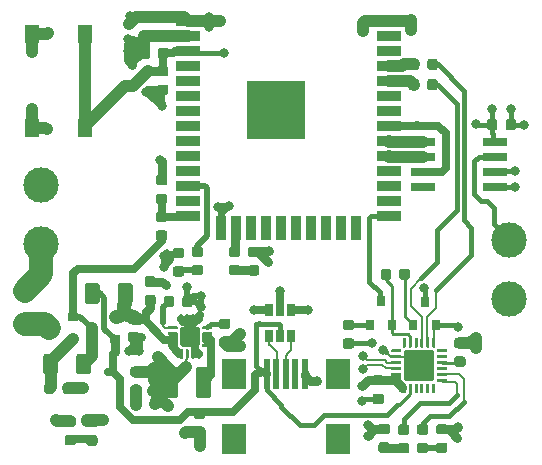
<source format=gbr>
G04 #@! TF.GenerationSoftware,KiCad,Pcbnew,5.1.5+dfsg1-2build2*
G04 #@! TF.CreationDate,2022-06-24T13:23:12+12:00*
G04 #@! TF.ProjectId,bbq-monitor,6262712d-6d6f-46e6-9974-6f722e6b6963,rev?*
G04 #@! TF.SameCoordinates,Original*
G04 #@! TF.FileFunction,Copper,L1,Top*
G04 #@! TF.FilePolarity,Positive*
%FSLAX46Y46*%
G04 Gerber Fmt 4.6, Leading zero omitted, Abs format (unit mm)*
G04 Created by KiCad (PCBNEW 5.1.5+dfsg1-2build2) date 2022-06-24 13:23:12*
%MOMM*%
%LPD*%
G04 APERTURE LIST*
%ADD10C,3.000000*%
%ADD11C,0.100000*%
%ADD12R,1.300000X1.550000*%
%ADD13R,0.650000X1.060000*%
%ADD14R,0.900000X0.800000*%
%ADD15C,0.500000*%
%ADD16R,0.800000X0.900000*%
%ADD17R,0.500000X2.500000*%
%ADD18R,2.000000X2.500000*%
%ADD19R,2.032000X0.660400*%
%ADD20R,2.000000X0.900000*%
%ADD21R,0.900000X2.000000*%
%ADD22R,5.000000X5.000000*%
%ADD23C,0.800000*%
%ADD24C,1.000000*%
%ADD25C,0.800000*%
%ADD26C,0.500000*%
%ADD27C,0.650000*%
%ADD28C,0.400000*%
%ADD29C,0.200000*%
%ADD30C,0.250000*%
%ADD31C,2.000000*%
%ADD32C,1.200000*%
G04 APERTURE END LIST*
D10*
X207137000Y-96534600D03*
X207137000Y-101534600D03*
X167533320Y-96891480D03*
X167533320Y-91891480D03*
G04 #@! TA.AperFunction,SMDPad,CuDef*
D11*
G36*
X177010891Y-99652153D02*
G01*
X177032126Y-99655303D01*
X177052950Y-99660519D01*
X177073162Y-99667751D01*
X177092568Y-99676930D01*
X177110981Y-99687966D01*
X177128224Y-99700754D01*
X177144130Y-99715170D01*
X177158546Y-99731076D01*
X177171334Y-99748319D01*
X177182370Y-99766732D01*
X177191549Y-99786138D01*
X177198781Y-99806350D01*
X177203997Y-99827174D01*
X177207147Y-99848409D01*
X177208200Y-99869850D01*
X177208200Y-100307350D01*
X177207147Y-100328791D01*
X177203997Y-100350026D01*
X177198781Y-100370850D01*
X177191549Y-100391062D01*
X177182370Y-100410468D01*
X177171334Y-100428881D01*
X177158546Y-100446124D01*
X177144130Y-100462030D01*
X177128224Y-100476446D01*
X177110981Y-100489234D01*
X177092568Y-100500270D01*
X177073162Y-100509449D01*
X177052950Y-100516681D01*
X177032126Y-100521897D01*
X177010891Y-100525047D01*
X176989450Y-100526100D01*
X176476950Y-100526100D01*
X176455509Y-100525047D01*
X176434274Y-100521897D01*
X176413450Y-100516681D01*
X176393238Y-100509449D01*
X176373832Y-100500270D01*
X176355419Y-100489234D01*
X176338176Y-100476446D01*
X176322270Y-100462030D01*
X176307854Y-100446124D01*
X176295066Y-100428881D01*
X176284030Y-100410468D01*
X176274851Y-100391062D01*
X176267619Y-100370850D01*
X176262403Y-100350026D01*
X176259253Y-100328791D01*
X176258200Y-100307350D01*
X176258200Y-99869850D01*
X176259253Y-99848409D01*
X176262403Y-99827174D01*
X176267619Y-99806350D01*
X176274851Y-99786138D01*
X176284030Y-99766732D01*
X176295066Y-99748319D01*
X176307854Y-99731076D01*
X176322270Y-99715170D01*
X176338176Y-99700754D01*
X176355419Y-99687966D01*
X176373832Y-99676930D01*
X176393238Y-99667751D01*
X176413450Y-99660519D01*
X176434274Y-99655303D01*
X176455509Y-99652153D01*
X176476950Y-99651100D01*
X176989450Y-99651100D01*
X177010891Y-99652153D01*
G37*
G04 #@! TD.AperFunction*
G04 #@! TA.AperFunction,SMDPad,CuDef*
G36*
X177010891Y-101227153D02*
G01*
X177032126Y-101230303D01*
X177052950Y-101235519D01*
X177073162Y-101242751D01*
X177092568Y-101251930D01*
X177110981Y-101262966D01*
X177128224Y-101275754D01*
X177144130Y-101290170D01*
X177158546Y-101306076D01*
X177171334Y-101323319D01*
X177182370Y-101341732D01*
X177191549Y-101361138D01*
X177198781Y-101381350D01*
X177203997Y-101402174D01*
X177207147Y-101423409D01*
X177208200Y-101444850D01*
X177208200Y-101882350D01*
X177207147Y-101903791D01*
X177203997Y-101925026D01*
X177198781Y-101945850D01*
X177191549Y-101966062D01*
X177182370Y-101985468D01*
X177171334Y-102003881D01*
X177158546Y-102021124D01*
X177144130Y-102037030D01*
X177128224Y-102051446D01*
X177110981Y-102064234D01*
X177092568Y-102075270D01*
X177073162Y-102084449D01*
X177052950Y-102091681D01*
X177032126Y-102096897D01*
X177010891Y-102100047D01*
X176989450Y-102101100D01*
X176476950Y-102101100D01*
X176455509Y-102100047D01*
X176434274Y-102096897D01*
X176413450Y-102091681D01*
X176393238Y-102084449D01*
X176373832Y-102075270D01*
X176355419Y-102064234D01*
X176338176Y-102051446D01*
X176322270Y-102037030D01*
X176307854Y-102021124D01*
X176295066Y-102003881D01*
X176284030Y-101985468D01*
X176274851Y-101966062D01*
X176267619Y-101945850D01*
X176262403Y-101925026D01*
X176259253Y-101903791D01*
X176258200Y-101882350D01*
X176258200Y-101444850D01*
X176259253Y-101423409D01*
X176262403Y-101402174D01*
X176267619Y-101381350D01*
X176274851Y-101361138D01*
X176284030Y-101341732D01*
X176295066Y-101323319D01*
X176307854Y-101306076D01*
X176322270Y-101290170D01*
X176338176Y-101275754D01*
X176355419Y-101262966D01*
X176373832Y-101251930D01*
X176393238Y-101242751D01*
X176413450Y-101235519D01*
X176434274Y-101230303D01*
X176455509Y-101227153D01*
X176476950Y-101226100D01*
X176989450Y-101226100D01*
X177010891Y-101227153D01*
G37*
G04 #@! TD.AperFunction*
D12*
X166715880Y-87048240D03*
X171215880Y-87048240D03*
X171215880Y-79098240D03*
X166715880Y-79098240D03*
G04 #@! TA.AperFunction,SMDPad,CuDef*
D11*
G36*
X203244011Y-104856613D02*
G01*
X203265246Y-104859763D01*
X203286070Y-104864979D01*
X203306282Y-104872211D01*
X203325688Y-104881390D01*
X203344101Y-104892426D01*
X203361344Y-104905214D01*
X203377250Y-104919630D01*
X203391666Y-104935536D01*
X203404454Y-104952779D01*
X203415490Y-104971192D01*
X203424669Y-104990598D01*
X203431901Y-105010810D01*
X203437117Y-105031634D01*
X203440267Y-105052869D01*
X203441320Y-105074310D01*
X203441320Y-105511810D01*
X203440267Y-105533251D01*
X203437117Y-105554486D01*
X203431901Y-105575310D01*
X203424669Y-105595522D01*
X203415490Y-105614928D01*
X203404454Y-105633341D01*
X203391666Y-105650584D01*
X203377250Y-105666490D01*
X203361344Y-105680906D01*
X203344101Y-105693694D01*
X203325688Y-105704730D01*
X203306282Y-105713909D01*
X203286070Y-105721141D01*
X203265246Y-105726357D01*
X203244011Y-105729507D01*
X203222570Y-105730560D01*
X202710070Y-105730560D01*
X202688629Y-105729507D01*
X202667394Y-105726357D01*
X202646570Y-105721141D01*
X202626358Y-105713909D01*
X202606952Y-105704730D01*
X202588539Y-105693694D01*
X202571296Y-105680906D01*
X202555390Y-105666490D01*
X202540974Y-105650584D01*
X202528186Y-105633341D01*
X202517150Y-105614928D01*
X202507971Y-105595522D01*
X202500739Y-105575310D01*
X202495523Y-105554486D01*
X202492373Y-105533251D01*
X202491320Y-105511810D01*
X202491320Y-105074310D01*
X202492373Y-105052869D01*
X202495523Y-105031634D01*
X202500739Y-105010810D01*
X202507971Y-104990598D01*
X202517150Y-104971192D01*
X202528186Y-104952779D01*
X202540974Y-104935536D01*
X202555390Y-104919630D01*
X202571296Y-104905214D01*
X202588539Y-104892426D01*
X202606952Y-104881390D01*
X202626358Y-104872211D01*
X202646570Y-104864979D01*
X202667394Y-104859763D01*
X202688629Y-104856613D01*
X202710070Y-104855560D01*
X203222570Y-104855560D01*
X203244011Y-104856613D01*
G37*
G04 #@! TD.AperFunction*
G04 #@! TA.AperFunction,SMDPad,CuDef*
G36*
X203244011Y-106431613D02*
G01*
X203265246Y-106434763D01*
X203286070Y-106439979D01*
X203306282Y-106447211D01*
X203325688Y-106456390D01*
X203344101Y-106467426D01*
X203361344Y-106480214D01*
X203377250Y-106494630D01*
X203391666Y-106510536D01*
X203404454Y-106527779D01*
X203415490Y-106546192D01*
X203424669Y-106565598D01*
X203431901Y-106585810D01*
X203437117Y-106606634D01*
X203440267Y-106627869D01*
X203441320Y-106649310D01*
X203441320Y-107086810D01*
X203440267Y-107108251D01*
X203437117Y-107129486D01*
X203431901Y-107150310D01*
X203424669Y-107170522D01*
X203415490Y-107189928D01*
X203404454Y-107208341D01*
X203391666Y-107225584D01*
X203377250Y-107241490D01*
X203361344Y-107255906D01*
X203344101Y-107268694D01*
X203325688Y-107279730D01*
X203306282Y-107288909D01*
X203286070Y-107296141D01*
X203265246Y-107301357D01*
X203244011Y-107304507D01*
X203222570Y-107305560D01*
X202710070Y-107305560D01*
X202688629Y-107304507D01*
X202667394Y-107301357D01*
X202646570Y-107296141D01*
X202626358Y-107288909D01*
X202606952Y-107279730D01*
X202588539Y-107268694D01*
X202571296Y-107255906D01*
X202555390Y-107241490D01*
X202540974Y-107225584D01*
X202528186Y-107208341D01*
X202517150Y-107189928D01*
X202507971Y-107170522D01*
X202500739Y-107150310D01*
X202495523Y-107129486D01*
X202492373Y-107108251D01*
X202491320Y-107086810D01*
X202491320Y-106649310D01*
X202492373Y-106627869D01*
X202495523Y-106606634D01*
X202500739Y-106585810D01*
X202507971Y-106565598D01*
X202517150Y-106546192D01*
X202528186Y-106527779D01*
X202540974Y-106510536D01*
X202555390Y-106494630D01*
X202571296Y-106480214D01*
X202588539Y-106467426D01*
X202606952Y-106456390D01*
X202626358Y-106447211D01*
X202646570Y-106439979D01*
X202667394Y-106434763D01*
X202688629Y-106431613D01*
X202710070Y-106430560D01*
X203222570Y-106430560D01*
X203244011Y-106431613D01*
G37*
G04 #@! TD.AperFunction*
D13*
X187706000Y-104732000D03*
X188656000Y-104732000D03*
X186756000Y-104732000D03*
X186756000Y-102532000D03*
X187706000Y-102532000D03*
X188656000Y-102532000D03*
G04 #@! TA.AperFunction,SMDPad,CuDef*
D11*
G36*
X181191731Y-110830693D02*
G01*
X181212966Y-110833843D01*
X181233790Y-110839059D01*
X181254002Y-110846291D01*
X181273408Y-110855470D01*
X181291821Y-110866506D01*
X181309064Y-110879294D01*
X181324970Y-110893710D01*
X181339386Y-110909616D01*
X181352174Y-110926859D01*
X181363210Y-110945272D01*
X181372389Y-110964678D01*
X181379621Y-110984890D01*
X181384837Y-111005714D01*
X181387987Y-111026949D01*
X181389040Y-111048390D01*
X181389040Y-111485890D01*
X181387987Y-111507331D01*
X181384837Y-111528566D01*
X181379621Y-111549390D01*
X181372389Y-111569602D01*
X181363210Y-111589008D01*
X181352174Y-111607421D01*
X181339386Y-111624664D01*
X181324970Y-111640570D01*
X181309064Y-111654986D01*
X181291821Y-111667774D01*
X181273408Y-111678810D01*
X181254002Y-111687989D01*
X181233790Y-111695221D01*
X181212966Y-111700437D01*
X181191731Y-111703587D01*
X181170290Y-111704640D01*
X180657790Y-111704640D01*
X180636349Y-111703587D01*
X180615114Y-111700437D01*
X180594290Y-111695221D01*
X180574078Y-111687989D01*
X180554672Y-111678810D01*
X180536259Y-111667774D01*
X180519016Y-111654986D01*
X180503110Y-111640570D01*
X180488694Y-111624664D01*
X180475906Y-111607421D01*
X180464870Y-111589008D01*
X180455691Y-111569602D01*
X180448459Y-111549390D01*
X180443243Y-111528566D01*
X180440093Y-111507331D01*
X180439040Y-111485890D01*
X180439040Y-111048390D01*
X180440093Y-111026949D01*
X180443243Y-111005714D01*
X180448459Y-110984890D01*
X180455691Y-110964678D01*
X180464870Y-110945272D01*
X180475906Y-110926859D01*
X180488694Y-110909616D01*
X180503110Y-110893710D01*
X180519016Y-110879294D01*
X180536259Y-110866506D01*
X180554672Y-110855470D01*
X180574078Y-110846291D01*
X180594290Y-110839059D01*
X180615114Y-110833843D01*
X180636349Y-110830693D01*
X180657790Y-110829640D01*
X181170290Y-110829640D01*
X181191731Y-110830693D01*
G37*
G04 #@! TD.AperFunction*
G04 #@! TA.AperFunction,SMDPad,CuDef*
G36*
X181191731Y-112405693D02*
G01*
X181212966Y-112408843D01*
X181233790Y-112414059D01*
X181254002Y-112421291D01*
X181273408Y-112430470D01*
X181291821Y-112441506D01*
X181309064Y-112454294D01*
X181324970Y-112468710D01*
X181339386Y-112484616D01*
X181352174Y-112501859D01*
X181363210Y-112520272D01*
X181372389Y-112539678D01*
X181379621Y-112559890D01*
X181384837Y-112580714D01*
X181387987Y-112601949D01*
X181389040Y-112623390D01*
X181389040Y-113060890D01*
X181387987Y-113082331D01*
X181384837Y-113103566D01*
X181379621Y-113124390D01*
X181372389Y-113144602D01*
X181363210Y-113164008D01*
X181352174Y-113182421D01*
X181339386Y-113199664D01*
X181324970Y-113215570D01*
X181309064Y-113229986D01*
X181291821Y-113242774D01*
X181273408Y-113253810D01*
X181254002Y-113262989D01*
X181233790Y-113270221D01*
X181212966Y-113275437D01*
X181191731Y-113278587D01*
X181170290Y-113279640D01*
X180657790Y-113279640D01*
X180636349Y-113278587D01*
X180615114Y-113275437D01*
X180594290Y-113270221D01*
X180574078Y-113262989D01*
X180554672Y-113253810D01*
X180536259Y-113242774D01*
X180519016Y-113229986D01*
X180503110Y-113215570D01*
X180488694Y-113199664D01*
X180475906Y-113182421D01*
X180464870Y-113164008D01*
X180455691Y-113144602D01*
X180448459Y-113124390D01*
X180443243Y-113103566D01*
X180440093Y-113082331D01*
X180439040Y-113060890D01*
X180439040Y-112623390D01*
X180440093Y-112601949D01*
X180443243Y-112580714D01*
X180448459Y-112559890D01*
X180455691Y-112539678D01*
X180464870Y-112520272D01*
X180475906Y-112501859D01*
X180488694Y-112484616D01*
X180503110Y-112468710D01*
X180519016Y-112454294D01*
X180536259Y-112441506D01*
X180554672Y-112430470D01*
X180574078Y-112421291D01*
X180594290Y-112414059D01*
X180615114Y-112408843D01*
X180636349Y-112405693D01*
X180657790Y-112404640D01*
X181170290Y-112404640D01*
X181191731Y-112405693D01*
G37*
G04 #@! TD.AperFunction*
D14*
X171786000Y-104038000D03*
X173786000Y-103088000D03*
X173786000Y-104988000D03*
G04 #@! TA.AperFunction,SMDPad,CuDef*
D11*
G36*
X172227504Y-100218204D02*
G01*
X172251773Y-100221804D01*
X172275571Y-100227765D01*
X172298671Y-100236030D01*
X172320849Y-100246520D01*
X172341893Y-100259133D01*
X172361598Y-100273747D01*
X172379777Y-100290223D01*
X172396253Y-100308402D01*
X172410867Y-100328107D01*
X172423480Y-100349151D01*
X172433970Y-100371329D01*
X172442235Y-100394429D01*
X172448196Y-100418227D01*
X172451796Y-100442496D01*
X172453000Y-100467000D01*
X172453000Y-101717000D01*
X172451796Y-101741504D01*
X172448196Y-101765773D01*
X172442235Y-101789571D01*
X172433970Y-101812671D01*
X172423480Y-101834849D01*
X172410867Y-101855893D01*
X172396253Y-101875598D01*
X172379777Y-101893777D01*
X172361598Y-101910253D01*
X172341893Y-101924867D01*
X172320849Y-101937480D01*
X172298671Y-101947970D01*
X172275571Y-101956235D01*
X172251773Y-101962196D01*
X172227504Y-101965796D01*
X172203000Y-101967000D01*
X171453000Y-101967000D01*
X171428496Y-101965796D01*
X171404227Y-101962196D01*
X171380429Y-101956235D01*
X171357329Y-101947970D01*
X171335151Y-101937480D01*
X171314107Y-101924867D01*
X171294402Y-101910253D01*
X171276223Y-101893777D01*
X171259747Y-101875598D01*
X171245133Y-101855893D01*
X171232520Y-101834849D01*
X171222030Y-101812671D01*
X171213765Y-101789571D01*
X171207804Y-101765773D01*
X171204204Y-101741504D01*
X171203000Y-101717000D01*
X171203000Y-100467000D01*
X171204204Y-100442496D01*
X171207804Y-100418227D01*
X171213765Y-100394429D01*
X171222030Y-100371329D01*
X171232520Y-100349151D01*
X171245133Y-100328107D01*
X171259747Y-100308402D01*
X171276223Y-100290223D01*
X171294402Y-100273747D01*
X171314107Y-100259133D01*
X171335151Y-100246520D01*
X171357329Y-100236030D01*
X171380429Y-100227765D01*
X171404227Y-100221804D01*
X171428496Y-100218204D01*
X171453000Y-100217000D01*
X172203000Y-100217000D01*
X172227504Y-100218204D01*
G37*
G04 #@! TD.AperFunction*
G04 #@! TA.AperFunction,SMDPad,CuDef*
G36*
X175027504Y-100218204D02*
G01*
X175051773Y-100221804D01*
X175075571Y-100227765D01*
X175098671Y-100236030D01*
X175120849Y-100246520D01*
X175141893Y-100259133D01*
X175161598Y-100273747D01*
X175179777Y-100290223D01*
X175196253Y-100308402D01*
X175210867Y-100328107D01*
X175223480Y-100349151D01*
X175233970Y-100371329D01*
X175242235Y-100394429D01*
X175248196Y-100418227D01*
X175251796Y-100442496D01*
X175253000Y-100467000D01*
X175253000Y-101717000D01*
X175251796Y-101741504D01*
X175248196Y-101765773D01*
X175242235Y-101789571D01*
X175233970Y-101812671D01*
X175223480Y-101834849D01*
X175210867Y-101855893D01*
X175196253Y-101875598D01*
X175179777Y-101893777D01*
X175161598Y-101910253D01*
X175141893Y-101924867D01*
X175120849Y-101937480D01*
X175098671Y-101947970D01*
X175075571Y-101956235D01*
X175051773Y-101962196D01*
X175027504Y-101965796D01*
X175003000Y-101967000D01*
X174253000Y-101967000D01*
X174228496Y-101965796D01*
X174204227Y-101962196D01*
X174180429Y-101956235D01*
X174157329Y-101947970D01*
X174135151Y-101937480D01*
X174114107Y-101924867D01*
X174094402Y-101910253D01*
X174076223Y-101893777D01*
X174059747Y-101875598D01*
X174045133Y-101855893D01*
X174032520Y-101834849D01*
X174022030Y-101812671D01*
X174013765Y-101789571D01*
X174007804Y-101765773D01*
X174004204Y-101741504D01*
X174003000Y-101717000D01*
X174003000Y-100467000D01*
X174004204Y-100442496D01*
X174007804Y-100418227D01*
X174013765Y-100394429D01*
X174022030Y-100371329D01*
X174032520Y-100349151D01*
X174045133Y-100328107D01*
X174059747Y-100308402D01*
X174076223Y-100290223D01*
X174094402Y-100273747D01*
X174114107Y-100259133D01*
X174135151Y-100246520D01*
X174157329Y-100236030D01*
X174180429Y-100227765D01*
X174204227Y-100221804D01*
X174228496Y-100218204D01*
X174253000Y-100217000D01*
X175003000Y-100217000D01*
X175027504Y-100218204D01*
G37*
G04 #@! TD.AperFunction*
G04 #@! TA.AperFunction,SMDPad,CuDef*
G36*
X168705504Y-106204204D02*
G01*
X168729773Y-106207804D01*
X168753571Y-106213765D01*
X168776671Y-106222030D01*
X168798849Y-106232520D01*
X168819893Y-106245133D01*
X168839598Y-106259747D01*
X168857777Y-106276223D01*
X168874253Y-106294402D01*
X168888867Y-106314107D01*
X168901480Y-106335151D01*
X168911970Y-106357329D01*
X168920235Y-106380429D01*
X168926196Y-106404227D01*
X168929796Y-106428496D01*
X168931000Y-106453000D01*
X168931000Y-107703000D01*
X168929796Y-107727504D01*
X168926196Y-107751773D01*
X168920235Y-107775571D01*
X168911970Y-107798671D01*
X168901480Y-107820849D01*
X168888867Y-107841893D01*
X168874253Y-107861598D01*
X168857777Y-107879777D01*
X168839598Y-107896253D01*
X168819893Y-107910867D01*
X168798849Y-107923480D01*
X168776671Y-107933970D01*
X168753571Y-107942235D01*
X168729773Y-107948196D01*
X168705504Y-107951796D01*
X168681000Y-107953000D01*
X167931000Y-107953000D01*
X167906496Y-107951796D01*
X167882227Y-107948196D01*
X167858429Y-107942235D01*
X167835329Y-107933970D01*
X167813151Y-107923480D01*
X167792107Y-107910867D01*
X167772402Y-107896253D01*
X167754223Y-107879777D01*
X167737747Y-107861598D01*
X167723133Y-107841893D01*
X167710520Y-107820849D01*
X167700030Y-107798671D01*
X167691765Y-107775571D01*
X167685804Y-107751773D01*
X167682204Y-107727504D01*
X167681000Y-107703000D01*
X167681000Y-106453000D01*
X167682204Y-106428496D01*
X167685804Y-106404227D01*
X167691765Y-106380429D01*
X167700030Y-106357329D01*
X167710520Y-106335151D01*
X167723133Y-106314107D01*
X167737747Y-106294402D01*
X167754223Y-106276223D01*
X167772402Y-106259747D01*
X167792107Y-106245133D01*
X167813151Y-106232520D01*
X167835329Y-106222030D01*
X167858429Y-106213765D01*
X167882227Y-106207804D01*
X167906496Y-106204204D01*
X167931000Y-106203000D01*
X168681000Y-106203000D01*
X168705504Y-106204204D01*
G37*
G04 #@! TD.AperFunction*
G04 #@! TA.AperFunction,SMDPad,CuDef*
G36*
X171505504Y-106204204D02*
G01*
X171529773Y-106207804D01*
X171553571Y-106213765D01*
X171576671Y-106222030D01*
X171598849Y-106232520D01*
X171619893Y-106245133D01*
X171639598Y-106259747D01*
X171657777Y-106276223D01*
X171674253Y-106294402D01*
X171688867Y-106314107D01*
X171701480Y-106335151D01*
X171711970Y-106357329D01*
X171720235Y-106380429D01*
X171726196Y-106404227D01*
X171729796Y-106428496D01*
X171731000Y-106453000D01*
X171731000Y-107703000D01*
X171729796Y-107727504D01*
X171726196Y-107751773D01*
X171720235Y-107775571D01*
X171711970Y-107798671D01*
X171701480Y-107820849D01*
X171688867Y-107841893D01*
X171674253Y-107861598D01*
X171657777Y-107879777D01*
X171639598Y-107896253D01*
X171619893Y-107910867D01*
X171598849Y-107923480D01*
X171576671Y-107933970D01*
X171553571Y-107942235D01*
X171529773Y-107948196D01*
X171505504Y-107951796D01*
X171481000Y-107953000D01*
X170731000Y-107953000D01*
X170706496Y-107951796D01*
X170682227Y-107948196D01*
X170658429Y-107942235D01*
X170635329Y-107933970D01*
X170613151Y-107923480D01*
X170592107Y-107910867D01*
X170572402Y-107896253D01*
X170554223Y-107879777D01*
X170537747Y-107861598D01*
X170523133Y-107841893D01*
X170510520Y-107820849D01*
X170500030Y-107798671D01*
X170491765Y-107775571D01*
X170485804Y-107751773D01*
X170482204Y-107727504D01*
X170481000Y-107703000D01*
X170481000Y-106453000D01*
X170482204Y-106428496D01*
X170485804Y-106404227D01*
X170491765Y-106380429D01*
X170500030Y-106357329D01*
X170510520Y-106335151D01*
X170523133Y-106314107D01*
X170537747Y-106294402D01*
X170554223Y-106276223D01*
X170572402Y-106259747D01*
X170592107Y-106245133D01*
X170613151Y-106232520D01*
X170635329Y-106222030D01*
X170658429Y-106213765D01*
X170682227Y-106207804D01*
X170706496Y-106204204D01*
X170731000Y-106203000D01*
X171481000Y-106203000D01*
X171505504Y-106204204D01*
G37*
G04 #@! TD.AperFunction*
G04 #@! TA.AperFunction,SMDPad,CuDef*
G36*
X178203691Y-77260053D02*
G01*
X178224926Y-77263203D01*
X178245750Y-77268419D01*
X178265962Y-77275651D01*
X178285368Y-77284830D01*
X178303781Y-77295866D01*
X178321024Y-77308654D01*
X178336930Y-77323070D01*
X178351346Y-77338976D01*
X178364134Y-77356219D01*
X178375170Y-77374632D01*
X178384349Y-77394038D01*
X178391581Y-77414250D01*
X178396797Y-77435074D01*
X178399947Y-77456309D01*
X178401000Y-77477750D01*
X178401000Y-77915250D01*
X178399947Y-77936691D01*
X178396797Y-77957926D01*
X178391581Y-77978750D01*
X178384349Y-77998962D01*
X178375170Y-78018368D01*
X178364134Y-78036781D01*
X178351346Y-78054024D01*
X178336930Y-78069930D01*
X178321024Y-78084346D01*
X178303781Y-78097134D01*
X178285368Y-78108170D01*
X178265962Y-78117349D01*
X178245750Y-78124581D01*
X178224926Y-78129797D01*
X178203691Y-78132947D01*
X178182250Y-78134000D01*
X177669750Y-78134000D01*
X177648309Y-78132947D01*
X177627074Y-78129797D01*
X177606250Y-78124581D01*
X177586038Y-78117349D01*
X177566632Y-78108170D01*
X177548219Y-78097134D01*
X177530976Y-78084346D01*
X177515070Y-78069930D01*
X177500654Y-78054024D01*
X177487866Y-78036781D01*
X177476830Y-78018368D01*
X177467651Y-77998962D01*
X177460419Y-77978750D01*
X177455203Y-77957926D01*
X177452053Y-77936691D01*
X177451000Y-77915250D01*
X177451000Y-77477750D01*
X177452053Y-77456309D01*
X177455203Y-77435074D01*
X177460419Y-77414250D01*
X177467651Y-77394038D01*
X177476830Y-77374632D01*
X177487866Y-77356219D01*
X177500654Y-77338976D01*
X177515070Y-77323070D01*
X177530976Y-77308654D01*
X177548219Y-77295866D01*
X177566632Y-77284830D01*
X177586038Y-77275651D01*
X177606250Y-77268419D01*
X177627074Y-77263203D01*
X177648309Y-77260053D01*
X177669750Y-77259000D01*
X178182250Y-77259000D01*
X178203691Y-77260053D01*
G37*
G04 #@! TD.AperFunction*
G04 #@! TA.AperFunction,SMDPad,CuDef*
G36*
X178203691Y-78835053D02*
G01*
X178224926Y-78838203D01*
X178245750Y-78843419D01*
X178265962Y-78850651D01*
X178285368Y-78859830D01*
X178303781Y-78870866D01*
X178321024Y-78883654D01*
X178336930Y-78898070D01*
X178351346Y-78913976D01*
X178364134Y-78931219D01*
X178375170Y-78949632D01*
X178384349Y-78969038D01*
X178391581Y-78989250D01*
X178396797Y-79010074D01*
X178399947Y-79031309D01*
X178401000Y-79052750D01*
X178401000Y-79490250D01*
X178399947Y-79511691D01*
X178396797Y-79532926D01*
X178391581Y-79553750D01*
X178384349Y-79573962D01*
X178375170Y-79593368D01*
X178364134Y-79611781D01*
X178351346Y-79629024D01*
X178336930Y-79644930D01*
X178321024Y-79659346D01*
X178303781Y-79672134D01*
X178285368Y-79683170D01*
X178265962Y-79692349D01*
X178245750Y-79699581D01*
X178224926Y-79704797D01*
X178203691Y-79707947D01*
X178182250Y-79709000D01*
X177669750Y-79709000D01*
X177648309Y-79707947D01*
X177627074Y-79704797D01*
X177606250Y-79699581D01*
X177586038Y-79692349D01*
X177566632Y-79683170D01*
X177548219Y-79672134D01*
X177530976Y-79659346D01*
X177515070Y-79644930D01*
X177500654Y-79629024D01*
X177487866Y-79611781D01*
X177476830Y-79593368D01*
X177467651Y-79573962D01*
X177460419Y-79553750D01*
X177455203Y-79532926D01*
X177452053Y-79511691D01*
X177451000Y-79490250D01*
X177451000Y-79052750D01*
X177452053Y-79031309D01*
X177455203Y-79010074D01*
X177460419Y-78989250D01*
X177467651Y-78969038D01*
X177476830Y-78949632D01*
X177487866Y-78931219D01*
X177500654Y-78913976D01*
X177515070Y-78898070D01*
X177530976Y-78883654D01*
X177548219Y-78870866D01*
X177566632Y-78859830D01*
X177586038Y-78850651D01*
X177606250Y-78843419D01*
X177627074Y-78838203D01*
X177648309Y-78835053D01*
X177669750Y-78834000D01*
X178182250Y-78834000D01*
X178203691Y-78835053D01*
G37*
G04 #@! TD.AperFunction*
G04 #@! TA.AperFunction,SMDPad,CuDef*
G36*
X200574504Y-105901204D02*
G01*
X200598773Y-105904804D01*
X200622571Y-105910765D01*
X200645671Y-105919030D01*
X200667849Y-105929520D01*
X200688893Y-105942133D01*
X200708598Y-105956747D01*
X200726777Y-105973223D01*
X200743253Y-105991402D01*
X200757867Y-106011107D01*
X200770480Y-106032151D01*
X200780970Y-106054329D01*
X200789235Y-106077429D01*
X200795196Y-106101227D01*
X200798796Y-106125496D01*
X200800000Y-106150000D01*
X200800000Y-108250000D01*
X200798796Y-108274504D01*
X200795196Y-108298773D01*
X200789235Y-108322571D01*
X200780970Y-108345671D01*
X200770480Y-108367849D01*
X200757867Y-108388893D01*
X200743253Y-108408598D01*
X200726777Y-108426777D01*
X200708598Y-108443253D01*
X200688893Y-108457867D01*
X200667849Y-108470480D01*
X200645671Y-108480970D01*
X200622571Y-108489235D01*
X200598773Y-108495196D01*
X200574504Y-108498796D01*
X200550000Y-108500000D01*
X198450000Y-108500000D01*
X198425496Y-108498796D01*
X198401227Y-108495196D01*
X198377429Y-108489235D01*
X198354329Y-108480970D01*
X198332151Y-108470480D01*
X198311107Y-108457867D01*
X198291402Y-108443253D01*
X198273223Y-108426777D01*
X198256747Y-108408598D01*
X198242133Y-108388893D01*
X198229520Y-108367849D01*
X198219030Y-108345671D01*
X198210765Y-108322571D01*
X198204804Y-108298773D01*
X198201204Y-108274504D01*
X198200000Y-108250000D01*
X198200000Y-106150000D01*
X198201204Y-106125496D01*
X198204804Y-106101227D01*
X198210765Y-106077429D01*
X198219030Y-106054329D01*
X198229520Y-106032151D01*
X198242133Y-106011107D01*
X198256747Y-105991402D01*
X198273223Y-105973223D01*
X198291402Y-105956747D01*
X198311107Y-105942133D01*
X198332151Y-105929520D01*
X198354329Y-105919030D01*
X198377429Y-105910765D01*
X198401227Y-105904804D01*
X198425496Y-105901204D01*
X198450000Y-105900000D01*
X200550000Y-105900000D01*
X200574504Y-105901204D01*
G37*
G04 #@! TD.AperFunction*
G04 #@! TA.AperFunction,SMDPad,CuDef*
G36*
X197918626Y-105825301D02*
G01*
X197924693Y-105826201D01*
X197930643Y-105827691D01*
X197936418Y-105829758D01*
X197941962Y-105832380D01*
X197947223Y-105835533D01*
X197952150Y-105839187D01*
X197956694Y-105843306D01*
X197960813Y-105847850D01*
X197964467Y-105852777D01*
X197967620Y-105858038D01*
X197970242Y-105863582D01*
X197972309Y-105869357D01*
X197973799Y-105875307D01*
X197974699Y-105881374D01*
X197975000Y-105887500D01*
X197975000Y-106012500D01*
X197974699Y-106018626D01*
X197973799Y-106024693D01*
X197972309Y-106030643D01*
X197970242Y-106036418D01*
X197967620Y-106041962D01*
X197964467Y-106047223D01*
X197960813Y-106052150D01*
X197956694Y-106056694D01*
X197952150Y-106060813D01*
X197947223Y-106064467D01*
X197941962Y-106067620D01*
X197936418Y-106070242D01*
X197930643Y-106072309D01*
X197924693Y-106073799D01*
X197918626Y-106074699D01*
X197912500Y-106075000D01*
X197212500Y-106075000D01*
X197206374Y-106074699D01*
X197200307Y-106073799D01*
X197194357Y-106072309D01*
X197188582Y-106070242D01*
X197183038Y-106067620D01*
X197177777Y-106064467D01*
X197172850Y-106060813D01*
X197168306Y-106056694D01*
X197164187Y-106052150D01*
X197160533Y-106047223D01*
X197157380Y-106041962D01*
X197154758Y-106036418D01*
X197152691Y-106030643D01*
X197151201Y-106024693D01*
X197150301Y-106018626D01*
X197150000Y-106012500D01*
X197150000Y-105887500D01*
X197150301Y-105881374D01*
X197151201Y-105875307D01*
X197152691Y-105869357D01*
X197154758Y-105863582D01*
X197157380Y-105858038D01*
X197160533Y-105852777D01*
X197164187Y-105847850D01*
X197168306Y-105843306D01*
X197172850Y-105839187D01*
X197177777Y-105835533D01*
X197183038Y-105832380D01*
X197188582Y-105829758D01*
X197194357Y-105827691D01*
X197200307Y-105826201D01*
X197206374Y-105825301D01*
X197212500Y-105825000D01*
X197912500Y-105825000D01*
X197918626Y-105825301D01*
G37*
G04 #@! TD.AperFunction*
G04 #@! TA.AperFunction,SMDPad,CuDef*
G36*
X197918626Y-106325301D02*
G01*
X197924693Y-106326201D01*
X197930643Y-106327691D01*
X197936418Y-106329758D01*
X197941962Y-106332380D01*
X197947223Y-106335533D01*
X197952150Y-106339187D01*
X197956694Y-106343306D01*
X197960813Y-106347850D01*
X197964467Y-106352777D01*
X197967620Y-106358038D01*
X197970242Y-106363582D01*
X197972309Y-106369357D01*
X197973799Y-106375307D01*
X197974699Y-106381374D01*
X197975000Y-106387500D01*
X197975000Y-106512500D01*
X197974699Y-106518626D01*
X197973799Y-106524693D01*
X197972309Y-106530643D01*
X197970242Y-106536418D01*
X197967620Y-106541962D01*
X197964467Y-106547223D01*
X197960813Y-106552150D01*
X197956694Y-106556694D01*
X197952150Y-106560813D01*
X197947223Y-106564467D01*
X197941962Y-106567620D01*
X197936418Y-106570242D01*
X197930643Y-106572309D01*
X197924693Y-106573799D01*
X197918626Y-106574699D01*
X197912500Y-106575000D01*
X197212500Y-106575000D01*
X197206374Y-106574699D01*
X197200307Y-106573799D01*
X197194357Y-106572309D01*
X197188582Y-106570242D01*
X197183038Y-106567620D01*
X197177777Y-106564467D01*
X197172850Y-106560813D01*
X197168306Y-106556694D01*
X197164187Y-106552150D01*
X197160533Y-106547223D01*
X197157380Y-106541962D01*
X197154758Y-106536418D01*
X197152691Y-106530643D01*
X197151201Y-106524693D01*
X197150301Y-106518626D01*
X197150000Y-106512500D01*
X197150000Y-106387500D01*
X197150301Y-106381374D01*
X197151201Y-106375307D01*
X197152691Y-106369357D01*
X197154758Y-106363582D01*
X197157380Y-106358038D01*
X197160533Y-106352777D01*
X197164187Y-106347850D01*
X197168306Y-106343306D01*
X197172850Y-106339187D01*
X197177777Y-106335533D01*
X197183038Y-106332380D01*
X197188582Y-106329758D01*
X197194357Y-106327691D01*
X197200307Y-106326201D01*
X197206374Y-106325301D01*
X197212500Y-106325000D01*
X197912500Y-106325000D01*
X197918626Y-106325301D01*
G37*
G04 #@! TD.AperFunction*
G04 #@! TA.AperFunction,SMDPad,CuDef*
G36*
X197918626Y-106825301D02*
G01*
X197924693Y-106826201D01*
X197930643Y-106827691D01*
X197936418Y-106829758D01*
X197941962Y-106832380D01*
X197947223Y-106835533D01*
X197952150Y-106839187D01*
X197956694Y-106843306D01*
X197960813Y-106847850D01*
X197964467Y-106852777D01*
X197967620Y-106858038D01*
X197970242Y-106863582D01*
X197972309Y-106869357D01*
X197973799Y-106875307D01*
X197974699Y-106881374D01*
X197975000Y-106887500D01*
X197975000Y-107012500D01*
X197974699Y-107018626D01*
X197973799Y-107024693D01*
X197972309Y-107030643D01*
X197970242Y-107036418D01*
X197967620Y-107041962D01*
X197964467Y-107047223D01*
X197960813Y-107052150D01*
X197956694Y-107056694D01*
X197952150Y-107060813D01*
X197947223Y-107064467D01*
X197941962Y-107067620D01*
X197936418Y-107070242D01*
X197930643Y-107072309D01*
X197924693Y-107073799D01*
X197918626Y-107074699D01*
X197912500Y-107075000D01*
X197212500Y-107075000D01*
X197206374Y-107074699D01*
X197200307Y-107073799D01*
X197194357Y-107072309D01*
X197188582Y-107070242D01*
X197183038Y-107067620D01*
X197177777Y-107064467D01*
X197172850Y-107060813D01*
X197168306Y-107056694D01*
X197164187Y-107052150D01*
X197160533Y-107047223D01*
X197157380Y-107041962D01*
X197154758Y-107036418D01*
X197152691Y-107030643D01*
X197151201Y-107024693D01*
X197150301Y-107018626D01*
X197150000Y-107012500D01*
X197150000Y-106887500D01*
X197150301Y-106881374D01*
X197151201Y-106875307D01*
X197152691Y-106869357D01*
X197154758Y-106863582D01*
X197157380Y-106858038D01*
X197160533Y-106852777D01*
X197164187Y-106847850D01*
X197168306Y-106843306D01*
X197172850Y-106839187D01*
X197177777Y-106835533D01*
X197183038Y-106832380D01*
X197188582Y-106829758D01*
X197194357Y-106827691D01*
X197200307Y-106826201D01*
X197206374Y-106825301D01*
X197212500Y-106825000D01*
X197912500Y-106825000D01*
X197918626Y-106825301D01*
G37*
G04 #@! TD.AperFunction*
G04 #@! TA.AperFunction,SMDPad,CuDef*
G36*
X197918626Y-107325301D02*
G01*
X197924693Y-107326201D01*
X197930643Y-107327691D01*
X197936418Y-107329758D01*
X197941962Y-107332380D01*
X197947223Y-107335533D01*
X197952150Y-107339187D01*
X197956694Y-107343306D01*
X197960813Y-107347850D01*
X197964467Y-107352777D01*
X197967620Y-107358038D01*
X197970242Y-107363582D01*
X197972309Y-107369357D01*
X197973799Y-107375307D01*
X197974699Y-107381374D01*
X197975000Y-107387500D01*
X197975000Y-107512500D01*
X197974699Y-107518626D01*
X197973799Y-107524693D01*
X197972309Y-107530643D01*
X197970242Y-107536418D01*
X197967620Y-107541962D01*
X197964467Y-107547223D01*
X197960813Y-107552150D01*
X197956694Y-107556694D01*
X197952150Y-107560813D01*
X197947223Y-107564467D01*
X197941962Y-107567620D01*
X197936418Y-107570242D01*
X197930643Y-107572309D01*
X197924693Y-107573799D01*
X197918626Y-107574699D01*
X197912500Y-107575000D01*
X197212500Y-107575000D01*
X197206374Y-107574699D01*
X197200307Y-107573799D01*
X197194357Y-107572309D01*
X197188582Y-107570242D01*
X197183038Y-107567620D01*
X197177777Y-107564467D01*
X197172850Y-107560813D01*
X197168306Y-107556694D01*
X197164187Y-107552150D01*
X197160533Y-107547223D01*
X197157380Y-107541962D01*
X197154758Y-107536418D01*
X197152691Y-107530643D01*
X197151201Y-107524693D01*
X197150301Y-107518626D01*
X197150000Y-107512500D01*
X197150000Y-107387500D01*
X197150301Y-107381374D01*
X197151201Y-107375307D01*
X197152691Y-107369357D01*
X197154758Y-107363582D01*
X197157380Y-107358038D01*
X197160533Y-107352777D01*
X197164187Y-107347850D01*
X197168306Y-107343306D01*
X197172850Y-107339187D01*
X197177777Y-107335533D01*
X197183038Y-107332380D01*
X197188582Y-107329758D01*
X197194357Y-107327691D01*
X197200307Y-107326201D01*
X197206374Y-107325301D01*
X197212500Y-107325000D01*
X197912500Y-107325000D01*
X197918626Y-107325301D01*
G37*
G04 #@! TD.AperFunction*
G04 #@! TA.AperFunction,SMDPad,CuDef*
G36*
X197918626Y-107825301D02*
G01*
X197924693Y-107826201D01*
X197930643Y-107827691D01*
X197936418Y-107829758D01*
X197941962Y-107832380D01*
X197947223Y-107835533D01*
X197952150Y-107839187D01*
X197956694Y-107843306D01*
X197960813Y-107847850D01*
X197964467Y-107852777D01*
X197967620Y-107858038D01*
X197970242Y-107863582D01*
X197972309Y-107869357D01*
X197973799Y-107875307D01*
X197974699Y-107881374D01*
X197975000Y-107887500D01*
X197975000Y-108012500D01*
X197974699Y-108018626D01*
X197973799Y-108024693D01*
X197972309Y-108030643D01*
X197970242Y-108036418D01*
X197967620Y-108041962D01*
X197964467Y-108047223D01*
X197960813Y-108052150D01*
X197956694Y-108056694D01*
X197952150Y-108060813D01*
X197947223Y-108064467D01*
X197941962Y-108067620D01*
X197936418Y-108070242D01*
X197930643Y-108072309D01*
X197924693Y-108073799D01*
X197918626Y-108074699D01*
X197912500Y-108075000D01*
X197212500Y-108075000D01*
X197206374Y-108074699D01*
X197200307Y-108073799D01*
X197194357Y-108072309D01*
X197188582Y-108070242D01*
X197183038Y-108067620D01*
X197177777Y-108064467D01*
X197172850Y-108060813D01*
X197168306Y-108056694D01*
X197164187Y-108052150D01*
X197160533Y-108047223D01*
X197157380Y-108041962D01*
X197154758Y-108036418D01*
X197152691Y-108030643D01*
X197151201Y-108024693D01*
X197150301Y-108018626D01*
X197150000Y-108012500D01*
X197150000Y-107887500D01*
X197150301Y-107881374D01*
X197151201Y-107875307D01*
X197152691Y-107869357D01*
X197154758Y-107863582D01*
X197157380Y-107858038D01*
X197160533Y-107852777D01*
X197164187Y-107847850D01*
X197168306Y-107843306D01*
X197172850Y-107839187D01*
X197177777Y-107835533D01*
X197183038Y-107832380D01*
X197188582Y-107829758D01*
X197194357Y-107827691D01*
X197200307Y-107826201D01*
X197206374Y-107825301D01*
X197212500Y-107825000D01*
X197912500Y-107825000D01*
X197918626Y-107825301D01*
G37*
G04 #@! TD.AperFunction*
G04 #@! TA.AperFunction,SMDPad,CuDef*
G36*
X197918626Y-108325301D02*
G01*
X197924693Y-108326201D01*
X197930643Y-108327691D01*
X197936418Y-108329758D01*
X197941962Y-108332380D01*
X197947223Y-108335533D01*
X197952150Y-108339187D01*
X197956694Y-108343306D01*
X197960813Y-108347850D01*
X197964467Y-108352777D01*
X197967620Y-108358038D01*
X197970242Y-108363582D01*
X197972309Y-108369357D01*
X197973799Y-108375307D01*
X197974699Y-108381374D01*
X197975000Y-108387500D01*
X197975000Y-108512500D01*
X197974699Y-108518626D01*
X197973799Y-108524693D01*
X197972309Y-108530643D01*
X197970242Y-108536418D01*
X197967620Y-108541962D01*
X197964467Y-108547223D01*
X197960813Y-108552150D01*
X197956694Y-108556694D01*
X197952150Y-108560813D01*
X197947223Y-108564467D01*
X197941962Y-108567620D01*
X197936418Y-108570242D01*
X197930643Y-108572309D01*
X197924693Y-108573799D01*
X197918626Y-108574699D01*
X197912500Y-108575000D01*
X197212500Y-108575000D01*
X197206374Y-108574699D01*
X197200307Y-108573799D01*
X197194357Y-108572309D01*
X197188582Y-108570242D01*
X197183038Y-108567620D01*
X197177777Y-108564467D01*
X197172850Y-108560813D01*
X197168306Y-108556694D01*
X197164187Y-108552150D01*
X197160533Y-108547223D01*
X197157380Y-108541962D01*
X197154758Y-108536418D01*
X197152691Y-108530643D01*
X197151201Y-108524693D01*
X197150301Y-108518626D01*
X197150000Y-108512500D01*
X197150000Y-108387500D01*
X197150301Y-108381374D01*
X197151201Y-108375307D01*
X197152691Y-108369357D01*
X197154758Y-108363582D01*
X197157380Y-108358038D01*
X197160533Y-108352777D01*
X197164187Y-108347850D01*
X197168306Y-108343306D01*
X197172850Y-108339187D01*
X197177777Y-108335533D01*
X197183038Y-108332380D01*
X197188582Y-108329758D01*
X197194357Y-108327691D01*
X197200307Y-108326201D01*
X197206374Y-108325301D01*
X197212500Y-108325000D01*
X197912500Y-108325000D01*
X197918626Y-108325301D01*
G37*
G04 #@! TD.AperFunction*
G04 #@! TA.AperFunction,SMDPad,CuDef*
G36*
X198318626Y-108725301D02*
G01*
X198324693Y-108726201D01*
X198330643Y-108727691D01*
X198336418Y-108729758D01*
X198341962Y-108732380D01*
X198347223Y-108735533D01*
X198352150Y-108739187D01*
X198356694Y-108743306D01*
X198360813Y-108747850D01*
X198364467Y-108752777D01*
X198367620Y-108758038D01*
X198370242Y-108763582D01*
X198372309Y-108769357D01*
X198373799Y-108775307D01*
X198374699Y-108781374D01*
X198375000Y-108787500D01*
X198375000Y-109487500D01*
X198374699Y-109493626D01*
X198373799Y-109499693D01*
X198372309Y-109505643D01*
X198370242Y-109511418D01*
X198367620Y-109516962D01*
X198364467Y-109522223D01*
X198360813Y-109527150D01*
X198356694Y-109531694D01*
X198352150Y-109535813D01*
X198347223Y-109539467D01*
X198341962Y-109542620D01*
X198336418Y-109545242D01*
X198330643Y-109547309D01*
X198324693Y-109548799D01*
X198318626Y-109549699D01*
X198312500Y-109550000D01*
X198187500Y-109550000D01*
X198181374Y-109549699D01*
X198175307Y-109548799D01*
X198169357Y-109547309D01*
X198163582Y-109545242D01*
X198158038Y-109542620D01*
X198152777Y-109539467D01*
X198147850Y-109535813D01*
X198143306Y-109531694D01*
X198139187Y-109527150D01*
X198135533Y-109522223D01*
X198132380Y-109516962D01*
X198129758Y-109511418D01*
X198127691Y-109505643D01*
X198126201Y-109499693D01*
X198125301Y-109493626D01*
X198125000Y-109487500D01*
X198125000Y-108787500D01*
X198125301Y-108781374D01*
X198126201Y-108775307D01*
X198127691Y-108769357D01*
X198129758Y-108763582D01*
X198132380Y-108758038D01*
X198135533Y-108752777D01*
X198139187Y-108747850D01*
X198143306Y-108743306D01*
X198147850Y-108739187D01*
X198152777Y-108735533D01*
X198158038Y-108732380D01*
X198163582Y-108729758D01*
X198169357Y-108727691D01*
X198175307Y-108726201D01*
X198181374Y-108725301D01*
X198187500Y-108725000D01*
X198312500Y-108725000D01*
X198318626Y-108725301D01*
G37*
G04 #@! TD.AperFunction*
G04 #@! TA.AperFunction,SMDPad,CuDef*
G36*
X198818626Y-108725301D02*
G01*
X198824693Y-108726201D01*
X198830643Y-108727691D01*
X198836418Y-108729758D01*
X198841962Y-108732380D01*
X198847223Y-108735533D01*
X198852150Y-108739187D01*
X198856694Y-108743306D01*
X198860813Y-108747850D01*
X198864467Y-108752777D01*
X198867620Y-108758038D01*
X198870242Y-108763582D01*
X198872309Y-108769357D01*
X198873799Y-108775307D01*
X198874699Y-108781374D01*
X198875000Y-108787500D01*
X198875000Y-109487500D01*
X198874699Y-109493626D01*
X198873799Y-109499693D01*
X198872309Y-109505643D01*
X198870242Y-109511418D01*
X198867620Y-109516962D01*
X198864467Y-109522223D01*
X198860813Y-109527150D01*
X198856694Y-109531694D01*
X198852150Y-109535813D01*
X198847223Y-109539467D01*
X198841962Y-109542620D01*
X198836418Y-109545242D01*
X198830643Y-109547309D01*
X198824693Y-109548799D01*
X198818626Y-109549699D01*
X198812500Y-109550000D01*
X198687500Y-109550000D01*
X198681374Y-109549699D01*
X198675307Y-109548799D01*
X198669357Y-109547309D01*
X198663582Y-109545242D01*
X198658038Y-109542620D01*
X198652777Y-109539467D01*
X198647850Y-109535813D01*
X198643306Y-109531694D01*
X198639187Y-109527150D01*
X198635533Y-109522223D01*
X198632380Y-109516962D01*
X198629758Y-109511418D01*
X198627691Y-109505643D01*
X198626201Y-109499693D01*
X198625301Y-109493626D01*
X198625000Y-109487500D01*
X198625000Y-108787500D01*
X198625301Y-108781374D01*
X198626201Y-108775307D01*
X198627691Y-108769357D01*
X198629758Y-108763582D01*
X198632380Y-108758038D01*
X198635533Y-108752777D01*
X198639187Y-108747850D01*
X198643306Y-108743306D01*
X198647850Y-108739187D01*
X198652777Y-108735533D01*
X198658038Y-108732380D01*
X198663582Y-108729758D01*
X198669357Y-108727691D01*
X198675307Y-108726201D01*
X198681374Y-108725301D01*
X198687500Y-108725000D01*
X198812500Y-108725000D01*
X198818626Y-108725301D01*
G37*
G04 #@! TD.AperFunction*
G04 #@! TA.AperFunction,SMDPad,CuDef*
G36*
X199318626Y-108725301D02*
G01*
X199324693Y-108726201D01*
X199330643Y-108727691D01*
X199336418Y-108729758D01*
X199341962Y-108732380D01*
X199347223Y-108735533D01*
X199352150Y-108739187D01*
X199356694Y-108743306D01*
X199360813Y-108747850D01*
X199364467Y-108752777D01*
X199367620Y-108758038D01*
X199370242Y-108763582D01*
X199372309Y-108769357D01*
X199373799Y-108775307D01*
X199374699Y-108781374D01*
X199375000Y-108787500D01*
X199375000Y-109487500D01*
X199374699Y-109493626D01*
X199373799Y-109499693D01*
X199372309Y-109505643D01*
X199370242Y-109511418D01*
X199367620Y-109516962D01*
X199364467Y-109522223D01*
X199360813Y-109527150D01*
X199356694Y-109531694D01*
X199352150Y-109535813D01*
X199347223Y-109539467D01*
X199341962Y-109542620D01*
X199336418Y-109545242D01*
X199330643Y-109547309D01*
X199324693Y-109548799D01*
X199318626Y-109549699D01*
X199312500Y-109550000D01*
X199187500Y-109550000D01*
X199181374Y-109549699D01*
X199175307Y-109548799D01*
X199169357Y-109547309D01*
X199163582Y-109545242D01*
X199158038Y-109542620D01*
X199152777Y-109539467D01*
X199147850Y-109535813D01*
X199143306Y-109531694D01*
X199139187Y-109527150D01*
X199135533Y-109522223D01*
X199132380Y-109516962D01*
X199129758Y-109511418D01*
X199127691Y-109505643D01*
X199126201Y-109499693D01*
X199125301Y-109493626D01*
X199125000Y-109487500D01*
X199125000Y-108787500D01*
X199125301Y-108781374D01*
X199126201Y-108775307D01*
X199127691Y-108769357D01*
X199129758Y-108763582D01*
X199132380Y-108758038D01*
X199135533Y-108752777D01*
X199139187Y-108747850D01*
X199143306Y-108743306D01*
X199147850Y-108739187D01*
X199152777Y-108735533D01*
X199158038Y-108732380D01*
X199163582Y-108729758D01*
X199169357Y-108727691D01*
X199175307Y-108726201D01*
X199181374Y-108725301D01*
X199187500Y-108725000D01*
X199312500Y-108725000D01*
X199318626Y-108725301D01*
G37*
G04 #@! TD.AperFunction*
G04 #@! TA.AperFunction,SMDPad,CuDef*
G36*
X199818626Y-108725301D02*
G01*
X199824693Y-108726201D01*
X199830643Y-108727691D01*
X199836418Y-108729758D01*
X199841962Y-108732380D01*
X199847223Y-108735533D01*
X199852150Y-108739187D01*
X199856694Y-108743306D01*
X199860813Y-108747850D01*
X199864467Y-108752777D01*
X199867620Y-108758038D01*
X199870242Y-108763582D01*
X199872309Y-108769357D01*
X199873799Y-108775307D01*
X199874699Y-108781374D01*
X199875000Y-108787500D01*
X199875000Y-109487500D01*
X199874699Y-109493626D01*
X199873799Y-109499693D01*
X199872309Y-109505643D01*
X199870242Y-109511418D01*
X199867620Y-109516962D01*
X199864467Y-109522223D01*
X199860813Y-109527150D01*
X199856694Y-109531694D01*
X199852150Y-109535813D01*
X199847223Y-109539467D01*
X199841962Y-109542620D01*
X199836418Y-109545242D01*
X199830643Y-109547309D01*
X199824693Y-109548799D01*
X199818626Y-109549699D01*
X199812500Y-109550000D01*
X199687500Y-109550000D01*
X199681374Y-109549699D01*
X199675307Y-109548799D01*
X199669357Y-109547309D01*
X199663582Y-109545242D01*
X199658038Y-109542620D01*
X199652777Y-109539467D01*
X199647850Y-109535813D01*
X199643306Y-109531694D01*
X199639187Y-109527150D01*
X199635533Y-109522223D01*
X199632380Y-109516962D01*
X199629758Y-109511418D01*
X199627691Y-109505643D01*
X199626201Y-109499693D01*
X199625301Y-109493626D01*
X199625000Y-109487500D01*
X199625000Y-108787500D01*
X199625301Y-108781374D01*
X199626201Y-108775307D01*
X199627691Y-108769357D01*
X199629758Y-108763582D01*
X199632380Y-108758038D01*
X199635533Y-108752777D01*
X199639187Y-108747850D01*
X199643306Y-108743306D01*
X199647850Y-108739187D01*
X199652777Y-108735533D01*
X199658038Y-108732380D01*
X199663582Y-108729758D01*
X199669357Y-108727691D01*
X199675307Y-108726201D01*
X199681374Y-108725301D01*
X199687500Y-108725000D01*
X199812500Y-108725000D01*
X199818626Y-108725301D01*
G37*
G04 #@! TD.AperFunction*
G04 #@! TA.AperFunction,SMDPad,CuDef*
G36*
X200318626Y-108725301D02*
G01*
X200324693Y-108726201D01*
X200330643Y-108727691D01*
X200336418Y-108729758D01*
X200341962Y-108732380D01*
X200347223Y-108735533D01*
X200352150Y-108739187D01*
X200356694Y-108743306D01*
X200360813Y-108747850D01*
X200364467Y-108752777D01*
X200367620Y-108758038D01*
X200370242Y-108763582D01*
X200372309Y-108769357D01*
X200373799Y-108775307D01*
X200374699Y-108781374D01*
X200375000Y-108787500D01*
X200375000Y-109487500D01*
X200374699Y-109493626D01*
X200373799Y-109499693D01*
X200372309Y-109505643D01*
X200370242Y-109511418D01*
X200367620Y-109516962D01*
X200364467Y-109522223D01*
X200360813Y-109527150D01*
X200356694Y-109531694D01*
X200352150Y-109535813D01*
X200347223Y-109539467D01*
X200341962Y-109542620D01*
X200336418Y-109545242D01*
X200330643Y-109547309D01*
X200324693Y-109548799D01*
X200318626Y-109549699D01*
X200312500Y-109550000D01*
X200187500Y-109550000D01*
X200181374Y-109549699D01*
X200175307Y-109548799D01*
X200169357Y-109547309D01*
X200163582Y-109545242D01*
X200158038Y-109542620D01*
X200152777Y-109539467D01*
X200147850Y-109535813D01*
X200143306Y-109531694D01*
X200139187Y-109527150D01*
X200135533Y-109522223D01*
X200132380Y-109516962D01*
X200129758Y-109511418D01*
X200127691Y-109505643D01*
X200126201Y-109499693D01*
X200125301Y-109493626D01*
X200125000Y-109487500D01*
X200125000Y-108787500D01*
X200125301Y-108781374D01*
X200126201Y-108775307D01*
X200127691Y-108769357D01*
X200129758Y-108763582D01*
X200132380Y-108758038D01*
X200135533Y-108752777D01*
X200139187Y-108747850D01*
X200143306Y-108743306D01*
X200147850Y-108739187D01*
X200152777Y-108735533D01*
X200158038Y-108732380D01*
X200163582Y-108729758D01*
X200169357Y-108727691D01*
X200175307Y-108726201D01*
X200181374Y-108725301D01*
X200187500Y-108725000D01*
X200312500Y-108725000D01*
X200318626Y-108725301D01*
G37*
G04 #@! TD.AperFunction*
G04 #@! TA.AperFunction,SMDPad,CuDef*
G36*
X200818626Y-108725301D02*
G01*
X200824693Y-108726201D01*
X200830643Y-108727691D01*
X200836418Y-108729758D01*
X200841962Y-108732380D01*
X200847223Y-108735533D01*
X200852150Y-108739187D01*
X200856694Y-108743306D01*
X200860813Y-108747850D01*
X200864467Y-108752777D01*
X200867620Y-108758038D01*
X200870242Y-108763582D01*
X200872309Y-108769357D01*
X200873799Y-108775307D01*
X200874699Y-108781374D01*
X200875000Y-108787500D01*
X200875000Y-109487500D01*
X200874699Y-109493626D01*
X200873799Y-109499693D01*
X200872309Y-109505643D01*
X200870242Y-109511418D01*
X200867620Y-109516962D01*
X200864467Y-109522223D01*
X200860813Y-109527150D01*
X200856694Y-109531694D01*
X200852150Y-109535813D01*
X200847223Y-109539467D01*
X200841962Y-109542620D01*
X200836418Y-109545242D01*
X200830643Y-109547309D01*
X200824693Y-109548799D01*
X200818626Y-109549699D01*
X200812500Y-109550000D01*
X200687500Y-109550000D01*
X200681374Y-109549699D01*
X200675307Y-109548799D01*
X200669357Y-109547309D01*
X200663582Y-109545242D01*
X200658038Y-109542620D01*
X200652777Y-109539467D01*
X200647850Y-109535813D01*
X200643306Y-109531694D01*
X200639187Y-109527150D01*
X200635533Y-109522223D01*
X200632380Y-109516962D01*
X200629758Y-109511418D01*
X200627691Y-109505643D01*
X200626201Y-109499693D01*
X200625301Y-109493626D01*
X200625000Y-109487500D01*
X200625000Y-108787500D01*
X200625301Y-108781374D01*
X200626201Y-108775307D01*
X200627691Y-108769357D01*
X200629758Y-108763582D01*
X200632380Y-108758038D01*
X200635533Y-108752777D01*
X200639187Y-108747850D01*
X200643306Y-108743306D01*
X200647850Y-108739187D01*
X200652777Y-108735533D01*
X200658038Y-108732380D01*
X200663582Y-108729758D01*
X200669357Y-108727691D01*
X200675307Y-108726201D01*
X200681374Y-108725301D01*
X200687500Y-108725000D01*
X200812500Y-108725000D01*
X200818626Y-108725301D01*
G37*
G04 #@! TD.AperFunction*
G04 #@! TA.AperFunction,SMDPad,CuDef*
G36*
X201793626Y-108325301D02*
G01*
X201799693Y-108326201D01*
X201805643Y-108327691D01*
X201811418Y-108329758D01*
X201816962Y-108332380D01*
X201822223Y-108335533D01*
X201827150Y-108339187D01*
X201831694Y-108343306D01*
X201835813Y-108347850D01*
X201839467Y-108352777D01*
X201842620Y-108358038D01*
X201845242Y-108363582D01*
X201847309Y-108369357D01*
X201848799Y-108375307D01*
X201849699Y-108381374D01*
X201850000Y-108387500D01*
X201850000Y-108512500D01*
X201849699Y-108518626D01*
X201848799Y-108524693D01*
X201847309Y-108530643D01*
X201845242Y-108536418D01*
X201842620Y-108541962D01*
X201839467Y-108547223D01*
X201835813Y-108552150D01*
X201831694Y-108556694D01*
X201827150Y-108560813D01*
X201822223Y-108564467D01*
X201816962Y-108567620D01*
X201811418Y-108570242D01*
X201805643Y-108572309D01*
X201799693Y-108573799D01*
X201793626Y-108574699D01*
X201787500Y-108575000D01*
X201087500Y-108575000D01*
X201081374Y-108574699D01*
X201075307Y-108573799D01*
X201069357Y-108572309D01*
X201063582Y-108570242D01*
X201058038Y-108567620D01*
X201052777Y-108564467D01*
X201047850Y-108560813D01*
X201043306Y-108556694D01*
X201039187Y-108552150D01*
X201035533Y-108547223D01*
X201032380Y-108541962D01*
X201029758Y-108536418D01*
X201027691Y-108530643D01*
X201026201Y-108524693D01*
X201025301Y-108518626D01*
X201025000Y-108512500D01*
X201025000Y-108387500D01*
X201025301Y-108381374D01*
X201026201Y-108375307D01*
X201027691Y-108369357D01*
X201029758Y-108363582D01*
X201032380Y-108358038D01*
X201035533Y-108352777D01*
X201039187Y-108347850D01*
X201043306Y-108343306D01*
X201047850Y-108339187D01*
X201052777Y-108335533D01*
X201058038Y-108332380D01*
X201063582Y-108329758D01*
X201069357Y-108327691D01*
X201075307Y-108326201D01*
X201081374Y-108325301D01*
X201087500Y-108325000D01*
X201787500Y-108325000D01*
X201793626Y-108325301D01*
G37*
G04 #@! TD.AperFunction*
G04 #@! TA.AperFunction,SMDPad,CuDef*
G36*
X201793626Y-107825301D02*
G01*
X201799693Y-107826201D01*
X201805643Y-107827691D01*
X201811418Y-107829758D01*
X201816962Y-107832380D01*
X201822223Y-107835533D01*
X201827150Y-107839187D01*
X201831694Y-107843306D01*
X201835813Y-107847850D01*
X201839467Y-107852777D01*
X201842620Y-107858038D01*
X201845242Y-107863582D01*
X201847309Y-107869357D01*
X201848799Y-107875307D01*
X201849699Y-107881374D01*
X201850000Y-107887500D01*
X201850000Y-108012500D01*
X201849699Y-108018626D01*
X201848799Y-108024693D01*
X201847309Y-108030643D01*
X201845242Y-108036418D01*
X201842620Y-108041962D01*
X201839467Y-108047223D01*
X201835813Y-108052150D01*
X201831694Y-108056694D01*
X201827150Y-108060813D01*
X201822223Y-108064467D01*
X201816962Y-108067620D01*
X201811418Y-108070242D01*
X201805643Y-108072309D01*
X201799693Y-108073799D01*
X201793626Y-108074699D01*
X201787500Y-108075000D01*
X201087500Y-108075000D01*
X201081374Y-108074699D01*
X201075307Y-108073799D01*
X201069357Y-108072309D01*
X201063582Y-108070242D01*
X201058038Y-108067620D01*
X201052777Y-108064467D01*
X201047850Y-108060813D01*
X201043306Y-108056694D01*
X201039187Y-108052150D01*
X201035533Y-108047223D01*
X201032380Y-108041962D01*
X201029758Y-108036418D01*
X201027691Y-108030643D01*
X201026201Y-108024693D01*
X201025301Y-108018626D01*
X201025000Y-108012500D01*
X201025000Y-107887500D01*
X201025301Y-107881374D01*
X201026201Y-107875307D01*
X201027691Y-107869357D01*
X201029758Y-107863582D01*
X201032380Y-107858038D01*
X201035533Y-107852777D01*
X201039187Y-107847850D01*
X201043306Y-107843306D01*
X201047850Y-107839187D01*
X201052777Y-107835533D01*
X201058038Y-107832380D01*
X201063582Y-107829758D01*
X201069357Y-107827691D01*
X201075307Y-107826201D01*
X201081374Y-107825301D01*
X201087500Y-107825000D01*
X201787500Y-107825000D01*
X201793626Y-107825301D01*
G37*
G04 #@! TD.AperFunction*
G04 #@! TA.AperFunction,SMDPad,CuDef*
G36*
X201793626Y-107325301D02*
G01*
X201799693Y-107326201D01*
X201805643Y-107327691D01*
X201811418Y-107329758D01*
X201816962Y-107332380D01*
X201822223Y-107335533D01*
X201827150Y-107339187D01*
X201831694Y-107343306D01*
X201835813Y-107347850D01*
X201839467Y-107352777D01*
X201842620Y-107358038D01*
X201845242Y-107363582D01*
X201847309Y-107369357D01*
X201848799Y-107375307D01*
X201849699Y-107381374D01*
X201850000Y-107387500D01*
X201850000Y-107512500D01*
X201849699Y-107518626D01*
X201848799Y-107524693D01*
X201847309Y-107530643D01*
X201845242Y-107536418D01*
X201842620Y-107541962D01*
X201839467Y-107547223D01*
X201835813Y-107552150D01*
X201831694Y-107556694D01*
X201827150Y-107560813D01*
X201822223Y-107564467D01*
X201816962Y-107567620D01*
X201811418Y-107570242D01*
X201805643Y-107572309D01*
X201799693Y-107573799D01*
X201793626Y-107574699D01*
X201787500Y-107575000D01*
X201087500Y-107575000D01*
X201081374Y-107574699D01*
X201075307Y-107573799D01*
X201069357Y-107572309D01*
X201063582Y-107570242D01*
X201058038Y-107567620D01*
X201052777Y-107564467D01*
X201047850Y-107560813D01*
X201043306Y-107556694D01*
X201039187Y-107552150D01*
X201035533Y-107547223D01*
X201032380Y-107541962D01*
X201029758Y-107536418D01*
X201027691Y-107530643D01*
X201026201Y-107524693D01*
X201025301Y-107518626D01*
X201025000Y-107512500D01*
X201025000Y-107387500D01*
X201025301Y-107381374D01*
X201026201Y-107375307D01*
X201027691Y-107369357D01*
X201029758Y-107363582D01*
X201032380Y-107358038D01*
X201035533Y-107352777D01*
X201039187Y-107347850D01*
X201043306Y-107343306D01*
X201047850Y-107339187D01*
X201052777Y-107335533D01*
X201058038Y-107332380D01*
X201063582Y-107329758D01*
X201069357Y-107327691D01*
X201075307Y-107326201D01*
X201081374Y-107325301D01*
X201087500Y-107325000D01*
X201787500Y-107325000D01*
X201793626Y-107325301D01*
G37*
G04 #@! TD.AperFunction*
G04 #@! TA.AperFunction,SMDPad,CuDef*
G36*
X201793626Y-106825301D02*
G01*
X201799693Y-106826201D01*
X201805643Y-106827691D01*
X201811418Y-106829758D01*
X201816962Y-106832380D01*
X201822223Y-106835533D01*
X201827150Y-106839187D01*
X201831694Y-106843306D01*
X201835813Y-106847850D01*
X201839467Y-106852777D01*
X201842620Y-106858038D01*
X201845242Y-106863582D01*
X201847309Y-106869357D01*
X201848799Y-106875307D01*
X201849699Y-106881374D01*
X201850000Y-106887500D01*
X201850000Y-107012500D01*
X201849699Y-107018626D01*
X201848799Y-107024693D01*
X201847309Y-107030643D01*
X201845242Y-107036418D01*
X201842620Y-107041962D01*
X201839467Y-107047223D01*
X201835813Y-107052150D01*
X201831694Y-107056694D01*
X201827150Y-107060813D01*
X201822223Y-107064467D01*
X201816962Y-107067620D01*
X201811418Y-107070242D01*
X201805643Y-107072309D01*
X201799693Y-107073799D01*
X201793626Y-107074699D01*
X201787500Y-107075000D01*
X201087500Y-107075000D01*
X201081374Y-107074699D01*
X201075307Y-107073799D01*
X201069357Y-107072309D01*
X201063582Y-107070242D01*
X201058038Y-107067620D01*
X201052777Y-107064467D01*
X201047850Y-107060813D01*
X201043306Y-107056694D01*
X201039187Y-107052150D01*
X201035533Y-107047223D01*
X201032380Y-107041962D01*
X201029758Y-107036418D01*
X201027691Y-107030643D01*
X201026201Y-107024693D01*
X201025301Y-107018626D01*
X201025000Y-107012500D01*
X201025000Y-106887500D01*
X201025301Y-106881374D01*
X201026201Y-106875307D01*
X201027691Y-106869357D01*
X201029758Y-106863582D01*
X201032380Y-106858038D01*
X201035533Y-106852777D01*
X201039187Y-106847850D01*
X201043306Y-106843306D01*
X201047850Y-106839187D01*
X201052777Y-106835533D01*
X201058038Y-106832380D01*
X201063582Y-106829758D01*
X201069357Y-106827691D01*
X201075307Y-106826201D01*
X201081374Y-106825301D01*
X201087500Y-106825000D01*
X201787500Y-106825000D01*
X201793626Y-106825301D01*
G37*
G04 #@! TD.AperFunction*
G04 #@! TA.AperFunction,SMDPad,CuDef*
G36*
X201793626Y-106325301D02*
G01*
X201799693Y-106326201D01*
X201805643Y-106327691D01*
X201811418Y-106329758D01*
X201816962Y-106332380D01*
X201822223Y-106335533D01*
X201827150Y-106339187D01*
X201831694Y-106343306D01*
X201835813Y-106347850D01*
X201839467Y-106352777D01*
X201842620Y-106358038D01*
X201845242Y-106363582D01*
X201847309Y-106369357D01*
X201848799Y-106375307D01*
X201849699Y-106381374D01*
X201850000Y-106387500D01*
X201850000Y-106512500D01*
X201849699Y-106518626D01*
X201848799Y-106524693D01*
X201847309Y-106530643D01*
X201845242Y-106536418D01*
X201842620Y-106541962D01*
X201839467Y-106547223D01*
X201835813Y-106552150D01*
X201831694Y-106556694D01*
X201827150Y-106560813D01*
X201822223Y-106564467D01*
X201816962Y-106567620D01*
X201811418Y-106570242D01*
X201805643Y-106572309D01*
X201799693Y-106573799D01*
X201793626Y-106574699D01*
X201787500Y-106575000D01*
X201087500Y-106575000D01*
X201081374Y-106574699D01*
X201075307Y-106573799D01*
X201069357Y-106572309D01*
X201063582Y-106570242D01*
X201058038Y-106567620D01*
X201052777Y-106564467D01*
X201047850Y-106560813D01*
X201043306Y-106556694D01*
X201039187Y-106552150D01*
X201035533Y-106547223D01*
X201032380Y-106541962D01*
X201029758Y-106536418D01*
X201027691Y-106530643D01*
X201026201Y-106524693D01*
X201025301Y-106518626D01*
X201025000Y-106512500D01*
X201025000Y-106387500D01*
X201025301Y-106381374D01*
X201026201Y-106375307D01*
X201027691Y-106369357D01*
X201029758Y-106363582D01*
X201032380Y-106358038D01*
X201035533Y-106352777D01*
X201039187Y-106347850D01*
X201043306Y-106343306D01*
X201047850Y-106339187D01*
X201052777Y-106335533D01*
X201058038Y-106332380D01*
X201063582Y-106329758D01*
X201069357Y-106327691D01*
X201075307Y-106326201D01*
X201081374Y-106325301D01*
X201087500Y-106325000D01*
X201787500Y-106325000D01*
X201793626Y-106325301D01*
G37*
G04 #@! TD.AperFunction*
G04 #@! TA.AperFunction,SMDPad,CuDef*
G36*
X201793626Y-105825301D02*
G01*
X201799693Y-105826201D01*
X201805643Y-105827691D01*
X201811418Y-105829758D01*
X201816962Y-105832380D01*
X201822223Y-105835533D01*
X201827150Y-105839187D01*
X201831694Y-105843306D01*
X201835813Y-105847850D01*
X201839467Y-105852777D01*
X201842620Y-105858038D01*
X201845242Y-105863582D01*
X201847309Y-105869357D01*
X201848799Y-105875307D01*
X201849699Y-105881374D01*
X201850000Y-105887500D01*
X201850000Y-106012500D01*
X201849699Y-106018626D01*
X201848799Y-106024693D01*
X201847309Y-106030643D01*
X201845242Y-106036418D01*
X201842620Y-106041962D01*
X201839467Y-106047223D01*
X201835813Y-106052150D01*
X201831694Y-106056694D01*
X201827150Y-106060813D01*
X201822223Y-106064467D01*
X201816962Y-106067620D01*
X201811418Y-106070242D01*
X201805643Y-106072309D01*
X201799693Y-106073799D01*
X201793626Y-106074699D01*
X201787500Y-106075000D01*
X201087500Y-106075000D01*
X201081374Y-106074699D01*
X201075307Y-106073799D01*
X201069357Y-106072309D01*
X201063582Y-106070242D01*
X201058038Y-106067620D01*
X201052777Y-106064467D01*
X201047850Y-106060813D01*
X201043306Y-106056694D01*
X201039187Y-106052150D01*
X201035533Y-106047223D01*
X201032380Y-106041962D01*
X201029758Y-106036418D01*
X201027691Y-106030643D01*
X201026201Y-106024693D01*
X201025301Y-106018626D01*
X201025000Y-106012500D01*
X201025000Y-105887500D01*
X201025301Y-105881374D01*
X201026201Y-105875307D01*
X201027691Y-105869357D01*
X201029758Y-105863582D01*
X201032380Y-105858038D01*
X201035533Y-105852777D01*
X201039187Y-105847850D01*
X201043306Y-105843306D01*
X201047850Y-105839187D01*
X201052777Y-105835533D01*
X201058038Y-105832380D01*
X201063582Y-105829758D01*
X201069357Y-105827691D01*
X201075307Y-105826201D01*
X201081374Y-105825301D01*
X201087500Y-105825000D01*
X201787500Y-105825000D01*
X201793626Y-105825301D01*
G37*
G04 #@! TD.AperFunction*
G04 #@! TA.AperFunction,SMDPad,CuDef*
G36*
X200818626Y-104850301D02*
G01*
X200824693Y-104851201D01*
X200830643Y-104852691D01*
X200836418Y-104854758D01*
X200841962Y-104857380D01*
X200847223Y-104860533D01*
X200852150Y-104864187D01*
X200856694Y-104868306D01*
X200860813Y-104872850D01*
X200864467Y-104877777D01*
X200867620Y-104883038D01*
X200870242Y-104888582D01*
X200872309Y-104894357D01*
X200873799Y-104900307D01*
X200874699Y-104906374D01*
X200875000Y-104912500D01*
X200875000Y-105612500D01*
X200874699Y-105618626D01*
X200873799Y-105624693D01*
X200872309Y-105630643D01*
X200870242Y-105636418D01*
X200867620Y-105641962D01*
X200864467Y-105647223D01*
X200860813Y-105652150D01*
X200856694Y-105656694D01*
X200852150Y-105660813D01*
X200847223Y-105664467D01*
X200841962Y-105667620D01*
X200836418Y-105670242D01*
X200830643Y-105672309D01*
X200824693Y-105673799D01*
X200818626Y-105674699D01*
X200812500Y-105675000D01*
X200687500Y-105675000D01*
X200681374Y-105674699D01*
X200675307Y-105673799D01*
X200669357Y-105672309D01*
X200663582Y-105670242D01*
X200658038Y-105667620D01*
X200652777Y-105664467D01*
X200647850Y-105660813D01*
X200643306Y-105656694D01*
X200639187Y-105652150D01*
X200635533Y-105647223D01*
X200632380Y-105641962D01*
X200629758Y-105636418D01*
X200627691Y-105630643D01*
X200626201Y-105624693D01*
X200625301Y-105618626D01*
X200625000Y-105612500D01*
X200625000Y-104912500D01*
X200625301Y-104906374D01*
X200626201Y-104900307D01*
X200627691Y-104894357D01*
X200629758Y-104888582D01*
X200632380Y-104883038D01*
X200635533Y-104877777D01*
X200639187Y-104872850D01*
X200643306Y-104868306D01*
X200647850Y-104864187D01*
X200652777Y-104860533D01*
X200658038Y-104857380D01*
X200663582Y-104854758D01*
X200669357Y-104852691D01*
X200675307Y-104851201D01*
X200681374Y-104850301D01*
X200687500Y-104850000D01*
X200812500Y-104850000D01*
X200818626Y-104850301D01*
G37*
G04 #@! TD.AperFunction*
G04 #@! TA.AperFunction,SMDPad,CuDef*
G36*
X200318626Y-104850301D02*
G01*
X200324693Y-104851201D01*
X200330643Y-104852691D01*
X200336418Y-104854758D01*
X200341962Y-104857380D01*
X200347223Y-104860533D01*
X200352150Y-104864187D01*
X200356694Y-104868306D01*
X200360813Y-104872850D01*
X200364467Y-104877777D01*
X200367620Y-104883038D01*
X200370242Y-104888582D01*
X200372309Y-104894357D01*
X200373799Y-104900307D01*
X200374699Y-104906374D01*
X200375000Y-104912500D01*
X200375000Y-105612500D01*
X200374699Y-105618626D01*
X200373799Y-105624693D01*
X200372309Y-105630643D01*
X200370242Y-105636418D01*
X200367620Y-105641962D01*
X200364467Y-105647223D01*
X200360813Y-105652150D01*
X200356694Y-105656694D01*
X200352150Y-105660813D01*
X200347223Y-105664467D01*
X200341962Y-105667620D01*
X200336418Y-105670242D01*
X200330643Y-105672309D01*
X200324693Y-105673799D01*
X200318626Y-105674699D01*
X200312500Y-105675000D01*
X200187500Y-105675000D01*
X200181374Y-105674699D01*
X200175307Y-105673799D01*
X200169357Y-105672309D01*
X200163582Y-105670242D01*
X200158038Y-105667620D01*
X200152777Y-105664467D01*
X200147850Y-105660813D01*
X200143306Y-105656694D01*
X200139187Y-105652150D01*
X200135533Y-105647223D01*
X200132380Y-105641962D01*
X200129758Y-105636418D01*
X200127691Y-105630643D01*
X200126201Y-105624693D01*
X200125301Y-105618626D01*
X200125000Y-105612500D01*
X200125000Y-104912500D01*
X200125301Y-104906374D01*
X200126201Y-104900307D01*
X200127691Y-104894357D01*
X200129758Y-104888582D01*
X200132380Y-104883038D01*
X200135533Y-104877777D01*
X200139187Y-104872850D01*
X200143306Y-104868306D01*
X200147850Y-104864187D01*
X200152777Y-104860533D01*
X200158038Y-104857380D01*
X200163582Y-104854758D01*
X200169357Y-104852691D01*
X200175307Y-104851201D01*
X200181374Y-104850301D01*
X200187500Y-104850000D01*
X200312500Y-104850000D01*
X200318626Y-104850301D01*
G37*
G04 #@! TD.AperFunction*
G04 #@! TA.AperFunction,SMDPad,CuDef*
G36*
X199818626Y-104850301D02*
G01*
X199824693Y-104851201D01*
X199830643Y-104852691D01*
X199836418Y-104854758D01*
X199841962Y-104857380D01*
X199847223Y-104860533D01*
X199852150Y-104864187D01*
X199856694Y-104868306D01*
X199860813Y-104872850D01*
X199864467Y-104877777D01*
X199867620Y-104883038D01*
X199870242Y-104888582D01*
X199872309Y-104894357D01*
X199873799Y-104900307D01*
X199874699Y-104906374D01*
X199875000Y-104912500D01*
X199875000Y-105612500D01*
X199874699Y-105618626D01*
X199873799Y-105624693D01*
X199872309Y-105630643D01*
X199870242Y-105636418D01*
X199867620Y-105641962D01*
X199864467Y-105647223D01*
X199860813Y-105652150D01*
X199856694Y-105656694D01*
X199852150Y-105660813D01*
X199847223Y-105664467D01*
X199841962Y-105667620D01*
X199836418Y-105670242D01*
X199830643Y-105672309D01*
X199824693Y-105673799D01*
X199818626Y-105674699D01*
X199812500Y-105675000D01*
X199687500Y-105675000D01*
X199681374Y-105674699D01*
X199675307Y-105673799D01*
X199669357Y-105672309D01*
X199663582Y-105670242D01*
X199658038Y-105667620D01*
X199652777Y-105664467D01*
X199647850Y-105660813D01*
X199643306Y-105656694D01*
X199639187Y-105652150D01*
X199635533Y-105647223D01*
X199632380Y-105641962D01*
X199629758Y-105636418D01*
X199627691Y-105630643D01*
X199626201Y-105624693D01*
X199625301Y-105618626D01*
X199625000Y-105612500D01*
X199625000Y-104912500D01*
X199625301Y-104906374D01*
X199626201Y-104900307D01*
X199627691Y-104894357D01*
X199629758Y-104888582D01*
X199632380Y-104883038D01*
X199635533Y-104877777D01*
X199639187Y-104872850D01*
X199643306Y-104868306D01*
X199647850Y-104864187D01*
X199652777Y-104860533D01*
X199658038Y-104857380D01*
X199663582Y-104854758D01*
X199669357Y-104852691D01*
X199675307Y-104851201D01*
X199681374Y-104850301D01*
X199687500Y-104850000D01*
X199812500Y-104850000D01*
X199818626Y-104850301D01*
G37*
G04 #@! TD.AperFunction*
G04 #@! TA.AperFunction,SMDPad,CuDef*
G36*
X199318626Y-104850301D02*
G01*
X199324693Y-104851201D01*
X199330643Y-104852691D01*
X199336418Y-104854758D01*
X199341962Y-104857380D01*
X199347223Y-104860533D01*
X199352150Y-104864187D01*
X199356694Y-104868306D01*
X199360813Y-104872850D01*
X199364467Y-104877777D01*
X199367620Y-104883038D01*
X199370242Y-104888582D01*
X199372309Y-104894357D01*
X199373799Y-104900307D01*
X199374699Y-104906374D01*
X199375000Y-104912500D01*
X199375000Y-105612500D01*
X199374699Y-105618626D01*
X199373799Y-105624693D01*
X199372309Y-105630643D01*
X199370242Y-105636418D01*
X199367620Y-105641962D01*
X199364467Y-105647223D01*
X199360813Y-105652150D01*
X199356694Y-105656694D01*
X199352150Y-105660813D01*
X199347223Y-105664467D01*
X199341962Y-105667620D01*
X199336418Y-105670242D01*
X199330643Y-105672309D01*
X199324693Y-105673799D01*
X199318626Y-105674699D01*
X199312500Y-105675000D01*
X199187500Y-105675000D01*
X199181374Y-105674699D01*
X199175307Y-105673799D01*
X199169357Y-105672309D01*
X199163582Y-105670242D01*
X199158038Y-105667620D01*
X199152777Y-105664467D01*
X199147850Y-105660813D01*
X199143306Y-105656694D01*
X199139187Y-105652150D01*
X199135533Y-105647223D01*
X199132380Y-105641962D01*
X199129758Y-105636418D01*
X199127691Y-105630643D01*
X199126201Y-105624693D01*
X199125301Y-105618626D01*
X199125000Y-105612500D01*
X199125000Y-104912500D01*
X199125301Y-104906374D01*
X199126201Y-104900307D01*
X199127691Y-104894357D01*
X199129758Y-104888582D01*
X199132380Y-104883038D01*
X199135533Y-104877777D01*
X199139187Y-104872850D01*
X199143306Y-104868306D01*
X199147850Y-104864187D01*
X199152777Y-104860533D01*
X199158038Y-104857380D01*
X199163582Y-104854758D01*
X199169357Y-104852691D01*
X199175307Y-104851201D01*
X199181374Y-104850301D01*
X199187500Y-104850000D01*
X199312500Y-104850000D01*
X199318626Y-104850301D01*
G37*
G04 #@! TD.AperFunction*
G04 #@! TA.AperFunction,SMDPad,CuDef*
G36*
X198818626Y-104850301D02*
G01*
X198824693Y-104851201D01*
X198830643Y-104852691D01*
X198836418Y-104854758D01*
X198841962Y-104857380D01*
X198847223Y-104860533D01*
X198852150Y-104864187D01*
X198856694Y-104868306D01*
X198860813Y-104872850D01*
X198864467Y-104877777D01*
X198867620Y-104883038D01*
X198870242Y-104888582D01*
X198872309Y-104894357D01*
X198873799Y-104900307D01*
X198874699Y-104906374D01*
X198875000Y-104912500D01*
X198875000Y-105612500D01*
X198874699Y-105618626D01*
X198873799Y-105624693D01*
X198872309Y-105630643D01*
X198870242Y-105636418D01*
X198867620Y-105641962D01*
X198864467Y-105647223D01*
X198860813Y-105652150D01*
X198856694Y-105656694D01*
X198852150Y-105660813D01*
X198847223Y-105664467D01*
X198841962Y-105667620D01*
X198836418Y-105670242D01*
X198830643Y-105672309D01*
X198824693Y-105673799D01*
X198818626Y-105674699D01*
X198812500Y-105675000D01*
X198687500Y-105675000D01*
X198681374Y-105674699D01*
X198675307Y-105673799D01*
X198669357Y-105672309D01*
X198663582Y-105670242D01*
X198658038Y-105667620D01*
X198652777Y-105664467D01*
X198647850Y-105660813D01*
X198643306Y-105656694D01*
X198639187Y-105652150D01*
X198635533Y-105647223D01*
X198632380Y-105641962D01*
X198629758Y-105636418D01*
X198627691Y-105630643D01*
X198626201Y-105624693D01*
X198625301Y-105618626D01*
X198625000Y-105612500D01*
X198625000Y-104912500D01*
X198625301Y-104906374D01*
X198626201Y-104900307D01*
X198627691Y-104894357D01*
X198629758Y-104888582D01*
X198632380Y-104883038D01*
X198635533Y-104877777D01*
X198639187Y-104872850D01*
X198643306Y-104868306D01*
X198647850Y-104864187D01*
X198652777Y-104860533D01*
X198658038Y-104857380D01*
X198663582Y-104854758D01*
X198669357Y-104852691D01*
X198675307Y-104851201D01*
X198681374Y-104850301D01*
X198687500Y-104850000D01*
X198812500Y-104850000D01*
X198818626Y-104850301D01*
G37*
G04 #@! TD.AperFunction*
G04 #@! TA.AperFunction,SMDPad,CuDef*
G36*
X198318626Y-104850301D02*
G01*
X198324693Y-104851201D01*
X198330643Y-104852691D01*
X198336418Y-104854758D01*
X198341962Y-104857380D01*
X198347223Y-104860533D01*
X198352150Y-104864187D01*
X198356694Y-104868306D01*
X198360813Y-104872850D01*
X198364467Y-104877777D01*
X198367620Y-104883038D01*
X198370242Y-104888582D01*
X198372309Y-104894357D01*
X198373799Y-104900307D01*
X198374699Y-104906374D01*
X198375000Y-104912500D01*
X198375000Y-105612500D01*
X198374699Y-105618626D01*
X198373799Y-105624693D01*
X198372309Y-105630643D01*
X198370242Y-105636418D01*
X198367620Y-105641962D01*
X198364467Y-105647223D01*
X198360813Y-105652150D01*
X198356694Y-105656694D01*
X198352150Y-105660813D01*
X198347223Y-105664467D01*
X198341962Y-105667620D01*
X198336418Y-105670242D01*
X198330643Y-105672309D01*
X198324693Y-105673799D01*
X198318626Y-105674699D01*
X198312500Y-105675000D01*
X198187500Y-105675000D01*
X198181374Y-105674699D01*
X198175307Y-105673799D01*
X198169357Y-105672309D01*
X198163582Y-105670242D01*
X198158038Y-105667620D01*
X198152777Y-105664467D01*
X198147850Y-105660813D01*
X198143306Y-105656694D01*
X198139187Y-105652150D01*
X198135533Y-105647223D01*
X198132380Y-105641962D01*
X198129758Y-105636418D01*
X198127691Y-105630643D01*
X198126201Y-105624693D01*
X198125301Y-105618626D01*
X198125000Y-105612500D01*
X198125000Y-104912500D01*
X198125301Y-104906374D01*
X198126201Y-104900307D01*
X198127691Y-104894357D01*
X198129758Y-104888582D01*
X198132380Y-104883038D01*
X198135533Y-104877777D01*
X198139187Y-104872850D01*
X198143306Y-104868306D01*
X198147850Y-104864187D01*
X198152777Y-104860533D01*
X198158038Y-104857380D01*
X198163582Y-104854758D01*
X198169357Y-104852691D01*
X198175307Y-104851201D01*
X198181374Y-104850301D01*
X198187500Y-104850000D01*
X198312500Y-104850000D01*
X198318626Y-104850301D01*
G37*
G04 #@! TD.AperFunction*
G04 #@! TA.AperFunction,SMDPad,CuDef*
G36*
X180930026Y-105802441D02*
G01*
X180936093Y-105803341D01*
X180942043Y-105804831D01*
X180947818Y-105806898D01*
X180953362Y-105809520D01*
X180958623Y-105812673D01*
X180963550Y-105816327D01*
X180968094Y-105820446D01*
X180972213Y-105824990D01*
X180975867Y-105829917D01*
X180979020Y-105835178D01*
X180981642Y-105840722D01*
X180983709Y-105846497D01*
X180985199Y-105852447D01*
X180986099Y-105858514D01*
X180986400Y-105864640D01*
X180986400Y-106564640D01*
X180986099Y-106570766D01*
X180985199Y-106576833D01*
X180983709Y-106582783D01*
X180981642Y-106588558D01*
X180979020Y-106594102D01*
X180975867Y-106599363D01*
X180972213Y-106604290D01*
X180968094Y-106608834D01*
X180963550Y-106612953D01*
X180958623Y-106616607D01*
X180953362Y-106619760D01*
X180947818Y-106622382D01*
X180942043Y-106624449D01*
X180936093Y-106625939D01*
X180930026Y-106626839D01*
X180923900Y-106627140D01*
X180798900Y-106627140D01*
X180792774Y-106626839D01*
X180786707Y-106625939D01*
X180780757Y-106624449D01*
X180774982Y-106622382D01*
X180769438Y-106619760D01*
X180764177Y-106616607D01*
X180759250Y-106612953D01*
X180754706Y-106608834D01*
X180750587Y-106604290D01*
X180746933Y-106599363D01*
X180743780Y-106594102D01*
X180741158Y-106588558D01*
X180739091Y-106582783D01*
X180737601Y-106576833D01*
X180736701Y-106570766D01*
X180736400Y-106564640D01*
X180736400Y-105864640D01*
X180736701Y-105858514D01*
X180737601Y-105852447D01*
X180739091Y-105846497D01*
X180741158Y-105840722D01*
X180743780Y-105835178D01*
X180746933Y-105829917D01*
X180750587Y-105824990D01*
X180754706Y-105820446D01*
X180759250Y-105816327D01*
X180764177Y-105812673D01*
X180769438Y-105809520D01*
X180774982Y-105806898D01*
X180780757Y-105804831D01*
X180786707Y-105803341D01*
X180792774Y-105802441D01*
X180798900Y-105802140D01*
X180923900Y-105802140D01*
X180930026Y-105802441D01*
G37*
G04 #@! TD.AperFunction*
G04 #@! TA.AperFunction,SMDPad,CuDef*
G36*
X180430026Y-105802441D02*
G01*
X180436093Y-105803341D01*
X180442043Y-105804831D01*
X180447818Y-105806898D01*
X180453362Y-105809520D01*
X180458623Y-105812673D01*
X180463550Y-105816327D01*
X180468094Y-105820446D01*
X180472213Y-105824990D01*
X180475867Y-105829917D01*
X180479020Y-105835178D01*
X180481642Y-105840722D01*
X180483709Y-105846497D01*
X180485199Y-105852447D01*
X180486099Y-105858514D01*
X180486400Y-105864640D01*
X180486400Y-106564640D01*
X180486099Y-106570766D01*
X180485199Y-106576833D01*
X180483709Y-106582783D01*
X180481642Y-106588558D01*
X180479020Y-106594102D01*
X180475867Y-106599363D01*
X180472213Y-106604290D01*
X180468094Y-106608834D01*
X180463550Y-106612953D01*
X180458623Y-106616607D01*
X180453362Y-106619760D01*
X180447818Y-106622382D01*
X180442043Y-106624449D01*
X180436093Y-106625939D01*
X180430026Y-106626839D01*
X180423900Y-106627140D01*
X180298900Y-106627140D01*
X180292774Y-106626839D01*
X180286707Y-106625939D01*
X180280757Y-106624449D01*
X180274982Y-106622382D01*
X180269438Y-106619760D01*
X180264177Y-106616607D01*
X180259250Y-106612953D01*
X180254706Y-106608834D01*
X180250587Y-106604290D01*
X180246933Y-106599363D01*
X180243780Y-106594102D01*
X180241158Y-106588558D01*
X180239091Y-106582783D01*
X180237601Y-106576833D01*
X180236701Y-106570766D01*
X180236400Y-106564640D01*
X180236400Y-105864640D01*
X180236701Y-105858514D01*
X180237601Y-105852447D01*
X180239091Y-105846497D01*
X180241158Y-105840722D01*
X180243780Y-105835178D01*
X180246933Y-105829917D01*
X180250587Y-105824990D01*
X180254706Y-105820446D01*
X180259250Y-105816327D01*
X180264177Y-105812673D01*
X180269438Y-105809520D01*
X180274982Y-105806898D01*
X180280757Y-105804831D01*
X180286707Y-105803341D01*
X180292774Y-105802441D01*
X180298900Y-105802140D01*
X180423900Y-105802140D01*
X180430026Y-105802441D01*
G37*
G04 #@! TD.AperFunction*
G04 #@! TA.AperFunction,SMDPad,CuDef*
G36*
X179930026Y-105802441D02*
G01*
X179936093Y-105803341D01*
X179942043Y-105804831D01*
X179947818Y-105806898D01*
X179953362Y-105809520D01*
X179958623Y-105812673D01*
X179963550Y-105816327D01*
X179968094Y-105820446D01*
X179972213Y-105824990D01*
X179975867Y-105829917D01*
X179979020Y-105835178D01*
X179981642Y-105840722D01*
X179983709Y-105846497D01*
X179985199Y-105852447D01*
X179986099Y-105858514D01*
X179986400Y-105864640D01*
X179986400Y-106564640D01*
X179986099Y-106570766D01*
X179985199Y-106576833D01*
X179983709Y-106582783D01*
X179981642Y-106588558D01*
X179979020Y-106594102D01*
X179975867Y-106599363D01*
X179972213Y-106604290D01*
X179968094Y-106608834D01*
X179963550Y-106612953D01*
X179958623Y-106616607D01*
X179953362Y-106619760D01*
X179947818Y-106622382D01*
X179942043Y-106624449D01*
X179936093Y-106625939D01*
X179930026Y-106626839D01*
X179923900Y-106627140D01*
X179798900Y-106627140D01*
X179792774Y-106626839D01*
X179786707Y-106625939D01*
X179780757Y-106624449D01*
X179774982Y-106622382D01*
X179769438Y-106619760D01*
X179764177Y-106616607D01*
X179759250Y-106612953D01*
X179754706Y-106608834D01*
X179750587Y-106604290D01*
X179746933Y-106599363D01*
X179743780Y-106594102D01*
X179741158Y-106588558D01*
X179739091Y-106582783D01*
X179737601Y-106576833D01*
X179736701Y-106570766D01*
X179736400Y-106564640D01*
X179736400Y-105864640D01*
X179736701Y-105858514D01*
X179737601Y-105852447D01*
X179739091Y-105846497D01*
X179741158Y-105840722D01*
X179743780Y-105835178D01*
X179746933Y-105829917D01*
X179750587Y-105824990D01*
X179754706Y-105820446D01*
X179759250Y-105816327D01*
X179764177Y-105812673D01*
X179769438Y-105809520D01*
X179774982Y-105806898D01*
X179780757Y-105804831D01*
X179786707Y-105803341D01*
X179792774Y-105802441D01*
X179798900Y-105802140D01*
X179923900Y-105802140D01*
X179930026Y-105802441D01*
G37*
G04 #@! TD.AperFunction*
G04 #@! TA.AperFunction,SMDPad,CuDef*
G36*
X179430026Y-105802441D02*
G01*
X179436093Y-105803341D01*
X179442043Y-105804831D01*
X179447818Y-105806898D01*
X179453362Y-105809520D01*
X179458623Y-105812673D01*
X179463550Y-105816327D01*
X179468094Y-105820446D01*
X179472213Y-105824990D01*
X179475867Y-105829917D01*
X179479020Y-105835178D01*
X179481642Y-105840722D01*
X179483709Y-105846497D01*
X179485199Y-105852447D01*
X179486099Y-105858514D01*
X179486400Y-105864640D01*
X179486400Y-106564640D01*
X179486099Y-106570766D01*
X179485199Y-106576833D01*
X179483709Y-106582783D01*
X179481642Y-106588558D01*
X179479020Y-106594102D01*
X179475867Y-106599363D01*
X179472213Y-106604290D01*
X179468094Y-106608834D01*
X179463550Y-106612953D01*
X179458623Y-106616607D01*
X179453362Y-106619760D01*
X179447818Y-106622382D01*
X179442043Y-106624449D01*
X179436093Y-106625939D01*
X179430026Y-106626839D01*
X179423900Y-106627140D01*
X179298900Y-106627140D01*
X179292774Y-106626839D01*
X179286707Y-106625939D01*
X179280757Y-106624449D01*
X179274982Y-106622382D01*
X179269438Y-106619760D01*
X179264177Y-106616607D01*
X179259250Y-106612953D01*
X179254706Y-106608834D01*
X179250587Y-106604290D01*
X179246933Y-106599363D01*
X179243780Y-106594102D01*
X179241158Y-106588558D01*
X179239091Y-106582783D01*
X179237601Y-106576833D01*
X179236701Y-106570766D01*
X179236400Y-106564640D01*
X179236400Y-105864640D01*
X179236701Y-105858514D01*
X179237601Y-105852447D01*
X179239091Y-105846497D01*
X179241158Y-105840722D01*
X179243780Y-105835178D01*
X179246933Y-105829917D01*
X179250587Y-105824990D01*
X179254706Y-105820446D01*
X179259250Y-105816327D01*
X179264177Y-105812673D01*
X179269438Y-105809520D01*
X179274982Y-105806898D01*
X179280757Y-105804831D01*
X179286707Y-105803341D01*
X179292774Y-105802441D01*
X179298900Y-105802140D01*
X179423900Y-105802140D01*
X179430026Y-105802441D01*
G37*
G04 #@! TD.AperFunction*
G04 #@! TA.AperFunction,SMDPad,CuDef*
G36*
X179005026Y-105377441D02*
G01*
X179011093Y-105378341D01*
X179017043Y-105379831D01*
X179022818Y-105381898D01*
X179028362Y-105384520D01*
X179033623Y-105387673D01*
X179038550Y-105391327D01*
X179043094Y-105395446D01*
X179047213Y-105399990D01*
X179050867Y-105404917D01*
X179054020Y-105410178D01*
X179056642Y-105415722D01*
X179058709Y-105421497D01*
X179060199Y-105427447D01*
X179061099Y-105433514D01*
X179061400Y-105439640D01*
X179061400Y-105564640D01*
X179061099Y-105570766D01*
X179060199Y-105576833D01*
X179058709Y-105582783D01*
X179056642Y-105588558D01*
X179054020Y-105594102D01*
X179050867Y-105599363D01*
X179047213Y-105604290D01*
X179043094Y-105608834D01*
X179038550Y-105612953D01*
X179033623Y-105616607D01*
X179028362Y-105619760D01*
X179022818Y-105622382D01*
X179017043Y-105624449D01*
X179011093Y-105625939D01*
X179005026Y-105626839D01*
X178998900Y-105627140D01*
X178298900Y-105627140D01*
X178292774Y-105626839D01*
X178286707Y-105625939D01*
X178280757Y-105624449D01*
X178274982Y-105622382D01*
X178269438Y-105619760D01*
X178264177Y-105616607D01*
X178259250Y-105612953D01*
X178254706Y-105608834D01*
X178250587Y-105604290D01*
X178246933Y-105599363D01*
X178243780Y-105594102D01*
X178241158Y-105588558D01*
X178239091Y-105582783D01*
X178237601Y-105576833D01*
X178236701Y-105570766D01*
X178236400Y-105564640D01*
X178236400Y-105439640D01*
X178236701Y-105433514D01*
X178237601Y-105427447D01*
X178239091Y-105421497D01*
X178241158Y-105415722D01*
X178243780Y-105410178D01*
X178246933Y-105404917D01*
X178250587Y-105399990D01*
X178254706Y-105395446D01*
X178259250Y-105391327D01*
X178264177Y-105387673D01*
X178269438Y-105384520D01*
X178274982Y-105381898D01*
X178280757Y-105379831D01*
X178286707Y-105378341D01*
X178292774Y-105377441D01*
X178298900Y-105377140D01*
X178998900Y-105377140D01*
X179005026Y-105377441D01*
G37*
G04 #@! TD.AperFunction*
G04 #@! TA.AperFunction,SMDPad,CuDef*
G36*
X179005026Y-104877441D02*
G01*
X179011093Y-104878341D01*
X179017043Y-104879831D01*
X179022818Y-104881898D01*
X179028362Y-104884520D01*
X179033623Y-104887673D01*
X179038550Y-104891327D01*
X179043094Y-104895446D01*
X179047213Y-104899990D01*
X179050867Y-104904917D01*
X179054020Y-104910178D01*
X179056642Y-104915722D01*
X179058709Y-104921497D01*
X179060199Y-104927447D01*
X179061099Y-104933514D01*
X179061400Y-104939640D01*
X179061400Y-105064640D01*
X179061099Y-105070766D01*
X179060199Y-105076833D01*
X179058709Y-105082783D01*
X179056642Y-105088558D01*
X179054020Y-105094102D01*
X179050867Y-105099363D01*
X179047213Y-105104290D01*
X179043094Y-105108834D01*
X179038550Y-105112953D01*
X179033623Y-105116607D01*
X179028362Y-105119760D01*
X179022818Y-105122382D01*
X179017043Y-105124449D01*
X179011093Y-105125939D01*
X179005026Y-105126839D01*
X178998900Y-105127140D01*
X178298900Y-105127140D01*
X178292774Y-105126839D01*
X178286707Y-105125939D01*
X178280757Y-105124449D01*
X178274982Y-105122382D01*
X178269438Y-105119760D01*
X178264177Y-105116607D01*
X178259250Y-105112953D01*
X178254706Y-105108834D01*
X178250587Y-105104290D01*
X178246933Y-105099363D01*
X178243780Y-105094102D01*
X178241158Y-105088558D01*
X178239091Y-105082783D01*
X178237601Y-105076833D01*
X178236701Y-105070766D01*
X178236400Y-105064640D01*
X178236400Y-104939640D01*
X178236701Y-104933514D01*
X178237601Y-104927447D01*
X178239091Y-104921497D01*
X178241158Y-104915722D01*
X178243780Y-104910178D01*
X178246933Y-104904917D01*
X178250587Y-104899990D01*
X178254706Y-104895446D01*
X178259250Y-104891327D01*
X178264177Y-104887673D01*
X178269438Y-104884520D01*
X178274982Y-104881898D01*
X178280757Y-104879831D01*
X178286707Y-104878341D01*
X178292774Y-104877441D01*
X178298900Y-104877140D01*
X178998900Y-104877140D01*
X179005026Y-104877441D01*
G37*
G04 #@! TD.AperFunction*
G04 #@! TA.AperFunction,SMDPad,CuDef*
G36*
X179005026Y-104377441D02*
G01*
X179011093Y-104378341D01*
X179017043Y-104379831D01*
X179022818Y-104381898D01*
X179028362Y-104384520D01*
X179033623Y-104387673D01*
X179038550Y-104391327D01*
X179043094Y-104395446D01*
X179047213Y-104399990D01*
X179050867Y-104404917D01*
X179054020Y-104410178D01*
X179056642Y-104415722D01*
X179058709Y-104421497D01*
X179060199Y-104427447D01*
X179061099Y-104433514D01*
X179061400Y-104439640D01*
X179061400Y-104564640D01*
X179061099Y-104570766D01*
X179060199Y-104576833D01*
X179058709Y-104582783D01*
X179056642Y-104588558D01*
X179054020Y-104594102D01*
X179050867Y-104599363D01*
X179047213Y-104604290D01*
X179043094Y-104608834D01*
X179038550Y-104612953D01*
X179033623Y-104616607D01*
X179028362Y-104619760D01*
X179022818Y-104622382D01*
X179017043Y-104624449D01*
X179011093Y-104625939D01*
X179005026Y-104626839D01*
X178998900Y-104627140D01*
X178298900Y-104627140D01*
X178292774Y-104626839D01*
X178286707Y-104625939D01*
X178280757Y-104624449D01*
X178274982Y-104622382D01*
X178269438Y-104619760D01*
X178264177Y-104616607D01*
X178259250Y-104612953D01*
X178254706Y-104608834D01*
X178250587Y-104604290D01*
X178246933Y-104599363D01*
X178243780Y-104594102D01*
X178241158Y-104588558D01*
X178239091Y-104582783D01*
X178237601Y-104576833D01*
X178236701Y-104570766D01*
X178236400Y-104564640D01*
X178236400Y-104439640D01*
X178236701Y-104433514D01*
X178237601Y-104427447D01*
X178239091Y-104421497D01*
X178241158Y-104415722D01*
X178243780Y-104410178D01*
X178246933Y-104404917D01*
X178250587Y-104399990D01*
X178254706Y-104395446D01*
X178259250Y-104391327D01*
X178264177Y-104387673D01*
X178269438Y-104384520D01*
X178274982Y-104381898D01*
X178280757Y-104379831D01*
X178286707Y-104378341D01*
X178292774Y-104377441D01*
X178298900Y-104377140D01*
X178998900Y-104377140D01*
X179005026Y-104377441D01*
G37*
G04 #@! TD.AperFunction*
G04 #@! TA.AperFunction,SMDPad,CuDef*
G36*
X179005026Y-103877441D02*
G01*
X179011093Y-103878341D01*
X179017043Y-103879831D01*
X179022818Y-103881898D01*
X179028362Y-103884520D01*
X179033623Y-103887673D01*
X179038550Y-103891327D01*
X179043094Y-103895446D01*
X179047213Y-103899990D01*
X179050867Y-103904917D01*
X179054020Y-103910178D01*
X179056642Y-103915722D01*
X179058709Y-103921497D01*
X179060199Y-103927447D01*
X179061099Y-103933514D01*
X179061400Y-103939640D01*
X179061400Y-104064640D01*
X179061099Y-104070766D01*
X179060199Y-104076833D01*
X179058709Y-104082783D01*
X179056642Y-104088558D01*
X179054020Y-104094102D01*
X179050867Y-104099363D01*
X179047213Y-104104290D01*
X179043094Y-104108834D01*
X179038550Y-104112953D01*
X179033623Y-104116607D01*
X179028362Y-104119760D01*
X179022818Y-104122382D01*
X179017043Y-104124449D01*
X179011093Y-104125939D01*
X179005026Y-104126839D01*
X178998900Y-104127140D01*
X178298900Y-104127140D01*
X178292774Y-104126839D01*
X178286707Y-104125939D01*
X178280757Y-104124449D01*
X178274982Y-104122382D01*
X178269438Y-104119760D01*
X178264177Y-104116607D01*
X178259250Y-104112953D01*
X178254706Y-104108834D01*
X178250587Y-104104290D01*
X178246933Y-104099363D01*
X178243780Y-104094102D01*
X178241158Y-104088558D01*
X178239091Y-104082783D01*
X178237601Y-104076833D01*
X178236701Y-104070766D01*
X178236400Y-104064640D01*
X178236400Y-103939640D01*
X178236701Y-103933514D01*
X178237601Y-103927447D01*
X178239091Y-103921497D01*
X178241158Y-103915722D01*
X178243780Y-103910178D01*
X178246933Y-103904917D01*
X178250587Y-103899990D01*
X178254706Y-103895446D01*
X178259250Y-103891327D01*
X178264177Y-103887673D01*
X178269438Y-103884520D01*
X178274982Y-103881898D01*
X178280757Y-103879831D01*
X178286707Y-103878341D01*
X178292774Y-103877441D01*
X178298900Y-103877140D01*
X178998900Y-103877140D01*
X179005026Y-103877441D01*
G37*
G04 #@! TD.AperFunction*
G04 #@! TA.AperFunction,SMDPad,CuDef*
G36*
X179430026Y-102877441D02*
G01*
X179436093Y-102878341D01*
X179442043Y-102879831D01*
X179447818Y-102881898D01*
X179453362Y-102884520D01*
X179458623Y-102887673D01*
X179463550Y-102891327D01*
X179468094Y-102895446D01*
X179472213Y-102899990D01*
X179475867Y-102904917D01*
X179479020Y-102910178D01*
X179481642Y-102915722D01*
X179483709Y-102921497D01*
X179485199Y-102927447D01*
X179486099Y-102933514D01*
X179486400Y-102939640D01*
X179486400Y-103639640D01*
X179486099Y-103645766D01*
X179485199Y-103651833D01*
X179483709Y-103657783D01*
X179481642Y-103663558D01*
X179479020Y-103669102D01*
X179475867Y-103674363D01*
X179472213Y-103679290D01*
X179468094Y-103683834D01*
X179463550Y-103687953D01*
X179458623Y-103691607D01*
X179453362Y-103694760D01*
X179447818Y-103697382D01*
X179442043Y-103699449D01*
X179436093Y-103700939D01*
X179430026Y-103701839D01*
X179423900Y-103702140D01*
X179298900Y-103702140D01*
X179292774Y-103701839D01*
X179286707Y-103700939D01*
X179280757Y-103699449D01*
X179274982Y-103697382D01*
X179269438Y-103694760D01*
X179264177Y-103691607D01*
X179259250Y-103687953D01*
X179254706Y-103683834D01*
X179250587Y-103679290D01*
X179246933Y-103674363D01*
X179243780Y-103669102D01*
X179241158Y-103663558D01*
X179239091Y-103657783D01*
X179237601Y-103651833D01*
X179236701Y-103645766D01*
X179236400Y-103639640D01*
X179236400Y-102939640D01*
X179236701Y-102933514D01*
X179237601Y-102927447D01*
X179239091Y-102921497D01*
X179241158Y-102915722D01*
X179243780Y-102910178D01*
X179246933Y-102904917D01*
X179250587Y-102899990D01*
X179254706Y-102895446D01*
X179259250Y-102891327D01*
X179264177Y-102887673D01*
X179269438Y-102884520D01*
X179274982Y-102881898D01*
X179280757Y-102879831D01*
X179286707Y-102878341D01*
X179292774Y-102877441D01*
X179298900Y-102877140D01*
X179423900Y-102877140D01*
X179430026Y-102877441D01*
G37*
G04 #@! TD.AperFunction*
G04 #@! TA.AperFunction,SMDPad,CuDef*
G36*
X179930026Y-102877441D02*
G01*
X179936093Y-102878341D01*
X179942043Y-102879831D01*
X179947818Y-102881898D01*
X179953362Y-102884520D01*
X179958623Y-102887673D01*
X179963550Y-102891327D01*
X179968094Y-102895446D01*
X179972213Y-102899990D01*
X179975867Y-102904917D01*
X179979020Y-102910178D01*
X179981642Y-102915722D01*
X179983709Y-102921497D01*
X179985199Y-102927447D01*
X179986099Y-102933514D01*
X179986400Y-102939640D01*
X179986400Y-103639640D01*
X179986099Y-103645766D01*
X179985199Y-103651833D01*
X179983709Y-103657783D01*
X179981642Y-103663558D01*
X179979020Y-103669102D01*
X179975867Y-103674363D01*
X179972213Y-103679290D01*
X179968094Y-103683834D01*
X179963550Y-103687953D01*
X179958623Y-103691607D01*
X179953362Y-103694760D01*
X179947818Y-103697382D01*
X179942043Y-103699449D01*
X179936093Y-103700939D01*
X179930026Y-103701839D01*
X179923900Y-103702140D01*
X179798900Y-103702140D01*
X179792774Y-103701839D01*
X179786707Y-103700939D01*
X179780757Y-103699449D01*
X179774982Y-103697382D01*
X179769438Y-103694760D01*
X179764177Y-103691607D01*
X179759250Y-103687953D01*
X179754706Y-103683834D01*
X179750587Y-103679290D01*
X179746933Y-103674363D01*
X179743780Y-103669102D01*
X179741158Y-103663558D01*
X179739091Y-103657783D01*
X179737601Y-103651833D01*
X179736701Y-103645766D01*
X179736400Y-103639640D01*
X179736400Y-102939640D01*
X179736701Y-102933514D01*
X179737601Y-102927447D01*
X179739091Y-102921497D01*
X179741158Y-102915722D01*
X179743780Y-102910178D01*
X179746933Y-102904917D01*
X179750587Y-102899990D01*
X179754706Y-102895446D01*
X179759250Y-102891327D01*
X179764177Y-102887673D01*
X179769438Y-102884520D01*
X179774982Y-102881898D01*
X179780757Y-102879831D01*
X179786707Y-102878341D01*
X179792774Y-102877441D01*
X179798900Y-102877140D01*
X179923900Y-102877140D01*
X179930026Y-102877441D01*
G37*
G04 #@! TD.AperFunction*
G04 #@! TA.AperFunction,SMDPad,CuDef*
G36*
X180430026Y-102877441D02*
G01*
X180436093Y-102878341D01*
X180442043Y-102879831D01*
X180447818Y-102881898D01*
X180453362Y-102884520D01*
X180458623Y-102887673D01*
X180463550Y-102891327D01*
X180468094Y-102895446D01*
X180472213Y-102899990D01*
X180475867Y-102904917D01*
X180479020Y-102910178D01*
X180481642Y-102915722D01*
X180483709Y-102921497D01*
X180485199Y-102927447D01*
X180486099Y-102933514D01*
X180486400Y-102939640D01*
X180486400Y-103639640D01*
X180486099Y-103645766D01*
X180485199Y-103651833D01*
X180483709Y-103657783D01*
X180481642Y-103663558D01*
X180479020Y-103669102D01*
X180475867Y-103674363D01*
X180472213Y-103679290D01*
X180468094Y-103683834D01*
X180463550Y-103687953D01*
X180458623Y-103691607D01*
X180453362Y-103694760D01*
X180447818Y-103697382D01*
X180442043Y-103699449D01*
X180436093Y-103700939D01*
X180430026Y-103701839D01*
X180423900Y-103702140D01*
X180298900Y-103702140D01*
X180292774Y-103701839D01*
X180286707Y-103700939D01*
X180280757Y-103699449D01*
X180274982Y-103697382D01*
X180269438Y-103694760D01*
X180264177Y-103691607D01*
X180259250Y-103687953D01*
X180254706Y-103683834D01*
X180250587Y-103679290D01*
X180246933Y-103674363D01*
X180243780Y-103669102D01*
X180241158Y-103663558D01*
X180239091Y-103657783D01*
X180237601Y-103651833D01*
X180236701Y-103645766D01*
X180236400Y-103639640D01*
X180236400Y-102939640D01*
X180236701Y-102933514D01*
X180237601Y-102927447D01*
X180239091Y-102921497D01*
X180241158Y-102915722D01*
X180243780Y-102910178D01*
X180246933Y-102904917D01*
X180250587Y-102899990D01*
X180254706Y-102895446D01*
X180259250Y-102891327D01*
X180264177Y-102887673D01*
X180269438Y-102884520D01*
X180274982Y-102881898D01*
X180280757Y-102879831D01*
X180286707Y-102878341D01*
X180292774Y-102877441D01*
X180298900Y-102877140D01*
X180423900Y-102877140D01*
X180430026Y-102877441D01*
G37*
G04 #@! TD.AperFunction*
G04 #@! TA.AperFunction,SMDPad,CuDef*
G36*
X180930026Y-102877441D02*
G01*
X180936093Y-102878341D01*
X180942043Y-102879831D01*
X180947818Y-102881898D01*
X180953362Y-102884520D01*
X180958623Y-102887673D01*
X180963550Y-102891327D01*
X180968094Y-102895446D01*
X180972213Y-102899990D01*
X180975867Y-102904917D01*
X180979020Y-102910178D01*
X180981642Y-102915722D01*
X180983709Y-102921497D01*
X180985199Y-102927447D01*
X180986099Y-102933514D01*
X180986400Y-102939640D01*
X180986400Y-103639640D01*
X180986099Y-103645766D01*
X180985199Y-103651833D01*
X180983709Y-103657783D01*
X180981642Y-103663558D01*
X180979020Y-103669102D01*
X180975867Y-103674363D01*
X180972213Y-103679290D01*
X180968094Y-103683834D01*
X180963550Y-103687953D01*
X180958623Y-103691607D01*
X180953362Y-103694760D01*
X180947818Y-103697382D01*
X180942043Y-103699449D01*
X180936093Y-103700939D01*
X180930026Y-103701839D01*
X180923900Y-103702140D01*
X180798900Y-103702140D01*
X180792774Y-103701839D01*
X180786707Y-103700939D01*
X180780757Y-103699449D01*
X180774982Y-103697382D01*
X180769438Y-103694760D01*
X180764177Y-103691607D01*
X180759250Y-103687953D01*
X180754706Y-103683834D01*
X180750587Y-103679290D01*
X180746933Y-103674363D01*
X180743780Y-103669102D01*
X180741158Y-103663558D01*
X180739091Y-103657783D01*
X180737601Y-103651833D01*
X180736701Y-103645766D01*
X180736400Y-103639640D01*
X180736400Y-102939640D01*
X180736701Y-102933514D01*
X180737601Y-102927447D01*
X180739091Y-102921497D01*
X180741158Y-102915722D01*
X180743780Y-102910178D01*
X180746933Y-102904917D01*
X180750587Y-102899990D01*
X180754706Y-102895446D01*
X180759250Y-102891327D01*
X180764177Y-102887673D01*
X180769438Y-102884520D01*
X180774982Y-102881898D01*
X180780757Y-102879831D01*
X180786707Y-102878341D01*
X180792774Y-102877441D01*
X180798900Y-102877140D01*
X180923900Y-102877140D01*
X180930026Y-102877441D01*
G37*
G04 #@! TD.AperFunction*
G04 #@! TA.AperFunction,SMDPad,CuDef*
G36*
X181930026Y-103877441D02*
G01*
X181936093Y-103878341D01*
X181942043Y-103879831D01*
X181947818Y-103881898D01*
X181953362Y-103884520D01*
X181958623Y-103887673D01*
X181963550Y-103891327D01*
X181968094Y-103895446D01*
X181972213Y-103899990D01*
X181975867Y-103904917D01*
X181979020Y-103910178D01*
X181981642Y-103915722D01*
X181983709Y-103921497D01*
X181985199Y-103927447D01*
X181986099Y-103933514D01*
X181986400Y-103939640D01*
X181986400Y-104064640D01*
X181986099Y-104070766D01*
X181985199Y-104076833D01*
X181983709Y-104082783D01*
X181981642Y-104088558D01*
X181979020Y-104094102D01*
X181975867Y-104099363D01*
X181972213Y-104104290D01*
X181968094Y-104108834D01*
X181963550Y-104112953D01*
X181958623Y-104116607D01*
X181953362Y-104119760D01*
X181947818Y-104122382D01*
X181942043Y-104124449D01*
X181936093Y-104125939D01*
X181930026Y-104126839D01*
X181923900Y-104127140D01*
X181223900Y-104127140D01*
X181217774Y-104126839D01*
X181211707Y-104125939D01*
X181205757Y-104124449D01*
X181199982Y-104122382D01*
X181194438Y-104119760D01*
X181189177Y-104116607D01*
X181184250Y-104112953D01*
X181179706Y-104108834D01*
X181175587Y-104104290D01*
X181171933Y-104099363D01*
X181168780Y-104094102D01*
X181166158Y-104088558D01*
X181164091Y-104082783D01*
X181162601Y-104076833D01*
X181161701Y-104070766D01*
X181161400Y-104064640D01*
X181161400Y-103939640D01*
X181161701Y-103933514D01*
X181162601Y-103927447D01*
X181164091Y-103921497D01*
X181166158Y-103915722D01*
X181168780Y-103910178D01*
X181171933Y-103904917D01*
X181175587Y-103899990D01*
X181179706Y-103895446D01*
X181184250Y-103891327D01*
X181189177Y-103887673D01*
X181194438Y-103884520D01*
X181199982Y-103881898D01*
X181205757Y-103879831D01*
X181211707Y-103878341D01*
X181217774Y-103877441D01*
X181223900Y-103877140D01*
X181923900Y-103877140D01*
X181930026Y-103877441D01*
G37*
G04 #@! TD.AperFunction*
G04 #@! TA.AperFunction,SMDPad,CuDef*
G36*
X181930026Y-104377441D02*
G01*
X181936093Y-104378341D01*
X181942043Y-104379831D01*
X181947818Y-104381898D01*
X181953362Y-104384520D01*
X181958623Y-104387673D01*
X181963550Y-104391327D01*
X181968094Y-104395446D01*
X181972213Y-104399990D01*
X181975867Y-104404917D01*
X181979020Y-104410178D01*
X181981642Y-104415722D01*
X181983709Y-104421497D01*
X181985199Y-104427447D01*
X181986099Y-104433514D01*
X181986400Y-104439640D01*
X181986400Y-104564640D01*
X181986099Y-104570766D01*
X181985199Y-104576833D01*
X181983709Y-104582783D01*
X181981642Y-104588558D01*
X181979020Y-104594102D01*
X181975867Y-104599363D01*
X181972213Y-104604290D01*
X181968094Y-104608834D01*
X181963550Y-104612953D01*
X181958623Y-104616607D01*
X181953362Y-104619760D01*
X181947818Y-104622382D01*
X181942043Y-104624449D01*
X181936093Y-104625939D01*
X181930026Y-104626839D01*
X181923900Y-104627140D01*
X181223900Y-104627140D01*
X181217774Y-104626839D01*
X181211707Y-104625939D01*
X181205757Y-104624449D01*
X181199982Y-104622382D01*
X181194438Y-104619760D01*
X181189177Y-104616607D01*
X181184250Y-104612953D01*
X181179706Y-104608834D01*
X181175587Y-104604290D01*
X181171933Y-104599363D01*
X181168780Y-104594102D01*
X181166158Y-104588558D01*
X181164091Y-104582783D01*
X181162601Y-104576833D01*
X181161701Y-104570766D01*
X181161400Y-104564640D01*
X181161400Y-104439640D01*
X181161701Y-104433514D01*
X181162601Y-104427447D01*
X181164091Y-104421497D01*
X181166158Y-104415722D01*
X181168780Y-104410178D01*
X181171933Y-104404917D01*
X181175587Y-104399990D01*
X181179706Y-104395446D01*
X181184250Y-104391327D01*
X181189177Y-104387673D01*
X181194438Y-104384520D01*
X181199982Y-104381898D01*
X181205757Y-104379831D01*
X181211707Y-104378341D01*
X181217774Y-104377441D01*
X181223900Y-104377140D01*
X181923900Y-104377140D01*
X181930026Y-104377441D01*
G37*
G04 #@! TD.AperFunction*
G04 #@! TA.AperFunction,SMDPad,CuDef*
G36*
X181930026Y-104877441D02*
G01*
X181936093Y-104878341D01*
X181942043Y-104879831D01*
X181947818Y-104881898D01*
X181953362Y-104884520D01*
X181958623Y-104887673D01*
X181963550Y-104891327D01*
X181968094Y-104895446D01*
X181972213Y-104899990D01*
X181975867Y-104904917D01*
X181979020Y-104910178D01*
X181981642Y-104915722D01*
X181983709Y-104921497D01*
X181985199Y-104927447D01*
X181986099Y-104933514D01*
X181986400Y-104939640D01*
X181986400Y-105064640D01*
X181986099Y-105070766D01*
X181985199Y-105076833D01*
X181983709Y-105082783D01*
X181981642Y-105088558D01*
X181979020Y-105094102D01*
X181975867Y-105099363D01*
X181972213Y-105104290D01*
X181968094Y-105108834D01*
X181963550Y-105112953D01*
X181958623Y-105116607D01*
X181953362Y-105119760D01*
X181947818Y-105122382D01*
X181942043Y-105124449D01*
X181936093Y-105125939D01*
X181930026Y-105126839D01*
X181923900Y-105127140D01*
X181223900Y-105127140D01*
X181217774Y-105126839D01*
X181211707Y-105125939D01*
X181205757Y-105124449D01*
X181199982Y-105122382D01*
X181194438Y-105119760D01*
X181189177Y-105116607D01*
X181184250Y-105112953D01*
X181179706Y-105108834D01*
X181175587Y-105104290D01*
X181171933Y-105099363D01*
X181168780Y-105094102D01*
X181166158Y-105088558D01*
X181164091Y-105082783D01*
X181162601Y-105076833D01*
X181161701Y-105070766D01*
X181161400Y-105064640D01*
X181161400Y-104939640D01*
X181161701Y-104933514D01*
X181162601Y-104927447D01*
X181164091Y-104921497D01*
X181166158Y-104915722D01*
X181168780Y-104910178D01*
X181171933Y-104904917D01*
X181175587Y-104899990D01*
X181179706Y-104895446D01*
X181184250Y-104891327D01*
X181189177Y-104887673D01*
X181194438Y-104884520D01*
X181199982Y-104881898D01*
X181205757Y-104879831D01*
X181211707Y-104878341D01*
X181217774Y-104877441D01*
X181223900Y-104877140D01*
X181923900Y-104877140D01*
X181930026Y-104877441D01*
G37*
G04 #@! TD.AperFunction*
G04 #@! TA.AperFunction,SMDPad,CuDef*
G36*
X181930026Y-105377441D02*
G01*
X181936093Y-105378341D01*
X181942043Y-105379831D01*
X181947818Y-105381898D01*
X181953362Y-105384520D01*
X181958623Y-105387673D01*
X181963550Y-105391327D01*
X181968094Y-105395446D01*
X181972213Y-105399990D01*
X181975867Y-105404917D01*
X181979020Y-105410178D01*
X181981642Y-105415722D01*
X181983709Y-105421497D01*
X181985199Y-105427447D01*
X181986099Y-105433514D01*
X181986400Y-105439640D01*
X181986400Y-105564640D01*
X181986099Y-105570766D01*
X181985199Y-105576833D01*
X181983709Y-105582783D01*
X181981642Y-105588558D01*
X181979020Y-105594102D01*
X181975867Y-105599363D01*
X181972213Y-105604290D01*
X181968094Y-105608834D01*
X181963550Y-105612953D01*
X181958623Y-105616607D01*
X181953362Y-105619760D01*
X181947818Y-105622382D01*
X181942043Y-105624449D01*
X181936093Y-105625939D01*
X181930026Y-105626839D01*
X181923900Y-105627140D01*
X181223900Y-105627140D01*
X181217774Y-105626839D01*
X181211707Y-105625939D01*
X181205757Y-105624449D01*
X181199982Y-105622382D01*
X181194438Y-105619760D01*
X181189177Y-105616607D01*
X181184250Y-105612953D01*
X181179706Y-105608834D01*
X181175587Y-105604290D01*
X181171933Y-105599363D01*
X181168780Y-105594102D01*
X181166158Y-105588558D01*
X181164091Y-105582783D01*
X181162601Y-105576833D01*
X181161701Y-105570766D01*
X181161400Y-105564640D01*
X181161400Y-105439640D01*
X181161701Y-105433514D01*
X181162601Y-105427447D01*
X181164091Y-105421497D01*
X181166158Y-105415722D01*
X181168780Y-105410178D01*
X181171933Y-105404917D01*
X181175587Y-105399990D01*
X181179706Y-105395446D01*
X181184250Y-105391327D01*
X181189177Y-105387673D01*
X181194438Y-105384520D01*
X181199982Y-105381898D01*
X181205757Y-105379831D01*
X181211707Y-105378341D01*
X181217774Y-105377441D01*
X181223900Y-105377140D01*
X181923900Y-105377140D01*
X181930026Y-105377441D01*
G37*
G04 #@! TD.AperFunction*
D15*
X179521400Y-104162140D03*
X180701400Y-104162140D03*
X179521400Y-105342140D03*
X180701400Y-105342140D03*
G04 #@! TA.AperFunction,SMDPad,CuDef*
D11*
G36*
X180725904Y-103913344D02*
G01*
X180750173Y-103916944D01*
X180773971Y-103922905D01*
X180797071Y-103931170D01*
X180819249Y-103941660D01*
X180840293Y-103954273D01*
X180859998Y-103968887D01*
X180878177Y-103985363D01*
X180894653Y-104003542D01*
X180909267Y-104023247D01*
X180921880Y-104044291D01*
X180932370Y-104066469D01*
X180940635Y-104089569D01*
X180946596Y-104113367D01*
X180950196Y-104137636D01*
X180951400Y-104162140D01*
X180951400Y-105342140D01*
X180950196Y-105366644D01*
X180946596Y-105390913D01*
X180940635Y-105414711D01*
X180932370Y-105437811D01*
X180921880Y-105459989D01*
X180909267Y-105481033D01*
X180894653Y-105500738D01*
X180878177Y-105518917D01*
X180859998Y-105535393D01*
X180840293Y-105550007D01*
X180819249Y-105562620D01*
X180797071Y-105573110D01*
X180773971Y-105581375D01*
X180750173Y-105587336D01*
X180725904Y-105590936D01*
X180701400Y-105592140D01*
X179521400Y-105592140D01*
X179496896Y-105590936D01*
X179472627Y-105587336D01*
X179448829Y-105581375D01*
X179425729Y-105573110D01*
X179403551Y-105562620D01*
X179382507Y-105550007D01*
X179362802Y-105535393D01*
X179344623Y-105518917D01*
X179328147Y-105500738D01*
X179313533Y-105481033D01*
X179300920Y-105459989D01*
X179290430Y-105437811D01*
X179282165Y-105414711D01*
X179276204Y-105390913D01*
X179272604Y-105366644D01*
X179271400Y-105342140D01*
X179271400Y-104162140D01*
X179272604Y-104137636D01*
X179276204Y-104113367D01*
X179282165Y-104089569D01*
X179290430Y-104066469D01*
X179300920Y-104044291D01*
X179313533Y-104023247D01*
X179328147Y-104003542D01*
X179344623Y-103985363D01*
X179362802Y-103968887D01*
X179382507Y-103954273D01*
X179403551Y-103941660D01*
X179425729Y-103931170D01*
X179448829Y-103922905D01*
X179472627Y-103916944D01*
X179496896Y-103913344D01*
X179521400Y-103912140D01*
X180701400Y-103912140D01*
X180725904Y-103913344D01*
G37*
G04 #@! TD.AperFunction*
G04 #@! TA.AperFunction,SMDPad,CuDef*
G36*
X177983691Y-91067553D02*
G01*
X178004926Y-91070703D01*
X178025750Y-91075919D01*
X178045962Y-91083151D01*
X178065368Y-91092330D01*
X178083781Y-91103366D01*
X178101024Y-91116154D01*
X178116930Y-91130570D01*
X178131346Y-91146476D01*
X178144134Y-91163719D01*
X178155170Y-91182132D01*
X178164349Y-91201538D01*
X178171581Y-91221750D01*
X178176797Y-91242574D01*
X178179947Y-91263809D01*
X178181000Y-91285250D01*
X178181000Y-91722750D01*
X178179947Y-91744191D01*
X178176797Y-91765426D01*
X178171581Y-91786250D01*
X178164349Y-91806462D01*
X178155170Y-91825868D01*
X178144134Y-91844281D01*
X178131346Y-91861524D01*
X178116930Y-91877430D01*
X178101024Y-91891846D01*
X178083781Y-91904634D01*
X178065368Y-91915670D01*
X178045962Y-91924849D01*
X178025750Y-91932081D01*
X178004926Y-91937297D01*
X177983691Y-91940447D01*
X177962250Y-91941500D01*
X177449750Y-91941500D01*
X177428309Y-91940447D01*
X177407074Y-91937297D01*
X177386250Y-91932081D01*
X177366038Y-91924849D01*
X177346632Y-91915670D01*
X177328219Y-91904634D01*
X177310976Y-91891846D01*
X177295070Y-91877430D01*
X177280654Y-91861524D01*
X177267866Y-91844281D01*
X177256830Y-91825868D01*
X177247651Y-91806462D01*
X177240419Y-91786250D01*
X177235203Y-91765426D01*
X177232053Y-91744191D01*
X177231000Y-91722750D01*
X177231000Y-91285250D01*
X177232053Y-91263809D01*
X177235203Y-91242574D01*
X177240419Y-91221750D01*
X177247651Y-91201538D01*
X177256830Y-91182132D01*
X177267866Y-91163719D01*
X177280654Y-91146476D01*
X177295070Y-91130570D01*
X177310976Y-91116154D01*
X177328219Y-91103366D01*
X177346632Y-91092330D01*
X177366038Y-91083151D01*
X177386250Y-91075919D01*
X177407074Y-91070703D01*
X177428309Y-91067553D01*
X177449750Y-91066500D01*
X177962250Y-91066500D01*
X177983691Y-91067553D01*
G37*
G04 #@! TD.AperFunction*
G04 #@! TA.AperFunction,SMDPad,CuDef*
G36*
X177983691Y-92642553D02*
G01*
X178004926Y-92645703D01*
X178025750Y-92650919D01*
X178045962Y-92658151D01*
X178065368Y-92667330D01*
X178083781Y-92678366D01*
X178101024Y-92691154D01*
X178116930Y-92705570D01*
X178131346Y-92721476D01*
X178144134Y-92738719D01*
X178155170Y-92757132D01*
X178164349Y-92776538D01*
X178171581Y-92796750D01*
X178176797Y-92817574D01*
X178179947Y-92838809D01*
X178181000Y-92860250D01*
X178181000Y-93297750D01*
X178179947Y-93319191D01*
X178176797Y-93340426D01*
X178171581Y-93361250D01*
X178164349Y-93381462D01*
X178155170Y-93400868D01*
X178144134Y-93419281D01*
X178131346Y-93436524D01*
X178116930Y-93452430D01*
X178101024Y-93466846D01*
X178083781Y-93479634D01*
X178065368Y-93490670D01*
X178045962Y-93499849D01*
X178025750Y-93507081D01*
X178004926Y-93512297D01*
X177983691Y-93515447D01*
X177962250Y-93516500D01*
X177449750Y-93516500D01*
X177428309Y-93515447D01*
X177407074Y-93512297D01*
X177386250Y-93507081D01*
X177366038Y-93499849D01*
X177346632Y-93490670D01*
X177328219Y-93479634D01*
X177310976Y-93466846D01*
X177295070Y-93452430D01*
X177280654Y-93436524D01*
X177267866Y-93419281D01*
X177256830Y-93400868D01*
X177247651Y-93381462D01*
X177240419Y-93361250D01*
X177235203Y-93340426D01*
X177232053Y-93319191D01*
X177231000Y-93297750D01*
X177231000Y-92860250D01*
X177232053Y-92838809D01*
X177235203Y-92817574D01*
X177240419Y-92796750D01*
X177247651Y-92776538D01*
X177256830Y-92757132D01*
X177267866Y-92738719D01*
X177280654Y-92721476D01*
X177295070Y-92705570D01*
X177310976Y-92691154D01*
X177328219Y-92678366D01*
X177346632Y-92667330D01*
X177366038Y-92658151D01*
X177386250Y-92650919D01*
X177407074Y-92645703D01*
X177428309Y-92642553D01*
X177449750Y-92641500D01*
X177962250Y-92641500D01*
X177983691Y-92642553D01*
G37*
G04 #@! TD.AperFunction*
G04 #@! TA.AperFunction,SMDPad,CuDef*
G36*
X177983691Y-94180053D02*
G01*
X178004926Y-94183203D01*
X178025750Y-94188419D01*
X178045962Y-94195651D01*
X178065368Y-94204830D01*
X178083781Y-94215866D01*
X178101024Y-94228654D01*
X178116930Y-94243070D01*
X178131346Y-94258976D01*
X178144134Y-94276219D01*
X178155170Y-94294632D01*
X178164349Y-94314038D01*
X178171581Y-94334250D01*
X178176797Y-94355074D01*
X178179947Y-94376309D01*
X178181000Y-94397750D01*
X178181000Y-94835250D01*
X178179947Y-94856691D01*
X178176797Y-94877926D01*
X178171581Y-94898750D01*
X178164349Y-94918962D01*
X178155170Y-94938368D01*
X178144134Y-94956781D01*
X178131346Y-94974024D01*
X178116930Y-94989930D01*
X178101024Y-95004346D01*
X178083781Y-95017134D01*
X178065368Y-95028170D01*
X178045962Y-95037349D01*
X178025750Y-95044581D01*
X178004926Y-95049797D01*
X177983691Y-95052947D01*
X177962250Y-95054000D01*
X177449750Y-95054000D01*
X177428309Y-95052947D01*
X177407074Y-95049797D01*
X177386250Y-95044581D01*
X177366038Y-95037349D01*
X177346632Y-95028170D01*
X177328219Y-95017134D01*
X177310976Y-95004346D01*
X177295070Y-94989930D01*
X177280654Y-94974024D01*
X177267866Y-94956781D01*
X177256830Y-94938368D01*
X177247651Y-94918962D01*
X177240419Y-94898750D01*
X177235203Y-94877926D01*
X177232053Y-94856691D01*
X177231000Y-94835250D01*
X177231000Y-94397750D01*
X177232053Y-94376309D01*
X177235203Y-94355074D01*
X177240419Y-94334250D01*
X177247651Y-94314038D01*
X177256830Y-94294632D01*
X177267866Y-94276219D01*
X177280654Y-94258976D01*
X177295070Y-94243070D01*
X177310976Y-94228654D01*
X177328219Y-94215866D01*
X177346632Y-94204830D01*
X177366038Y-94195651D01*
X177386250Y-94188419D01*
X177407074Y-94183203D01*
X177428309Y-94180053D01*
X177449750Y-94179000D01*
X177962250Y-94179000D01*
X177983691Y-94180053D01*
G37*
G04 #@! TD.AperFunction*
G04 #@! TA.AperFunction,SMDPad,CuDef*
G36*
X177983691Y-95755053D02*
G01*
X178004926Y-95758203D01*
X178025750Y-95763419D01*
X178045962Y-95770651D01*
X178065368Y-95779830D01*
X178083781Y-95790866D01*
X178101024Y-95803654D01*
X178116930Y-95818070D01*
X178131346Y-95833976D01*
X178144134Y-95851219D01*
X178155170Y-95869632D01*
X178164349Y-95889038D01*
X178171581Y-95909250D01*
X178176797Y-95930074D01*
X178179947Y-95951309D01*
X178181000Y-95972750D01*
X178181000Y-96410250D01*
X178179947Y-96431691D01*
X178176797Y-96452926D01*
X178171581Y-96473750D01*
X178164349Y-96493962D01*
X178155170Y-96513368D01*
X178144134Y-96531781D01*
X178131346Y-96549024D01*
X178116930Y-96564930D01*
X178101024Y-96579346D01*
X178083781Y-96592134D01*
X178065368Y-96603170D01*
X178045962Y-96612349D01*
X178025750Y-96619581D01*
X178004926Y-96624797D01*
X177983691Y-96627947D01*
X177962250Y-96629000D01*
X177449750Y-96629000D01*
X177428309Y-96627947D01*
X177407074Y-96624797D01*
X177386250Y-96619581D01*
X177366038Y-96612349D01*
X177346632Y-96603170D01*
X177328219Y-96592134D01*
X177310976Y-96579346D01*
X177295070Y-96564930D01*
X177280654Y-96549024D01*
X177267866Y-96531781D01*
X177256830Y-96513368D01*
X177247651Y-96493962D01*
X177240419Y-96473750D01*
X177235203Y-96452926D01*
X177232053Y-96431691D01*
X177231000Y-96410250D01*
X177231000Y-95972750D01*
X177232053Y-95951309D01*
X177235203Y-95930074D01*
X177240419Y-95909250D01*
X177247651Y-95889038D01*
X177256830Y-95869632D01*
X177267866Y-95851219D01*
X177280654Y-95833976D01*
X177295070Y-95818070D01*
X177310976Y-95803654D01*
X177328219Y-95790866D01*
X177346632Y-95779830D01*
X177366038Y-95770651D01*
X177386250Y-95763419D01*
X177407074Y-95758203D01*
X177428309Y-95755053D01*
X177449750Y-95754000D01*
X177962250Y-95754000D01*
X177983691Y-95755053D01*
G37*
G04 #@! TD.AperFunction*
G04 #@! TA.AperFunction,SMDPad,CuDef*
G36*
X168459211Y-108639373D02*
G01*
X168480446Y-108642523D01*
X168501270Y-108647739D01*
X168521482Y-108654971D01*
X168540888Y-108664150D01*
X168559301Y-108675186D01*
X168576544Y-108687974D01*
X168592450Y-108702390D01*
X168606866Y-108718296D01*
X168619654Y-108735539D01*
X168630690Y-108753952D01*
X168639869Y-108773358D01*
X168647101Y-108793570D01*
X168652317Y-108814394D01*
X168655467Y-108835629D01*
X168656520Y-108857070D01*
X168656520Y-109369570D01*
X168655467Y-109391011D01*
X168652317Y-109412246D01*
X168647101Y-109433070D01*
X168639869Y-109453282D01*
X168630690Y-109472688D01*
X168619654Y-109491101D01*
X168606866Y-109508344D01*
X168592450Y-109524250D01*
X168576544Y-109538666D01*
X168559301Y-109551454D01*
X168540888Y-109562490D01*
X168521482Y-109571669D01*
X168501270Y-109578901D01*
X168480446Y-109584117D01*
X168459211Y-109587267D01*
X168437770Y-109588320D01*
X168000270Y-109588320D01*
X167978829Y-109587267D01*
X167957594Y-109584117D01*
X167936770Y-109578901D01*
X167916558Y-109571669D01*
X167897152Y-109562490D01*
X167878739Y-109551454D01*
X167861496Y-109538666D01*
X167845590Y-109524250D01*
X167831174Y-109508344D01*
X167818386Y-109491101D01*
X167807350Y-109472688D01*
X167798171Y-109453282D01*
X167790939Y-109433070D01*
X167785723Y-109412246D01*
X167782573Y-109391011D01*
X167781520Y-109369570D01*
X167781520Y-108857070D01*
X167782573Y-108835629D01*
X167785723Y-108814394D01*
X167790939Y-108793570D01*
X167798171Y-108773358D01*
X167807350Y-108753952D01*
X167818386Y-108735539D01*
X167831174Y-108718296D01*
X167845590Y-108702390D01*
X167861496Y-108687974D01*
X167878739Y-108675186D01*
X167897152Y-108664150D01*
X167916558Y-108654971D01*
X167936770Y-108647739D01*
X167957594Y-108642523D01*
X167978829Y-108639373D01*
X168000270Y-108638320D01*
X168437770Y-108638320D01*
X168459211Y-108639373D01*
G37*
G04 #@! TD.AperFunction*
G04 #@! TA.AperFunction,SMDPad,CuDef*
G36*
X170034211Y-108639373D02*
G01*
X170055446Y-108642523D01*
X170076270Y-108647739D01*
X170096482Y-108654971D01*
X170115888Y-108664150D01*
X170134301Y-108675186D01*
X170151544Y-108687974D01*
X170167450Y-108702390D01*
X170181866Y-108718296D01*
X170194654Y-108735539D01*
X170205690Y-108753952D01*
X170214869Y-108773358D01*
X170222101Y-108793570D01*
X170227317Y-108814394D01*
X170230467Y-108835629D01*
X170231520Y-108857070D01*
X170231520Y-109369570D01*
X170230467Y-109391011D01*
X170227317Y-109412246D01*
X170222101Y-109433070D01*
X170214869Y-109453282D01*
X170205690Y-109472688D01*
X170194654Y-109491101D01*
X170181866Y-109508344D01*
X170167450Y-109524250D01*
X170151544Y-109538666D01*
X170134301Y-109551454D01*
X170115888Y-109562490D01*
X170096482Y-109571669D01*
X170076270Y-109578901D01*
X170055446Y-109584117D01*
X170034211Y-109587267D01*
X170012770Y-109588320D01*
X169575270Y-109588320D01*
X169553829Y-109587267D01*
X169532594Y-109584117D01*
X169511770Y-109578901D01*
X169491558Y-109571669D01*
X169472152Y-109562490D01*
X169453739Y-109551454D01*
X169436496Y-109538666D01*
X169420590Y-109524250D01*
X169406174Y-109508344D01*
X169393386Y-109491101D01*
X169382350Y-109472688D01*
X169373171Y-109453282D01*
X169365939Y-109433070D01*
X169360723Y-109412246D01*
X169357573Y-109391011D01*
X169356520Y-109369570D01*
X169356520Y-108857070D01*
X169357573Y-108835629D01*
X169360723Y-108814394D01*
X169365939Y-108793570D01*
X169373171Y-108773358D01*
X169382350Y-108753952D01*
X169393386Y-108735539D01*
X169406174Y-108718296D01*
X169420590Y-108702390D01*
X169436496Y-108687974D01*
X169453739Y-108675186D01*
X169472152Y-108664150D01*
X169491558Y-108654971D01*
X169511770Y-108647739D01*
X169532594Y-108642523D01*
X169553829Y-108639373D01*
X169575270Y-108638320D01*
X170012770Y-108638320D01*
X170034211Y-108639373D01*
G37*
G04 #@! TD.AperFunction*
G04 #@! TA.AperFunction,SMDPad,CuDef*
G36*
X198512791Y-98992453D02*
G01*
X198534026Y-98995603D01*
X198554850Y-99000819D01*
X198575062Y-99008051D01*
X198594468Y-99017230D01*
X198612881Y-99028266D01*
X198630124Y-99041054D01*
X198646030Y-99055470D01*
X198660446Y-99071376D01*
X198673234Y-99088619D01*
X198684270Y-99107032D01*
X198693449Y-99126438D01*
X198700681Y-99146650D01*
X198705897Y-99167474D01*
X198709047Y-99188709D01*
X198710100Y-99210150D01*
X198710100Y-99722650D01*
X198709047Y-99744091D01*
X198705897Y-99765326D01*
X198700681Y-99786150D01*
X198693449Y-99806362D01*
X198684270Y-99825768D01*
X198673234Y-99844181D01*
X198660446Y-99861424D01*
X198646030Y-99877330D01*
X198630124Y-99891746D01*
X198612881Y-99904534D01*
X198594468Y-99915570D01*
X198575062Y-99924749D01*
X198554850Y-99931981D01*
X198534026Y-99937197D01*
X198512791Y-99940347D01*
X198491350Y-99941400D01*
X198053850Y-99941400D01*
X198032409Y-99940347D01*
X198011174Y-99937197D01*
X197990350Y-99931981D01*
X197970138Y-99924749D01*
X197950732Y-99915570D01*
X197932319Y-99904534D01*
X197915076Y-99891746D01*
X197899170Y-99877330D01*
X197884754Y-99861424D01*
X197871966Y-99844181D01*
X197860930Y-99825768D01*
X197851751Y-99806362D01*
X197844519Y-99786150D01*
X197839303Y-99765326D01*
X197836153Y-99744091D01*
X197835100Y-99722650D01*
X197835100Y-99210150D01*
X197836153Y-99188709D01*
X197839303Y-99167474D01*
X197844519Y-99146650D01*
X197851751Y-99126438D01*
X197860930Y-99107032D01*
X197871966Y-99088619D01*
X197884754Y-99071376D01*
X197899170Y-99055470D01*
X197915076Y-99041054D01*
X197932319Y-99028266D01*
X197950732Y-99017230D01*
X197970138Y-99008051D01*
X197990350Y-99000819D01*
X198011174Y-98995603D01*
X198032409Y-98992453D01*
X198053850Y-98991400D01*
X198491350Y-98991400D01*
X198512791Y-98992453D01*
G37*
G04 #@! TD.AperFunction*
G04 #@! TA.AperFunction,SMDPad,CuDef*
G36*
X196937791Y-98992453D02*
G01*
X196959026Y-98995603D01*
X196979850Y-99000819D01*
X197000062Y-99008051D01*
X197019468Y-99017230D01*
X197037881Y-99028266D01*
X197055124Y-99041054D01*
X197071030Y-99055470D01*
X197085446Y-99071376D01*
X197098234Y-99088619D01*
X197109270Y-99107032D01*
X197118449Y-99126438D01*
X197125681Y-99146650D01*
X197130897Y-99167474D01*
X197134047Y-99188709D01*
X197135100Y-99210150D01*
X197135100Y-99722650D01*
X197134047Y-99744091D01*
X197130897Y-99765326D01*
X197125681Y-99786150D01*
X197118449Y-99806362D01*
X197109270Y-99825768D01*
X197098234Y-99844181D01*
X197085446Y-99861424D01*
X197071030Y-99877330D01*
X197055124Y-99891746D01*
X197037881Y-99904534D01*
X197019468Y-99915570D01*
X197000062Y-99924749D01*
X196979850Y-99931981D01*
X196959026Y-99937197D01*
X196937791Y-99940347D01*
X196916350Y-99941400D01*
X196478850Y-99941400D01*
X196457409Y-99940347D01*
X196436174Y-99937197D01*
X196415350Y-99931981D01*
X196395138Y-99924749D01*
X196375732Y-99915570D01*
X196357319Y-99904534D01*
X196340076Y-99891746D01*
X196324170Y-99877330D01*
X196309754Y-99861424D01*
X196296966Y-99844181D01*
X196285930Y-99825768D01*
X196276751Y-99806362D01*
X196269519Y-99786150D01*
X196264303Y-99765326D01*
X196261153Y-99744091D01*
X196260100Y-99722650D01*
X196260100Y-99210150D01*
X196261153Y-99188709D01*
X196264303Y-99167474D01*
X196269519Y-99146650D01*
X196276751Y-99126438D01*
X196285930Y-99107032D01*
X196296966Y-99088619D01*
X196309754Y-99071376D01*
X196324170Y-99055470D01*
X196340076Y-99041054D01*
X196357319Y-99028266D01*
X196375732Y-99017230D01*
X196395138Y-99008051D01*
X196415350Y-99000819D01*
X196436174Y-98995603D01*
X196457409Y-98992453D01*
X196478850Y-98991400D01*
X196916350Y-98991400D01*
X196937791Y-98992453D01*
G37*
G04 #@! TD.AperFunction*
G04 #@! TA.AperFunction,SMDPad,CuDef*
G36*
X193800291Y-104897353D02*
G01*
X193821526Y-104900503D01*
X193842350Y-104905719D01*
X193862562Y-104912951D01*
X193881968Y-104922130D01*
X193900381Y-104933166D01*
X193917624Y-104945954D01*
X193933530Y-104960370D01*
X193947946Y-104976276D01*
X193960734Y-104993519D01*
X193971770Y-105011932D01*
X193980949Y-105031338D01*
X193988181Y-105051550D01*
X193993397Y-105072374D01*
X193996547Y-105093609D01*
X193997600Y-105115050D01*
X193997600Y-105552550D01*
X193996547Y-105573991D01*
X193993397Y-105595226D01*
X193988181Y-105616050D01*
X193980949Y-105636262D01*
X193971770Y-105655668D01*
X193960734Y-105674081D01*
X193947946Y-105691324D01*
X193933530Y-105707230D01*
X193917624Y-105721646D01*
X193900381Y-105734434D01*
X193881968Y-105745470D01*
X193862562Y-105754649D01*
X193842350Y-105761881D01*
X193821526Y-105767097D01*
X193800291Y-105770247D01*
X193778850Y-105771300D01*
X193266350Y-105771300D01*
X193244909Y-105770247D01*
X193223674Y-105767097D01*
X193202850Y-105761881D01*
X193182638Y-105754649D01*
X193163232Y-105745470D01*
X193144819Y-105734434D01*
X193127576Y-105721646D01*
X193111670Y-105707230D01*
X193097254Y-105691324D01*
X193084466Y-105674081D01*
X193073430Y-105655668D01*
X193064251Y-105636262D01*
X193057019Y-105616050D01*
X193051803Y-105595226D01*
X193048653Y-105573991D01*
X193047600Y-105552550D01*
X193047600Y-105115050D01*
X193048653Y-105093609D01*
X193051803Y-105072374D01*
X193057019Y-105051550D01*
X193064251Y-105031338D01*
X193073430Y-105011932D01*
X193084466Y-104993519D01*
X193097254Y-104976276D01*
X193111670Y-104960370D01*
X193127576Y-104945954D01*
X193144819Y-104933166D01*
X193163232Y-104922130D01*
X193182638Y-104912951D01*
X193202850Y-104905719D01*
X193223674Y-104900503D01*
X193244909Y-104897353D01*
X193266350Y-104896300D01*
X193778850Y-104896300D01*
X193800291Y-104897353D01*
G37*
G04 #@! TD.AperFunction*
G04 #@! TA.AperFunction,SMDPad,CuDef*
G36*
X193800291Y-103322353D02*
G01*
X193821526Y-103325503D01*
X193842350Y-103330719D01*
X193862562Y-103337951D01*
X193881968Y-103347130D01*
X193900381Y-103358166D01*
X193917624Y-103370954D01*
X193933530Y-103385370D01*
X193947946Y-103401276D01*
X193960734Y-103418519D01*
X193971770Y-103436932D01*
X193980949Y-103456338D01*
X193988181Y-103476550D01*
X193993397Y-103497374D01*
X193996547Y-103518609D01*
X193997600Y-103540050D01*
X193997600Y-103977550D01*
X193996547Y-103998991D01*
X193993397Y-104020226D01*
X193988181Y-104041050D01*
X193980949Y-104061262D01*
X193971770Y-104080668D01*
X193960734Y-104099081D01*
X193947946Y-104116324D01*
X193933530Y-104132230D01*
X193917624Y-104146646D01*
X193900381Y-104159434D01*
X193881968Y-104170470D01*
X193862562Y-104179649D01*
X193842350Y-104186881D01*
X193821526Y-104192097D01*
X193800291Y-104195247D01*
X193778850Y-104196300D01*
X193266350Y-104196300D01*
X193244909Y-104195247D01*
X193223674Y-104192097D01*
X193202850Y-104186881D01*
X193182638Y-104179649D01*
X193163232Y-104170470D01*
X193144819Y-104159434D01*
X193127576Y-104146646D01*
X193111670Y-104132230D01*
X193097254Y-104116324D01*
X193084466Y-104099081D01*
X193073430Y-104080668D01*
X193064251Y-104061262D01*
X193057019Y-104041050D01*
X193051803Y-104020226D01*
X193048653Y-103998991D01*
X193047600Y-103977550D01*
X193047600Y-103540050D01*
X193048653Y-103518609D01*
X193051803Y-103497374D01*
X193057019Y-103476550D01*
X193064251Y-103456338D01*
X193073430Y-103436932D01*
X193084466Y-103418519D01*
X193097254Y-103401276D01*
X193111670Y-103385370D01*
X193127576Y-103370954D01*
X193144819Y-103358166D01*
X193163232Y-103347130D01*
X193182638Y-103337951D01*
X193202850Y-103330719D01*
X193223674Y-103325503D01*
X193244909Y-103322353D01*
X193266350Y-103321300D01*
X193778850Y-103321300D01*
X193800291Y-103322353D01*
G37*
G04 #@! TD.AperFunction*
G04 #@! TA.AperFunction,SMDPad,CuDef*
G36*
X183335491Y-104806013D02*
G01*
X183356726Y-104809163D01*
X183377550Y-104814379D01*
X183397762Y-104821611D01*
X183417168Y-104830790D01*
X183435581Y-104841826D01*
X183452824Y-104854614D01*
X183468730Y-104869030D01*
X183483146Y-104884936D01*
X183495934Y-104902179D01*
X183506970Y-104920592D01*
X183516149Y-104939998D01*
X183523381Y-104960210D01*
X183528597Y-104981034D01*
X183531747Y-105002269D01*
X183532800Y-105023710D01*
X183532800Y-105461210D01*
X183531747Y-105482651D01*
X183528597Y-105503886D01*
X183523381Y-105524710D01*
X183516149Y-105544922D01*
X183506970Y-105564328D01*
X183495934Y-105582741D01*
X183483146Y-105599984D01*
X183468730Y-105615890D01*
X183452824Y-105630306D01*
X183435581Y-105643094D01*
X183417168Y-105654130D01*
X183397762Y-105663309D01*
X183377550Y-105670541D01*
X183356726Y-105675757D01*
X183335491Y-105678907D01*
X183314050Y-105679960D01*
X182801550Y-105679960D01*
X182780109Y-105678907D01*
X182758874Y-105675757D01*
X182738050Y-105670541D01*
X182717838Y-105663309D01*
X182698432Y-105654130D01*
X182680019Y-105643094D01*
X182662776Y-105630306D01*
X182646870Y-105615890D01*
X182632454Y-105599984D01*
X182619666Y-105582741D01*
X182608630Y-105564328D01*
X182599451Y-105544922D01*
X182592219Y-105524710D01*
X182587003Y-105503886D01*
X182583853Y-105482651D01*
X182582800Y-105461210D01*
X182582800Y-105023710D01*
X182583853Y-105002269D01*
X182587003Y-104981034D01*
X182592219Y-104960210D01*
X182599451Y-104939998D01*
X182608630Y-104920592D01*
X182619666Y-104902179D01*
X182632454Y-104884936D01*
X182646870Y-104869030D01*
X182662776Y-104854614D01*
X182680019Y-104841826D01*
X182698432Y-104830790D01*
X182717838Y-104821611D01*
X182738050Y-104814379D01*
X182758874Y-104809163D01*
X182780109Y-104806013D01*
X182801550Y-104804960D01*
X183314050Y-104804960D01*
X183335491Y-104806013D01*
G37*
G04 #@! TD.AperFunction*
G04 #@! TA.AperFunction,SMDPad,CuDef*
G36*
X183335491Y-103231013D02*
G01*
X183356726Y-103234163D01*
X183377550Y-103239379D01*
X183397762Y-103246611D01*
X183417168Y-103255790D01*
X183435581Y-103266826D01*
X183452824Y-103279614D01*
X183468730Y-103294030D01*
X183483146Y-103309936D01*
X183495934Y-103327179D01*
X183506970Y-103345592D01*
X183516149Y-103364998D01*
X183523381Y-103385210D01*
X183528597Y-103406034D01*
X183531747Y-103427269D01*
X183532800Y-103448710D01*
X183532800Y-103886210D01*
X183531747Y-103907651D01*
X183528597Y-103928886D01*
X183523381Y-103949710D01*
X183516149Y-103969922D01*
X183506970Y-103989328D01*
X183495934Y-104007741D01*
X183483146Y-104024984D01*
X183468730Y-104040890D01*
X183452824Y-104055306D01*
X183435581Y-104068094D01*
X183417168Y-104079130D01*
X183397762Y-104088309D01*
X183377550Y-104095541D01*
X183356726Y-104100757D01*
X183335491Y-104103907D01*
X183314050Y-104104960D01*
X182801550Y-104104960D01*
X182780109Y-104103907D01*
X182758874Y-104100757D01*
X182738050Y-104095541D01*
X182717838Y-104088309D01*
X182698432Y-104079130D01*
X182680019Y-104068094D01*
X182662776Y-104055306D01*
X182646870Y-104040890D01*
X182632454Y-104024984D01*
X182619666Y-104007741D01*
X182608630Y-103989328D01*
X182599451Y-103969922D01*
X182592219Y-103949710D01*
X182587003Y-103928886D01*
X182583853Y-103907651D01*
X182582800Y-103886210D01*
X182582800Y-103448710D01*
X182583853Y-103427269D01*
X182587003Y-103406034D01*
X182592219Y-103385210D01*
X182599451Y-103364998D01*
X182608630Y-103345592D01*
X182619666Y-103327179D01*
X182632454Y-103309936D01*
X182646870Y-103294030D01*
X182662776Y-103279614D01*
X182680019Y-103266826D01*
X182698432Y-103255790D01*
X182717838Y-103246611D01*
X182738050Y-103239379D01*
X182758874Y-103234163D01*
X182780109Y-103231013D01*
X182801550Y-103229960D01*
X183314050Y-103229960D01*
X183335491Y-103231013D01*
G37*
G04 #@! TD.AperFunction*
G04 #@! TA.AperFunction,SMDPad,CuDef*
G36*
X185766271Y-98707473D02*
G01*
X185787506Y-98710623D01*
X185808330Y-98715839D01*
X185828542Y-98723071D01*
X185847948Y-98732250D01*
X185866361Y-98743286D01*
X185883604Y-98756074D01*
X185899510Y-98770490D01*
X185913926Y-98786396D01*
X185926714Y-98803639D01*
X185937750Y-98822052D01*
X185946929Y-98841458D01*
X185954161Y-98861670D01*
X185959377Y-98882494D01*
X185962527Y-98903729D01*
X185963580Y-98925170D01*
X185963580Y-99362670D01*
X185962527Y-99384111D01*
X185959377Y-99405346D01*
X185954161Y-99426170D01*
X185946929Y-99446382D01*
X185937750Y-99465788D01*
X185926714Y-99484201D01*
X185913926Y-99501444D01*
X185899510Y-99517350D01*
X185883604Y-99531766D01*
X185866361Y-99544554D01*
X185847948Y-99555590D01*
X185828542Y-99564769D01*
X185808330Y-99572001D01*
X185787506Y-99577217D01*
X185766271Y-99580367D01*
X185744830Y-99581420D01*
X185232330Y-99581420D01*
X185210889Y-99580367D01*
X185189654Y-99577217D01*
X185168830Y-99572001D01*
X185148618Y-99564769D01*
X185129212Y-99555590D01*
X185110799Y-99544554D01*
X185093556Y-99531766D01*
X185077650Y-99517350D01*
X185063234Y-99501444D01*
X185050446Y-99484201D01*
X185039410Y-99465788D01*
X185030231Y-99446382D01*
X185022999Y-99426170D01*
X185017783Y-99405346D01*
X185014633Y-99384111D01*
X185013580Y-99362670D01*
X185013580Y-98925170D01*
X185014633Y-98903729D01*
X185017783Y-98882494D01*
X185022999Y-98861670D01*
X185030231Y-98841458D01*
X185039410Y-98822052D01*
X185050446Y-98803639D01*
X185063234Y-98786396D01*
X185077650Y-98770490D01*
X185093556Y-98756074D01*
X185110799Y-98743286D01*
X185129212Y-98732250D01*
X185148618Y-98723071D01*
X185168830Y-98715839D01*
X185189654Y-98710623D01*
X185210889Y-98707473D01*
X185232330Y-98706420D01*
X185744830Y-98706420D01*
X185766271Y-98707473D01*
G37*
G04 #@! TD.AperFunction*
G04 #@! TA.AperFunction,SMDPad,CuDef*
G36*
X185766271Y-97132473D02*
G01*
X185787506Y-97135623D01*
X185808330Y-97140839D01*
X185828542Y-97148071D01*
X185847948Y-97157250D01*
X185866361Y-97168286D01*
X185883604Y-97181074D01*
X185899510Y-97195490D01*
X185913926Y-97211396D01*
X185926714Y-97228639D01*
X185937750Y-97247052D01*
X185946929Y-97266458D01*
X185954161Y-97286670D01*
X185959377Y-97307494D01*
X185962527Y-97328729D01*
X185963580Y-97350170D01*
X185963580Y-97787670D01*
X185962527Y-97809111D01*
X185959377Y-97830346D01*
X185954161Y-97851170D01*
X185946929Y-97871382D01*
X185937750Y-97890788D01*
X185926714Y-97909201D01*
X185913926Y-97926444D01*
X185899510Y-97942350D01*
X185883604Y-97956766D01*
X185866361Y-97969554D01*
X185847948Y-97980590D01*
X185828542Y-97989769D01*
X185808330Y-97997001D01*
X185787506Y-98002217D01*
X185766271Y-98005367D01*
X185744830Y-98006420D01*
X185232330Y-98006420D01*
X185210889Y-98005367D01*
X185189654Y-98002217D01*
X185168830Y-97997001D01*
X185148618Y-97989769D01*
X185129212Y-97980590D01*
X185110799Y-97969554D01*
X185093556Y-97956766D01*
X185077650Y-97942350D01*
X185063234Y-97926444D01*
X185050446Y-97909201D01*
X185039410Y-97890788D01*
X185030231Y-97871382D01*
X185022999Y-97851170D01*
X185017783Y-97830346D01*
X185014633Y-97809111D01*
X185013580Y-97787670D01*
X185013580Y-97350170D01*
X185014633Y-97328729D01*
X185017783Y-97307494D01*
X185022999Y-97286670D01*
X185030231Y-97266458D01*
X185039410Y-97247052D01*
X185050446Y-97228639D01*
X185063234Y-97211396D01*
X185077650Y-97195490D01*
X185093556Y-97181074D01*
X185110799Y-97168286D01*
X185129212Y-97157250D01*
X185148618Y-97148071D01*
X185168830Y-97140839D01*
X185189654Y-97135623D01*
X185210889Y-97132473D01*
X185232330Y-97131420D01*
X185744830Y-97131420D01*
X185766271Y-97132473D01*
G37*
G04 #@! TD.AperFunction*
G04 #@! TA.AperFunction,SMDPad,CuDef*
G36*
X179423891Y-98793833D02*
G01*
X179445126Y-98796983D01*
X179465950Y-98802199D01*
X179486162Y-98809431D01*
X179505568Y-98818610D01*
X179523981Y-98829646D01*
X179541224Y-98842434D01*
X179557130Y-98856850D01*
X179571546Y-98872756D01*
X179584334Y-98889999D01*
X179595370Y-98908412D01*
X179604549Y-98927818D01*
X179611781Y-98948030D01*
X179616997Y-98968854D01*
X179620147Y-98990089D01*
X179621200Y-99011530D01*
X179621200Y-99449030D01*
X179620147Y-99470471D01*
X179616997Y-99491706D01*
X179611781Y-99512530D01*
X179604549Y-99532742D01*
X179595370Y-99552148D01*
X179584334Y-99570561D01*
X179571546Y-99587804D01*
X179557130Y-99603710D01*
X179541224Y-99618126D01*
X179523981Y-99630914D01*
X179505568Y-99641950D01*
X179486162Y-99651129D01*
X179465950Y-99658361D01*
X179445126Y-99663577D01*
X179423891Y-99666727D01*
X179402450Y-99667780D01*
X178889950Y-99667780D01*
X178868509Y-99666727D01*
X178847274Y-99663577D01*
X178826450Y-99658361D01*
X178806238Y-99651129D01*
X178786832Y-99641950D01*
X178768419Y-99630914D01*
X178751176Y-99618126D01*
X178735270Y-99603710D01*
X178720854Y-99587804D01*
X178708066Y-99570561D01*
X178697030Y-99552148D01*
X178687851Y-99532742D01*
X178680619Y-99512530D01*
X178675403Y-99491706D01*
X178672253Y-99470471D01*
X178671200Y-99449030D01*
X178671200Y-99011530D01*
X178672253Y-98990089D01*
X178675403Y-98968854D01*
X178680619Y-98948030D01*
X178687851Y-98927818D01*
X178697030Y-98908412D01*
X178708066Y-98889999D01*
X178720854Y-98872756D01*
X178735270Y-98856850D01*
X178751176Y-98842434D01*
X178768419Y-98829646D01*
X178786832Y-98818610D01*
X178806238Y-98809431D01*
X178826450Y-98802199D01*
X178847274Y-98796983D01*
X178868509Y-98793833D01*
X178889950Y-98792780D01*
X179402450Y-98792780D01*
X179423891Y-98793833D01*
G37*
G04 #@! TD.AperFunction*
G04 #@! TA.AperFunction,SMDPad,CuDef*
G36*
X179423891Y-97218833D02*
G01*
X179445126Y-97221983D01*
X179465950Y-97227199D01*
X179486162Y-97234431D01*
X179505568Y-97243610D01*
X179523981Y-97254646D01*
X179541224Y-97267434D01*
X179557130Y-97281850D01*
X179571546Y-97297756D01*
X179584334Y-97314999D01*
X179595370Y-97333412D01*
X179604549Y-97352818D01*
X179611781Y-97373030D01*
X179616997Y-97393854D01*
X179620147Y-97415089D01*
X179621200Y-97436530D01*
X179621200Y-97874030D01*
X179620147Y-97895471D01*
X179616997Y-97916706D01*
X179611781Y-97937530D01*
X179604549Y-97957742D01*
X179595370Y-97977148D01*
X179584334Y-97995561D01*
X179571546Y-98012804D01*
X179557130Y-98028710D01*
X179541224Y-98043126D01*
X179523981Y-98055914D01*
X179505568Y-98066950D01*
X179486162Y-98076129D01*
X179465950Y-98083361D01*
X179445126Y-98088577D01*
X179423891Y-98091727D01*
X179402450Y-98092780D01*
X178889950Y-98092780D01*
X178868509Y-98091727D01*
X178847274Y-98088577D01*
X178826450Y-98083361D01*
X178806238Y-98076129D01*
X178786832Y-98066950D01*
X178768419Y-98055914D01*
X178751176Y-98043126D01*
X178735270Y-98028710D01*
X178720854Y-98012804D01*
X178708066Y-97995561D01*
X178697030Y-97977148D01*
X178687851Y-97957742D01*
X178680619Y-97937530D01*
X178675403Y-97916706D01*
X178672253Y-97895471D01*
X178671200Y-97874030D01*
X178671200Y-97436530D01*
X178672253Y-97415089D01*
X178675403Y-97393854D01*
X178680619Y-97373030D01*
X178687851Y-97352818D01*
X178697030Y-97333412D01*
X178708066Y-97314999D01*
X178720854Y-97297756D01*
X178735270Y-97281850D01*
X178751176Y-97267434D01*
X178768419Y-97254646D01*
X178786832Y-97243610D01*
X178806238Y-97234431D01*
X178826450Y-97227199D01*
X178847274Y-97221983D01*
X178868509Y-97218833D01*
X178889950Y-97217780D01*
X179402450Y-97217780D01*
X179423891Y-97218833D01*
G37*
G04 #@! TD.AperFunction*
G04 #@! TA.AperFunction,SMDPad,CuDef*
G36*
X199301191Y-82940053D02*
G01*
X199322426Y-82943203D01*
X199343250Y-82948419D01*
X199363462Y-82955651D01*
X199382868Y-82964830D01*
X199401281Y-82975866D01*
X199418524Y-82988654D01*
X199434430Y-83003070D01*
X199448846Y-83018976D01*
X199461634Y-83036219D01*
X199472670Y-83054632D01*
X199481849Y-83074038D01*
X199489081Y-83094250D01*
X199494297Y-83115074D01*
X199497447Y-83136309D01*
X199498500Y-83157750D01*
X199498500Y-83670250D01*
X199497447Y-83691691D01*
X199494297Y-83712926D01*
X199489081Y-83733750D01*
X199481849Y-83753962D01*
X199472670Y-83773368D01*
X199461634Y-83791781D01*
X199448846Y-83809024D01*
X199434430Y-83824930D01*
X199418524Y-83839346D01*
X199401281Y-83852134D01*
X199382868Y-83863170D01*
X199363462Y-83872349D01*
X199343250Y-83879581D01*
X199322426Y-83884797D01*
X199301191Y-83887947D01*
X199279750Y-83889000D01*
X198842250Y-83889000D01*
X198820809Y-83887947D01*
X198799574Y-83884797D01*
X198778750Y-83879581D01*
X198758538Y-83872349D01*
X198739132Y-83863170D01*
X198720719Y-83852134D01*
X198703476Y-83839346D01*
X198687570Y-83824930D01*
X198673154Y-83809024D01*
X198660366Y-83791781D01*
X198649330Y-83773368D01*
X198640151Y-83753962D01*
X198632919Y-83733750D01*
X198627703Y-83712926D01*
X198624553Y-83691691D01*
X198623500Y-83670250D01*
X198623500Y-83157750D01*
X198624553Y-83136309D01*
X198627703Y-83115074D01*
X198632919Y-83094250D01*
X198640151Y-83074038D01*
X198649330Y-83054632D01*
X198660366Y-83036219D01*
X198673154Y-83018976D01*
X198687570Y-83003070D01*
X198703476Y-82988654D01*
X198720719Y-82975866D01*
X198739132Y-82964830D01*
X198758538Y-82955651D01*
X198778750Y-82948419D01*
X198799574Y-82943203D01*
X198820809Y-82940053D01*
X198842250Y-82939000D01*
X199279750Y-82939000D01*
X199301191Y-82940053D01*
G37*
G04 #@! TD.AperFunction*
G04 #@! TA.AperFunction,SMDPad,CuDef*
G36*
X200876191Y-82940053D02*
G01*
X200897426Y-82943203D01*
X200918250Y-82948419D01*
X200938462Y-82955651D01*
X200957868Y-82964830D01*
X200976281Y-82975866D01*
X200993524Y-82988654D01*
X201009430Y-83003070D01*
X201023846Y-83018976D01*
X201036634Y-83036219D01*
X201047670Y-83054632D01*
X201056849Y-83074038D01*
X201064081Y-83094250D01*
X201069297Y-83115074D01*
X201072447Y-83136309D01*
X201073500Y-83157750D01*
X201073500Y-83670250D01*
X201072447Y-83691691D01*
X201069297Y-83712926D01*
X201064081Y-83733750D01*
X201056849Y-83753962D01*
X201047670Y-83773368D01*
X201036634Y-83791781D01*
X201023846Y-83809024D01*
X201009430Y-83824930D01*
X200993524Y-83839346D01*
X200976281Y-83852134D01*
X200957868Y-83863170D01*
X200938462Y-83872349D01*
X200918250Y-83879581D01*
X200897426Y-83884797D01*
X200876191Y-83887947D01*
X200854750Y-83889000D01*
X200417250Y-83889000D01*
X200395809Y-83887947D01*
X200374574Y-83884797D01*
X200353750Y-83879581D01*
X200333538Y-83872349D01*
X200314132Y-83863170D01*
X200295719Y-83852134D01*
X200278476Y-83839346D01*
X200262570Y-83824930D01*
X200248154Y-83809024D01*
X200235366Y-83791781D01*
X200224330Y-83773368D01*
X200215151Y-83753962D01*
X200207919Y-83733750D01*
X200202703Y-83712926D01*
X200199553Y-83691691D01*
X200198500Y-83670250D01*
X200198500Y-83157750D01*
X200199553Y-83136309D01*
X200202703Y-83115074D01*
X200207919Y-83094250D01*
X200215151Y-83074038D01*
X200224330Y-83054632D01*
X200235366Y-83036219D01*
X200248154Y-83018976D01*
X200262570Y-83003070D01*
X200278476Y-82988654D01*
X200295719Y-82975866D01*
X200314132Y-82964830D01*
X200333538Y-82955651D01*
X200353750Y-82948419D01*
X200374574Y-82943203D01*
X200395809Y-82940053D01*
X200417250Y-82939000D01*
X200854750Y-82939000D01*
X200876191Y-82940053D01*
G37*
G04 #@! TD.AperFunction*
G04 #@! TA.AperFunction,SMDPad,CuDef*
G36*
X199308691Y-81220053D02*
G01*
X199329926Y-81223203D01*
X199350750Y-81228419D01*
X199370962Y-81235651D01*
X199390368Y-81244830D01*
X199408781Y-81255866D01*
X199426024Y-81268654D01*
X199441930Y-81283070D01*
X199456346Y-81298976D01*
X199469134Y-81316219D01*
X199480170Y-81334632D01*
X199489349Y-81354038D01*
X199496581Y-81374250D01*
X199501797Y-81395074D01*
X199504947Y-81416309D01*
X199506000Y-81437750D01*
X199506000Y-81950250D01*
X199504947Y-81971691D01*
X199501797Y-81992926D01*
X199496581Y-82013750D01*
X199489349Y-82033962D01*
X199480170Y-82053368D01*
X199469134Y-82071781D01*
X199456346Y-82089024D01*
X199441930Y-82104930D01*
X199426024Y-82119346D01*
X199408781Y-82132134D01*
X199390368Y-82143170D01*
X199370962Y-82152349D01*
X199350750Y-82159581D01*
X199329926Y-82164797D01*
X199308691Y-82167947D01*
X199287250Y-82169000D01*
X198849750Y-82169000D01*
X198828309Y-82167947D01*
X198807074Y-82164797D01*
X198786250Y-82159581D01*
X198766038Y-82152349D01*
X198746632Y-82143170D01*
X198728219Y-82132134D01*
X198710976Y-82119346D01*
X198695070Y-82104930D01*
X198680654Y-82089024D01*
X198667866Y-82071781D01*
X198656830Y-82053368D01*
X198647651Y-82033962D01*
X198640419Y-82013750D01*
X198635203Y-81992926D01*
X198632053Y-81971691D01*
X198631000Y-81950250D01*
X198631000Y-81437750D01*
X198632053Y-81416309D01*
X198635203Y-81395074D01*
X198640419Y-81374250D01*
X198647651Y-81354038D01*
X198656830Y-81334632D01*
X198667866Y-81316219D01*
X198680654Y-81298976D01*
X198695070Y-81283070D01*
X198710976Y-81268654D01*
X198728219Y-81255866D01*
X198746632Y-81244830D01*
X198766038Y-81235651D01*
X198786250Y-81228419D01*
X198807074Y-81223203D01*
X198828309Y-81220053D01*
X198849750Y-81219000D01*
X199287250Y-81219000D01*
X199308691Y-81220053D01*
G37*
G04 #@! TD.AperFunction*
G04 #@! TA.AperFunction,SMDPad,CuDef*
G36*
X200883691Y-81220053D02*
G01*
X200904926Y-81223203D01*
X200925750Y-81228419D01*
X200945962Y-81235651D01*
X200965368Y-81244830D01*
X200983781Y-81255866D01*
X201001024Y-81268654D01*
X201016930Y-81283070D01*
X201031346Y-81298976D01*
X201044134Y-81316219D01*
X201055170Y-81334632D01*
X201064349Y-81354038D01*
X201071581Y-81374250D01*
X201076797Y-81395074D01*
X201079947Y-81416309D01*
X201081000Y-81437750D01*
X201081000Y-81950250D01*
X201079947Y-81971691D01*
X201076797Y-81992926D01*
X201071581Y-82013750D01*
X201064349Y-82033962D01*
X201055170Y-82053368D01*
X201044134Y-82071781D01*
X201031346Y-82089024D01*
X201016930Y-82104930D01*
X201001024Y-82119346D01*
X200983781Y-82132134D01*
X200965368Y-82143170D01*
X200945962Y-82152349D01*
X200925750Y-82159581D01*
X200904926Y-82164797D01*
X200883691Y-82167947D01*
X200862250Y-82169000D01*
X200424750Y-82169000D01*
X200403309Y-82167947D01*
X200382074Y-82164797D01*
X200361250Y-82159581D01*
X200341038Y-82152349D01*
X200321632Y-82143170D01*
X200303219Y-82132134D01*
X200285976Y-82119346D01*
X200270070Y-82104930D01*
X200255654Y-82089024D01*
X200242866Y-82071781D01*
X200231830Y-82053368D01*
X200222651Y-82033962D01*
X200215419Y-82013750D01*
X200210203Y-81992926D01*
X200207053Y-81971691D01*
X200206000Y-81950250D01*
X200206000Y-81437750D01*
X200207053Y-81416309D01*
X200210203Y-81395074D01*
X200215419Y-81374250D01*
X200222651Y-81354038D01*
X200231830Y-81334632D01*
X200242866Y-81316219D01*
X200255654Y-81298976D01*
X200270070Y-81283070D01*
X200285976Y-81268654D01*
X200303219Y-81255866D01*
X200321632Y-81244830D01*
X200341038Y-81235651D01*
X200361250Y-81228419D01*
X200382074Y-81223203D01*
X200403309Y-81220053D01*
X200424750Y-81219000D01*
X200862250Y-81219000D01*
X200883691Y-81220053D01*
G37*
G04 #@! TD.AperFunction*
G04 #@! TA.AperFunction,SMDPad,CuDef*
G36*
X176508691Y-80290053D02*
G01*
X176529926Y-80293203D01*
X176550750Y-80298419D01*
X176570962Y-80305651D01*
X176590368Y-80314830D01*
X176608781Y-80325866D01*
X176626024Y-80338654D01*
X176641930Y-80353070D01*
X176656346Y-80368976D01*
X176669134Y-80386219D01*
X176680170Y-80404632D01*
X176689349Y-80424038D01*
X176696581Y-80444250D01*
X176701797Y-80465074D01*
X176704947Y-80486309D01*
X176706000Y-80507750D01*
X176706000Y-81020250D01*
X176704947Y-81041691D01*
X176701797Y-81062926D01*
X176696581Y-81083750D01*
X176689349Y-81103962D01*
X176680170Y-81123368D01*
X176669134Y-81141781D01*
X176656346Y-81159024D01*
X176641930Y-81174930D01*
X176626024Y-81189346D01*
X176608781Y-81202134D01*
X176590368Y-81213170D01*
X176570962Y-81222349D01*
X176550750Y-81229581D01*
X176529926Y-81234797D01*
X176508691Y-81237947D01*
X176487250Y-81239000D01*
X176049750Y-81239000D01*
X176028309Y-81237947D01*
X176007074Y-81234797D01*
X175986250Y-81229581D01*
X175966038Y-81222349D01*
X175946632Y-81213170D01*
X175928219Y-81202134D01*
X175910976Y-81189346D01*
X175895070Y-81174930D01*
X175880654Y-81159024D01*
X175867866Y-81141781D01*
X175856830Y-81123368D01*
X175847651Y-81103962D01*
X175840419Y-81083750D01*
X175835203Y-81062926D01*
X175832053Y-81041691D01*
X175831000Y-81020250D01*
X175831000Y-80507750D01*
X175832053Y-80486309D01*
X175835203Y-80465074D01*
X175840419Y-80444250D01*
X175847651Y-80424038D01*
X175856830Y-80404632D01*
X175867866Y-80386219D01*
X175880654Y-80368976D01*
X175895070Y-80353070D01*
X175910976Y-80338654D01*
X175928219Y-80325866D01*
X175946632Y-80314830D01*
X175966038Y-80305651D01*
X175986250Y-80298419D01*
X176007074Y-80293203D01*
X176028309Y-80290053D01*
X176049750Y-80289000D01*
X176487250Y-80289000D01*
X176508691Y-80290053D01*
G37*
G04 #@! TD.AperFunction*
G04 #@! TA.AperFunction,SMDPad,CuDef*
G36*
X178083691Y-80290053D02*
G01*
X178104926Y-80293203D01*
X178125750Y-80298419D01*
X178145962Y-80305651D01*
X178165368Y-80314830D01*
X178183781Y-80325866D01*
X178201024Y-80338654D01*
X178216930Y-80353070D01*
X178231346Y-80368976D01*
X178244134Y-80386219D01*
X178255170Y-80404632D01*
X178264349Y-80424038D01*
X178271581Y-80444250D01*
X178276797Y-80465074D01*
X178279947Y-80486309D01*
X178281000Y-80507750D01*
X178281000Y-81020250D01*
X178279947Y-81041691D01*
X178276797Y-81062926D01*
X178271581Y-81083750D01*
X178264349Y-81103962D01*
X178255170Y-81123368D01*
X178244134Y-81141781D01*
X178231346Y-81159024D01*
X178216930Y-81174930D01*
X178201024Y-81189346D01*
X178183781Y-81202134D01*
X178165368Y-81213170D01*
X178145962Y-81222349D01*
X178125750Y-81229581D01*
X178104926Y-81234797D01*
X178083691Y-81237947D01*
X178062250Y-81239000D01*
X177624750Y-81239000D01*
X177603309Y-81237947D01*
X177582074Y-81234797D01*
X177561250Y-81229581D01*
X177541038Y-81222349D01*
X177521632Y-81213170D01*
X177503219Y-81202134D01*
X177485976Y-81189346D01*
X177470070Y-81174930D01*
X177455654Y-81159024D01*
X177442866Y-81141781D01*
X177431830Y-81123368D01*
X177422651Y-81103962D01*
X177415419Y-81083750D01*
X177410203Y-81062926D01*
X177407053Y-81041691D01*
X177406000Y-81020250D01*
X177406000Y-80507750D01*
X177407053Y-80486309D01*
X177410203Y-80465074D01*
X177415419Y-80444250D01*
X177422651Y-80424038D01*
X177431830Y-80404632D01*
X177442866Y-80386219D01*
X177455654Y-80368976D01*
X177470070Y-80353070D01*
X177485976Y-80338654D01*
X177503219Y-80325866D01*
X177521632Y-80314830D01*
X177541038Y-80305651D01*
X177561250Y-80298419D01*
X177582074Y-80293203D01*
X177603309Y-80290053D01*
X177624750Y-80289000D01*
X178062250Y-80289000D01*
X178083691Y-80290053D01*
G37*
G04 #@! TD.AperFunction*
D16*
X199969120Y-101778560D03*
X200919120Y-103778560D03*
X199019120Y-103778560D03*
X195351360Y-103768400D03*
X197251360Y-103768400D03*
X196301360Y-101768400D03*
D14*
X168186000Y-104008000D03*
X170186000Y-103058000D03*
X170186000Y-104958000D03*
G04 #@! TA.AperFunction,SMDPad,CuDef*
D11*
G36*
X178853904Y-107317084D02*
G01*
X178878173Y-107320684D01*
X178901971Y-107326645D01*
X178925071Y-107334910D01*
X178947249Y-107345400D01*
X178968293Y-107358013D01*
X178987998Y-107372627D01*
X179006177Y-107389103D01*
X179022653Y-107407282D01*
X179037267Y-107426987D01*
X179049880Y-107448031D01*
X179060370Y-107470209D01*
X179068635Y-107493309D01*
X179074596Y-107517107D01*
X179078196Y-107541376D01*
X179079400Y-107565880D01*
X179079400Y-109715880D01*
X179078196Y-109740384D01*
X179074596Y-109764653D01*
X179068635Y-109788451D01*
X179060370Y-109811551D01*
X179049880Y-109833729D01*
X179037267Y-109854773D01*
X179022653Y-109874478D01*
X179006177Y-109892657D01*
X178987998Y-109909133D01*
X178968293Y-109923747D01*
X178947249Y-109936360D01*
X178925071Y-109946850D01*
X178901971Y-109955115D01*
X178878173Y-109961076D01*
X178853904Y-109964676D01*
X178829400Y-109965880D01*
X178079400Y-109965880D01*
X178054896Y-109964676D01*
X178030627Y-109961076D01*
X178006829Y-109955115D01*
X177983729Y-109946850D01*
X177961551Y-109936360D01*
X177940507Y-109923747D01*
X177920802Y-109909133D01*
X177902623Y-109892657D01*
X177886147Y-109874478D01*
X177871533Y-109854773D01*
X177858920Y-109833729D01*
X177848430Y-109811551D01*
X177840165Y-109788451D01*
X177834204Y-109764653D01*
X177830604Y-109740384D01*
X177829400Y-109715880D01*
X177829400Y-107565880D01*
X177830604Y-107541376D01*
X177834204Y-107517107D01*
X177840165Y-107493309D01*
X177848430Y-107470209D01*
X177858920Y-107448031D01*
X177871533Y-107426987D01*
X177886147Y-107407282D01*
X177902623Y-107389103D01*
X177920802Y-107372627D01*
X177940507Y-107358013D01*
X177961551Y-107345400D01*
X177983729Y-107334910D01*
X178006829Y-107326645D01*
X178030627Y-107320684D01*
X178054896Y-107317084D01*
X178079400Y-107315880D01*
X178829400Y-107315880D01*
X178853904Y-107317084D01*
G37*
G04 #@! TD.AperFunction*
G04 #@! TA.AperFunction,SMDPad,CuDef*
G36*
X181653904Y-107317084D02*
G01*
X181678173Y-107320684D01*
X181701971Y-107326645D01*
X181725071Y-107334910D01*
X181747249Y-107345400D01*
X181768293Y-107358013D01*
X181787998Y-107372627D01*
X181806177Y-107389103D01*
X181822653Y-107407282D01*
X181837267Y-107426987D01*
X181849880Y-107448031D01*
X181860370Y-107470209D01*
X181868635Y-107493309D01*
X181874596Y-107517107D01*
X181878196Y-107541376D01*
X181879400Y-107565880D01*
X181879400Y-109715880D01*
X181878196Y-109740384D01*
X181874596Y-109764653D01*
X181868635Y-109788451D01*
X181860370Y-109811551D01*
X181849880Y-109833729D01*
X181837267Y-109854773D01*
X181822653Y-109874478D01*
X181806177Y-109892657D01*
X181787998Y-109909133D01*
X181768293Y-109923747D01*
X181747249Y-109936360D01*
X181725071Y-109946850D01*
X181701971Y-109955115D01*
X181678173Y-109961076D01*
X181653904Y-109964676D01*
X181629400Y-109965880D01*
X180879400Y-109965880D01*
X180854896Y-109964676D01*
X180830627Y-109961076D01*
X180806829Y-109955115D01*
X180783729Y-109946850D01*
X180761551Y-109936360D01*
X180740507Y-109923747D01*
X180720802Y-109909133D01*
X180702623Y-109892657D01*
X180686147Y-109874478D01*
X180671533Y-109854773D01*
X180658920Y-109833729D01*
X180648430Y-109811551D01*
X180640165Y-109788451D01*
X180634204Y-109764653D01*
X180630604Y-109740384D01*
X180629400Y-109715880D01*
X180629400Y-107565880D01*
X180630604Y-107541376D01*
X180634204Y-107517107D01*
X180640165Y-107493309D01*
X180648430Y-107470209D01*
X180658920Y-107448031D01*
X180671533Y-107426987D01*
X180686147Y-107407282D01*
X180702623Y-107389103D01*
X180720802Y-107372627D01*
X180740507Y-107358013D01*
X180761551Y-107345400D01*
X180783729Y-107334910D01*
X180806829Y-107326645D01*
X180830627Y-107320684D01*
X180854896Y-107317084D01*
X180879400Y-107315880D01*
X181629400Y-107315880D01*
X181653904Y-107317084D01*
G37*
G04 #@! TD.AperFunction*
D17*
X189814000Y-107890000D03*
X189014000Y-107890000D03*
X188214000Y-107890000D03*
X187414000Y-107890000D03*
X186614000Y-107890000D03*
D18*
X192614000Y-107890000D03*
X183814000Y-107890000D03*
X192614000Y-113390000D03*
X183814000Y-113390000D03*
G04 #@! TA.AperFunction,SMDPad,CuDef*
D11*
G36*
X166765504Y-100226444D02*
G01*
X166789773Y-100230044D01*
X166813571Y-100236005D01*
X166836671Y-100244270D01*
X166858849Y-100254760D01*
X166879893Y-100267373D01*
X166899598Y-100281987D01*
X166917777Y-100298463D01*
X166934253Y-100316642D01*
X166948867Y-100336347D01*
X166961480Y-100357391D01*
X166971970Y-100379569D01*
X166980235Y-100402669D01*
X166986196Y-100426467D01*
X166989796Y-100450736D01*
X166991000Y-100475240D01*
X166991000Y-101225240D01*
X166989796Y-101249744D01*
X166986196Y-101274013D01*
X166980235Y-101297811D01*
X166971970Y-101320911D01*
X166961480Y-101343089D01*
X166948867Y-101364133D01*
X166934253Y-101383838D01*
X166917777Y-101402017D01*
X166899598Y-101418493D01*
X166879893Y-101433107D01*
X166858849Y-101445720D01*
X166836671Y-101456210D01*
X166813571Y-101464475D01*
X166789773Y-101470436D01*
X166765504Y-101474036D01*
X166741000Y-101475240D01*
X165491000Y-101475240D01*
X165466496Y-101474036D01*
X165442227Y-101470436D01*
X165418429Y-101464475D01*
X165395329Y-101456210D01*
X165373151Y-101445720D01*
X165352107Y-101433107D01*
X165332402Y-101418493D01*
X165314223Y-101402017D01*
X165297747Y-101383838D01*
X165283133Y-101364133D01*
X165270520Y-101343089D01*
X165260030Y-101320911D01*
X165251765Y-101297811D01*
X165245804Y-101274013D01*
X165242204Y-101249744D01*
X165241000Y-101225240D01*
X165241000Y-100475240D01*
X165242204Y-100450736D01*
X165245804Y-100426467D01*
X165251765Y-100402669D01*
X165260030Y-100379569D01*
X165270520Y-100357391D01*
X165283133Y-100336347D01*
X165297747Y-100316642D01*
X165314223Y-100298463D01*
X165332402Y-100281987D01*
X165352107Y-100267373D01*
X165373151Y-100254760D01*
X165395329Y-100244270D01*
X165418429Y-100236005D01*
X165442227Y-100230044D01*
X165466496Y-100226444D01*
X165491000Y-100225240D01*
X166741000Y-100225240D01*
X166765504Y-100226444D01*
G37*
G04 #@! TD.AperFunction*
G04 #@! TA.AperFunction,SMDPad,CuDef*
G36*
X166765504Y-103026444D02*
G01*
X166789773Y-103030044D01*
X166813571Y-103036005D01*
X166836671Y-103044270D01*
X166858849Y-103054760D01*
X166879893Y-103067373D01*
X166899598Y-103081987D01*
X166917777Y-103098463D01*
X166934253Y-103116642D01*
X166948867Y-103136347D01*
X166961480Y-103157391D01*
X166971970Y-103179569D01*
X166980235Y-103202669D01*
X166986196Y-103226467D01*
X166989796Y-103250736D01*
X166991000Y-103275240D01*
X166991000Y-104025240D01*
X166989796Y-104049744D01*
X166986196Y-104074013D01*
X166980235Y-104097811D01*
X166971970Y-104120911D01*
X166961480Y-104143089D01*
X166948867Y-104164133D01*
X166934253Y-104183838D01*
X166917777Y-104202017D01*
X166899598Y-104218493D01*
X166879893Y-104233107D01*
X166858849Y-104245720D01*
X166836671Y-104256210D01*
X166813571Y-104264475D01*
X166789773Y-104270436D01*
X166765504Y-104274036D01*
X166741000Y-104275240D01*
X165491000Y-104275240D01*
X165466496Y-104274036D01*
X165442227Y-104270436D01*
X165418429Y-104264475D01*
X165395329Y-104256210D01*
X165373151Y-104245720D01*
X165352107Y-104233107D01*
X165332402Y-104218493D01*
X165314223Y-104202017D01*
X165297747Y-104183838D01*
X165283133Y-104164133D01*
X165270520Y-104143089D01*
X165260030Y-104120911D01*
X165251765Y-104097811D01*
X165245804Y-104074013D01*
X165242204Y-104049744D01*
X165241000Y-104025240D01*
X165241000Y-103275240D01*
X165242204Y-103250736D01*
X165245804Y-103226467D01*
X165251765Y-103202669D01*
X165260030Y-103179569D01*
X165270520Y-103157391D01*
X165283133Y-103136347D01*
X165297747Y-103116642D01*
X165314223Y-103098463D01*
X165332402Y-103081987D01*
X165352107Y-103067373D01*
X165373151Y-103054760D01*
X165395329Y-103044270D01*
X165418429Y-103036005D01*
X165442227Y-103030044D01*
X165466496Y-103026444D01*
X165491000Y-103025240D01*
X166741000Y-103025240D01*
X166765504Y-103026444D01*
G37*
G04 #@! TD.AperFunction*
G04 #@! TA.AperFunction,SMDPad,CuDef*
G36*
X184173691Y-97112153D02*
G01*
X184194926Y-97115303D01*
X184215750Y-97120519D01*
X184235962Y-97127751D01*
X184255368Y-97136930D01*
X184273781Y-97147966D01*
X184291024Y-97160754D01*
X184306930Y-97175170D01*
X184321346Y-97191076D01*
X184334134Y-97208319D01*
X184345170Y-97226732D01*
X184354349Y-97246138D01*
X184361581Y-97266350D01*
X184366797Y-97287174D01*
X184369947Y-97308409D01*
X184371000Y-97329850D01*
X184371000Y-97767350D01*
X184369947Y-97788791D01*
X184366797Y-97810026D01*
X184361581Y-97830850D01*
X184354349Y-97851062D01*
X184345170Y-97870468D01*
X184334134Y-97888881D01*
X184321346Y-97906124D01*
X184306930Y-97922030D01*
X184291024Y-97936446D01*
X184273781Y-97949234D01*
X184255368Y-97960270D01*
X184235962Y-97969449D01*
X184215750Y-97976681D01*
X184194926Y-97981897D01*
X184173691Y-97985047D01*
X184152250Y-97986100D01*
X183639750Y-97986100D01*
X183618309Y-97985047D01*
X183597074Y-97981897D01*
X183576250Y-97976681D01*
X183556038Y-97969449D01*
X183536632Y-97960270D01*
X183518219Y-97949234D01*
X183500976Y-97936446D01*
X183485070Y-97922030D01*
X183470654Y-97906124D01*
X183457866Y-97888881D01*
X183446830Y-97870468D01*
X183437651Y-97851062D01*
X183430419Y-97830850D01*
X183425203Y-97810026D01*
X183422053Y-97788791D01*
X183421000Y-97767350D01*
X183421000Y-97329850D01*
X183422053Y-97308409D01*
X183425203Y-97287174D01*
X183430419Y-97266350D01*
X183437651Y-97246138D01*
X183446830Y-97226732D01*
X183457866Y-97208319D01*
X183470654Y-97191076D01*
X183485070Y-97175170D01*
X183500976Y-97160754D01*
X183518219Y-97147966D01*
X183536632Y-97136930D01*
X183556038Y-97127751D01*
X183576250Y-97120519D01*
X183597074Y-97115303D01*
X183618309Y-97112153D01*
X183639750Y-97111100D01*
X184152250Y-97111100D01*
X184173691Y-97112153D01*
G37*
G04 #@! TD.AperFunction*
G04 #@! TA.AperFunction,SMDPad,CuDef*
G36*
X184173691Y-98687153D02*
G01*
X184194926Y-98690303D01*
X184215750Y-98695519D01*
X184235962Y-98702751D01*
X184255368Y-98711930D01*
X184273781Y-98722966D01*
X184291024Y-98735754D01*
X184306930Y-98750170D01*
X184321346Y-98766076D01*
X184334134Y-98783319D01*
X184345170Y-98801732D01*
X184354349Y-98821138D01*
X184361581Y-98841350D01*
X184366797Y-98862174D01*
X184369947Y-98883409D01*
X184371000Y-98904850D01*
X184371000Y-99342350D01*
X184369947Y-99363791D01*
X184366797Y-99385026D01*
X184361581Y-99405850D01*
X184354349Y-99426062D01*
X184345170Y-99445468D01*
X184334134Y-99463881D01*
X184321346Y-99481124D01*
X184306930Y-99497030D01*
X184291024Y-99511446D01*
X184273781Y-99524234D01*
X184255368Y-99535270D01*
X184235962Y-99544449D01*
X184215750Y-99551681D01*
X184194926Y-99556897D01*
X184173691Y-99560047D01*
X184152250Y-99561100D01*
X183639750Y-99561100D01*
X183618309Y-99560047D01*
X183597074Y-99556897D01*
X183576250Y-99551681D01*
X183556038Y-99544449D01*
X183536632Y-99535270D01*
X183518219Y-99524234D01*
X183500976Y-99511446D01*
X183485070Y-99497030D01*
X183470654Y-99481124D01*
X183457866Y-99463881D01*
X183446830Y-99445468D01*
X183437651Y-99426062D01*
X183430419Y-99405850D01*
X183425203Y-99385026D01*
X183422053Y-99363791D01*
X183421000Y-99342350D01*
X183421000Y-98904850D01*
X183422053Y-98883409D01*
X183425203Y-98862174D01*
X183430419Y-98841350D01*
X183437651Y-98821138D01*
X183446830Y-98801732D01*
X183457866Y-98783319D01*
X183470654Y-98766076D01*
X183485070Y-98750170D01*
X183500976Y-98735754D01*
X183518219Y-98722966D01*
X183536632Y-98711930D01*
X183556038Y-98702751D01*
X183576250Y-98695519D01*
X183597074Y-98690303D01*
X183618309Y-98687153D01*
X183639750Y-98686100D01*
X184152250Y-98686100D01*
X184173691Y-98687153D01*
G37*
G04 #@! TD.AperFunction*
G04 #@! TA.AperFunction,SMDPad,CuDef*
G36*
X181008851Y-97117233D02*
G01*
X181030086Y-97120383D01*
X181050910Y-97125599D01*
X181071122Y-97132831D01*
X181090528Y-97142010D01*
X181108941Y-97153046D01*
X181126184Y-97165834D01*
X181142090Y-97180250D01*
X181156506Y-97196156D01*
X181169294Y-97213399D01*
X181180330Y-97231812D01*
X181189509Y-97251218D01*
X181196741Y-97271430D01*
X181201957Y-97292254D01*
X181205107Y-97313489D01*
X181206160Y-97334930D01*
X181206160Y-97772430D01*
X181205107Y-97793871D01*
X181201957Y-97815106D01*
X181196741Y-97835930D01*
X181189509Y-97856142D01*
X181180330Y-97875548D01*
X181169294Y-97893961D01*
X181156506Y-97911204D01*
X181142090Y-97927110D01*
X181126184Y-97941526D01*
X181108941Y-97954314D01*
X181090528Y-97965350D01*
X181071122Y-97974529D01*
X181050910Y-97981761D01*
X181030086Y-97986977D01*
X181008851Y-97990127D01*
X180987410Y-97991180D01*
X180474910Y-97991180D01*
X180453469Y-97990127D01*
X180432234Y-97986977D01*
X180411410Y-97981761D01*
X180391198Y-97974529D01*
X180371792Y-97965350D01*
X180353379Y-97954314D01*
X180336136Y-97941526D01*
X180320230Y-97927110D01*
X180305814Y-97911204D01*
X180293026Y-97893961D01*
X180281990Y-97875548D01*
X180272811Y-97856142D01*
X180265579Y-97835930D01*
X180260363Y-97815106D01*
X180257213Y-97793871D01*
X180256160Y-97772430D01*
X180256160Y-97334930D01*
X180257213Y-97313489D01*
X180260363Y-97292254D01*
X180265579Y-97271430D01*
X180272811Y-97251218D01*
X180281990Y-97231812D01*
X180293026Y-97213399D01*
X180305814Y-97196156D01*
X180320230Y-97180250D01*
X180336136Y-97165834D01*
X180353379Y-97153046D01*
X180371792Y-97142010D01*
X180391198Y-97132831D01*
X180411410Y-97125599D01*
X180432234Y-97120383D01*
X180453469Y-97117233D01*
X180474910Y-97116180D01*
X180987410Y-97116180D01*
X181008851Y-97117233D01*
G37*
G04 #@! TD.AperFunction*
G04 #@! TA.AperFunction,SMDPad,CuDef*
G36*
X181008851Y-98692233D02*
G01*
X181030086Y-98695383D01*
X181050910Y-98700599D01*
X181071122Y-98707831D01*
X181090528Y-98717010D01*
X181108941Y-98728046D01*
X181126184Y-98740834D01*
X181142090Y-98755250D01*
X181156506Y-98771156D01*
X181169294Y-98788399D01*
X181180330Y-98806812D01*
X181189509Y-98826218D01*
X181196741Y-98846430D01*
X181201957Y-98867254D01*
X181205107Y-98888489D01*
X181206160Y-98909930D01*
X181206160Y-99347430D01*
X181205107Y-99368871D01*
X181201957Y-99390106D01*
X181196741Y-99410930D01*
X181189509Y-99431142D01*
X181180330Y-99450548D01*
X181169294Y-99468961D01*
X181156506Y-99486204D01*
X181142090Y-99502110D01*
X181126184Y-99516526D01*
X181108941Y-99529314D01*
X181090528Y-99540350D01*
X181071122Y-99549529D01*
X181050910Y-99556761D01*
X181030086Y-99561977D01*
X181008851Y-99565127D01*
X180987410Y-99566180D01*
X180474910Y-99566180D01*
X180453469Y-99565127D01*
X180432234Y-99561977D01*
X180411410Y-99556761D01*
X180391198Y-99549529D01*
X180371792Y-99540350D01*
X180353379Y-99529314D01*
X180336136Y-99516526D01*
X180320230Y-99502110D01*
X180305814Y-99486204D01*
X180293026Y-99468961D01*
X180281990Y-99450548D01*
X180272811Y-99431142D01*
X180265579Y-99410930D01*
X180260363Y-99390106D01*
X180257213Y-99368871D01*
X180256160Y-99347430D01*
X180256160Y-98909930D01*
X180257213Y-98888489D01*
X180260363Y-98867254D01*
X180265579Y-98846430D01*
X180272811Y-98826218D01*
X180281990Y-98806812D01*
X180293026Y-98788399D01*
X180305814Y-98771156D01*
X180320230Y-98755250D01*
X180336136Y-98740834D01*
X180353379Y-98728046D01*
X180371792Y-98717010D01*
X180391198Y-98707831D01*
X180411410Y-98700599D01*
X180432234Y-98695383D01*
X180453469Y-98692233D01*
X180474910Y-98691180D01*
X180987410Y-98691180D01*
X181008851Y-98692233D01*
G37*
G04 #@! TD.AperFunction*
G04 #@! TA.AperFunction,SMDPad,CuDef*
G36*
X196314891Y-109588833D02*
G01*
X196336126Y-109591983D01*
X196356950Y-109597199D01*
X196377162Y-109604431D01*
X196396568Y-109613610D01*
X196414981Y-109624646D01*
X196432224Y-109637434D01*
X196448130Y-109651850D01*
X196462546Y-109667756D01*
X196475334Y-109684999D01*
X196486370Y-109703412D01*
X196495549Y-109722818D01*
X196502781Y-109743030D01*
X196507997Y-109763854D01*
X196511147Y-109785089D01*
X196512200Y-109806530D01*
X196512200Y-110244030D01*
X196511147Y-110265471D01*
X196507997Y-110286706D01*
X196502781Y-110307530D01*
X196495549Y-110327742D01*
X196486370Y-110347148D01*
X196475334Y-110365561D01*
X196462546Y-110382804D01*
X196448130Y-110398710D01*
X196432224Y-110413126D01*
X196414981Y-110425914D01*
X196396568Y-110436950D01*
X196377162Y-110446129D01*
X196356950Y-110453361D01*
X196336126Y-110458577D01*
X196314891Y-110461727D01*
X196293450Y-110462780D01*
X195780950Y-110462780D01*
X195759509Y-110461727D01*
X195738274Y-110458577D01*
X195717450Y-110453361D01*
X195697238Y-110446129D01*
X195677832Y-110436950D01*
X195659419Y-110425914D01*
X195642176Y-110413126D01*
X195626270Y-110398710D01*
X195611854Y-110382804D01*
X195599066Y-110365561D01*
X195588030Y-110347148D01*
X195578851Y-110327742D01*
X195571619Y-110307530D01*
X195566403Y-110286706D01*
X195563253Y-110265471D01*
X195562200Y-110244030D01*
X195562200Y-109806530D01*
X195563253Y-109785089D01*
X195566403Y-109763854D01*
X195571619Y-109743030D01*
X195578851Y-109722818D01*
X195588030Y-109703412D01*
X195599066Y-109684999D01*
X195611854Y-109667756D01*
X195626270Y-109651850D01*
X195642176Y-109637434D01*
X195659419Y-109624646D01*
X195677832Y-109613610D01*
X195697238Y-109604431D01*
X195717450Y-109597199D01*
X195738274Y-109591983D01*
X195759509Y-109588833D01*
X195780950Y-109587780D01*
X196293450Y-109587780D01*
X196314891Y-109588833D01*
G37*
G04 #@! TD.AperFunction*
G04 #@! TA.AperFunction,SMDPad,CuDef*
G36*
X196314891Y-108013833D02*
G01*
X196336126Y-108016983D01*
X196356950Y-108022199D01*
X196377162Y-108029431D01*
X196396568Y-108038610D01*
X196414981Y-108049646D01*
X196432224Y-108062434D01*
X196448130Y-108076850D01*
X196462546Y-108092756D01*
X196475334Y-108109999D01*
X196486370Y-108128412D01*
X196495549Y-108147818D01*
X196502781Y-108168030D01*
X196507997Y-108188854D01*
X196511147Y-108210089D01*
X196512200Y-108231530D01*
X196512200Y-108669030D01*
X196511147Y-108690471D01*
X196507997Y-108711706D01*
X196502781Y-108732530D01*
X196495549Y-108752742D01*
X196486370Y-108772148D01*
X196475334Y-108790561D01*
X196462546Y-108807804D01*
X196448130Y-108823710D01*
X196432224Y-108838126D01*
X196414981Y-108850914D01*
X196396568Y-108861950D01*
X196377162Y-108871129D01*
X196356950Y-108878361D01*
X196336126Y-108883577D01*
X196314891Y-108886727D01*
X196293450Y-108887780D01*
X195780950Y-108887780D01*
X195759509Y-108886727D01*
X195738274Y-108883577D01*
X195717450Y-108878361D01*
X195697238Y-108871129D01*
X195677832Y-108861950D01*
X195659419Y-108850914D01*
X195642176Y-108838126D01*
X195626270Y-108823710D01*
X195611854Y-108807804D01*
X195599066Y-108790561D01*
X195588030Y-108772148D01*
X195578851Y-108752742D01*
X195571619Y-108732530D01*
X195566403Y-108711706D01*
X195563253Y-108690471D01*
X195562200Y-108669030D01*
X195562200Y-108231530D01*
X195563253Y-108210089D01*
X195566403Y-108188854D01*
X195571619Y-108168030D01*
X195578851Y-108147818D01*
X195588030Y-108128412D01*
X195599066Y-108109999D01*
X195611854Y-108092756D01*
X195626270Y-108076850D01*
X195642176Y-108062434D01*
X195659419Y-108049646D01*
X195677832Y-108038610D01*
X195697238Y-108029431D01*
X195717450Y-108022199D01*
X195738274Y-108016983D01*
X195759509Y-108013833D01*
X195780950Y-108012780D01*
X196293450Y-108012780D01*
X196314891Y-108013833D01*
G37*
G04 #@! TD.AperFunction*
G04 #@! TA.AperFunction,SMDPad,CuDef*
G36*
X175817091Y-108859853D02*
G01*
X175838326Y-108863003D01*
X175859150Y-108868219D01*
X175879362Y-108875451D01*
X175898768Y-108884630D01*
X175917181Y-108895666D01*
X175934424Y-108908454D01*
X175950330Y-108922870D01*
X175964746Y-108938776D01*
X175977534Y-108956019D01*
X175988570Y-108974432D01*
X175997749Y-108993838D01*
X176004981Y-109014050D01*
X176010197Y-109034874D01*
X176013347Y-109056109D01*
X176014400Y-109077550D01*
X176014400Y-109515050D01*
X176013347Y-109536491D01*
X176010197Y-109557726D01*
X176004981Y-109578550D01*
X175997749Y-109598762D01*
X175988570Y-109618168D01*
X175977534Y-109636581D01*
X175964746Y-109653824D01*
X175950330Y-109669730D01*
X175934424Y-109684146D01*
X175917181Y-109696934D01*
X175898768Y-109707970D01*
X175879362Y-109717149D01*
X175859150Y-109724381D01*
X175838326Y-109729597D01*
X175817091Y-109732747D01*
X175795650Y-109733800D01*
X175283150Y-109733800D01*
X175261709Y-109732747D01*
X175240474Y-109729597D01*
X175219650Y-109724381D01*
X175199438Y-109717149D01*
X175180032Y-109707970D01*
X175161619Y-109696934D01*
X175144376Y-109684146D01*
X175128470Y-109669730D01*
X175114054Y-109653824D01*
X175101266Y-109636581D01*
X175090230Y-109618168D01*
X175081051Y-109598762D01*
X175073819Y-109578550D01*
X175068603Y-109557726D01*
X175065453Y-109536491D01*
X175064400Y-109515050D01*
X175064400Y-109077550D01*
X175065453Y-109056109D01*
X175068603Y-109034874D01*
X175073819Y-109014050D01*
X175081051Y-108993838D01*
X175090230Y-108974432D01*
X175101266Y-108956019D01*
X175114054Y-108938776D01*
X175128470Y-108922870D01*
X175144376Y-108908454D01*
X175161619Y-108895666D01*
X175180032Y-108884630D01*
X175199438Y-108875451D01*
X175219650Y-108868219D01*
X175240474Y-108863003D01*
X175261709Y-108859853D01*
X175283150Y-108858800D01*
X175795650Y-108858800D01*
X175817091Y-108859853D01*
G37*
G04 #@! TD.AperFunction*
G04 #@! TA.AperFunction,SMDPad,CuDef*
G36*
X175817091Y-107284853D02*
G01*
X175838326Y-107288003D01*
X175859150Y-107293219D01*
X175879362Y-107300451D01*
X175898768Y-107309630D01*
X175917181Y-107320666D01*
X175934424Y-107333454D01*
X175950330Y-107347870D01*
X175964746Y-107363776D01*
X175977534Y-107381019D01*
X175988570Y-107399432D01*
X175997749Y-107418838D01*
X176004981Y-107439050D01*
X176010197Y-107459874D01*
X176013347Y-107481109D01*
X176014400Y-107502550D01*
X176014400Y-107940050D01*
X176013347Y-107961491D01*
X176010197Y-107982726D01*
X176004981Y-108003550D01*
X175997749Y-108023762D01*
X175988570Y-108043168D01*
X175977534Y-108061581D01*
X175964746Y-108078824D01*
X175950330Y-108094730D01*
X175934424Y-108109146D01*
X175917181Y-108121934D01*
X175898768Y-108132970D01*
X175879362Y-108142149D01*
X175859150Y-108149381D01*
X175838326Y-108154597D01*
X175817091Y-108157747D01*
X175795650Y-108158800D01*
X175283150Y-108158800D01*
X175261709Y-108157747D01*
X175240474Y-108154597D01*
X175219650Y-108149381D01*
X175199438Y-108142149D01*
X175180032Y-108132970D01*
X175161619Y-108121934D01*
X175144376Y-108109146D01*
X175128470Y-108094730D01*
X175114054Y-108078824D01*
X175101266Y-108061581D01*
X175090230Y-108043168D01*
X175081051Y-108023762D01*
X175073819Y-108003550D01*
X175068603Y-107982726D01*
X175065453Y-107961491D01*
X175064400Y-107940050D01*
X175064400Y-107502550D01*
X175065453Y-107481109D01*
X175068603Y-107459874D01*
X175073819Y-107439050D01*
X175081051Y-107418838D01*
X175090230Y-107399432D01*
X175101266Y-107381019D01*
X175114054Y-107363776D01*
X175128470Y-107347870D01*
X175144376Y-107333454D01*
X175161619Y-107320666D01*
X175180032Y-107309630D01*
X175199438Y-107300451D01*
X175219650Y-107293219D01*
X175240474Y-107288003D01*
X175261709Y-107284853D01*
X175283150Y-107283800D01*
X175795650Y-107283800D01*
X175817091Y-107284853D01*
G37*
G04 #@! TD.AperFunction*
G04 #@! TA.AperFunction,SMDPad,CuDef*
G36*
X176613691Y-77270053D02*
G01*
X176634926Y-77273203D01*
X176655750Y-77278419D01*
X176675962Y-77285651D01*
X176695368Y-77294830D01*
X176713781Y-77305866D01*
X176731024Y-77318654D01*
X176746930Y-77333070D01*
X176761346Y-77348976D01*
X176774134Y-77366219D01*
X176785170Y-77384632D01*
X176794349Y-77404038D01*
X176801581Y-77424250D01*
X176806797Y-77445074D01*
X176809947Y-77466309D01*
X176811000Y-77487750D01*
X176811000Y-77925250D01*
X176809947Y-77946691D01*
X176806797Y-77967926D01*
X176801581Y-77988750D01*
X176794349Y-78008962D01*
X176785170Y-78028368D01*
X176774134Y-78046781D01*
X176761346Y-78064024D01*
X176746930Y-78079930D01*
X176731024Y-78094346D01*
X176713781Y-78107134D01*
X176695368Y-78118170D01*
X176675962Y-78127349D01*
X176655750Y-78134581D01*
X176634926Y-78139797D01*
X176613691Y-78142947D01*
X176592250Y-78144000D01*
X176079750Y-78144000D01*
X176058309Y-78142947D01*
X176037074Y-78139797D01*
X176016250Y-78134581D01*
X175996038Y-78127349D01*
X175976632Y-78118170D01*
X175958219Y-78107134D01*
X175940976Y-78094346D01*
X175925070Y-78079930D01*
X175910654Y-78064024D01*
X175897866Y-78046781D01*
X175886830Y-78028368D01*
X175877651Y-78008962D01*
X175870419Y-77988750D01*
X175865203Y-77967926D01*
X175862053Y-77946691D01*
X175861000Y-77925250D01*
X175861000Y-77487750D01*
X175862053Y-77466309D01*
X175865203Y-77445074D01*
X175870419Y-77424250D01*
X175877651Y-77404038D01*
X175886830Y-77384632D01*
X175897866Y-77366219D01*
X175910654Y-77348976D01*
X175925070Y-77333070D01*
X175940976Y-77318654D01*
X175958219Y-77305866D01*
X175976632Y-77294830D01*
X175996038Y-77285651D01*
X176016250Y-77278419D01*
X176037074Y-77273203D01*
X176058309Y-77270053D01*
X176079750Y-77269000D01*
X176592250Y-77269000D01*
X176613691Y-77270053D01*
G37*
G04 #@! TD.AperFunction*
G04 #@! TA.AperFunction,SMDPad,CuDef*
G36*
X176613691Y-78845053D02*
G01*
X176634926Y-78848203D01*
X176655750Y-78853419D01*
X176675962Y-78860651D01*
X176695368Y-78869830D01*
X176713781Y-78880866D01*
X176731024Y-78893654D01*
X176746930Y-78908070D01*
X176761346Y-78923976D01*
X176774134Y-78941219D01*
X176785170Y-78959632D01*
X176794349Y-78979038D01*
X176801581Y-78999250D01*
X176806797Y-79020074D01*
X176809947Y-79041309D01*
X176811000Y-79062750D01*
X176811000Y-79500250D01*
X176809947Y-79521691D01*
X176806797Y-79542926D01*
X176801581Y-79563750D01*
X176794349Y-79583962D01*
X176785170Y-79603368D01*
X176774134Y-79621781D01*
X176761346Y-79639024D01*
X176746930Y-79654930D01*
X176731024Y-79669346D01*
X176713781Y-79682134D01*
X176695368Y-79693170D01*
X176675962Y-79702349D01*
X176655750Y-79709581D01*
X176634926Y-79714797D01*
X176613691Y-79717947D01*
X176592250Y-79719000D01*
X176079750Y-79719000D01*
X176058309Y-79717947D01*
X176037074Y-79714797D01*
X176016250Y-79709581D01*
X175996038Y-79702349D01*
X175976632Y-79693170D01*
X175958219Y-79682134D01*
X175940976Y-79669346D01*
X175925070Y-79654930D01*
X175910654Y-79639024D01*
X175897866Y-79621781D01*
X175886830Y-79603368D01*
X175877651Y-79583962D01*
X175870419Y-79563750D01*
X175865203Y-79542926D01*
X175862053Y-79521691D01*
X175861000Y-79500250D01*
X175861000Y-79062750D01*
X175862053Y-79041309D01*
X175865203Y-79020074D01*
X175870419Y-78999250D01*
X175877651Y-78979038D01*
X175886830Y-78959632D01*
X175897866Y-78941219D01*
X175910654Y-78923976D01*
X175925070Y-78908070D01*
X175940976Y-78893654D01*
X175958219Y-78880866D01*
X175976632Y-78869830D01*
X175996038Y-78860651D01*
X176016250Y-78853419D01*
X176037074Y-78848203D01*
X176058309Y-78845053D01*
X176079750Y-78844000D01*
X176592250Y-78844000D01*
X176613691Y-78845053D01*
G37*
G04 #@! TD.AperFunction*
G04 #@! TA.AperFunction,SMDPad,CuDef*
G36*
X180133151Y-101308933D02*
G01*
X180154386Y-101312083D01*
X180175210Y-101317299D01*
X180195422Y-101324531D01*
X180214828Y-101333710D01*
X180233241Y-101344746D01*
X180250484Y-101357534D01*
X180266390Y-101371950D01*
X180280806Y-101387856D01*
X180293594Y-101405099D01*
X180304630Y-101423512D01*
X180313809Y-101442918D01*
X180321041Y-101463130D01*
X180326257Y-101483954D01*
X180329407Y-101505189D01*
X180330460Y-101526630D01*
X180330460Y-102039130D01*
X180329407Y-102060571D01*
X180326257Y-102081806D01*
X180321041Y-102102630D01*
X180313809Y-102122842D01*
X180304630Y-102142248D01*
X180293594Y-102160661D01*
X180280806Y-102177904D01*
X180266390Y-102193810D01*
X180250484Y-102208226D01*
X180233241Y-102221014D01*
X180214828Y-102232050D01*
X180195422Y-102241229D01*
X180175210Y-102248461D01*
X180154386Y-102253677D01*
X180133151Y-102256827D01*
X180111710Y-102257880D01*
X179674210Y-102257880D01*
X179652769Y-102256827D01*
X179631534Y-102253677D01*
X179610710Y-102248461D01*
X179590498Y-102241229D01*
X179571092Y-102232050D01*
X179552679Y-102221014D01*
X179535436Y-102208226D01*
X179519530Y-102193810D01*
X179505114Y-102177904D01*
X179492326Y-102160661D01*
X179481290Y-102142248D01*
X179472111Y-102122842D01*
X179464879Y-102102630D01*
X179459663Y-102081806D01*
X179456513Y-102060571D01*
X179455460Y-102039130D01*
X179455460Y-101526630D01*
X179456513Y-101505189D01*
X179459663Y-101483954D01*
X179464879Y-101463130D01*
X179472111Y-101442918D01*
X179481290Y-101423512D01*
X179492326Y-101405099D01*
X179505114Y-101387856D01*
X179519530Y-101371950D01*
X179535436Y-101357534D01*
X179552679Y-101344746D01*
X179571092Y-101333710D01*
X179590498Y-101324531D01*
X179610710Y-101317299D01*
X179631534Y-101312083D01*
X179652769Y-101308933D01*
X179674210Y-101307880D01*
X180111710Y-101307880D01*
X180133151Y-101308933D01*
G37*
G04 #@! TD.AperFunction*
G04 #@! TA.AperFunction,SMDPad,CuDef*
G36*
X178558151Y-101308933D02*
G01*
X178579386Y-101312083D01*
X178600210Y-101317299D01*
X178620422Y-101324531D01*
X178639828Y-101333710D01*
X178658241Y-101344746D01*
X178675484Y-101357534D01*
X178691390Y-101371950D01*
X178705806Y-101387856D01*
X178718594Y-101405099D01*
X178729630Y-101423512D01*
X178738809Y-101442918D01*
X178746041Y-101463130D01*
X178751257Y-101483954D01*
X178754407Y-101505189D01*
X178755460Y-101526630D01*
X178755460Y-102039130D01*
X178754407Y-102060571D01*
X178751257Y-102081806D01*
X178746041Y-102102630D01*
X178738809Y-102122842D01*
X178729630Y-102142248D01*
X178718594Y-102160661D01*
X178705806Y-102177904D01*
X178691390Y-102193810D01*
X178675484Y-102208226D01*
X178658241Y-102221014D01*
X178639828Y-102232050D01*
X178620422Y-102241229D01*
X178600210Y-102248461D01*
X178579386Y-102253677D01*
X178558151Y-102256827D01*
X178536710Y-102257880D01*
X178099210Y-102257880D01*
X178077769Y-102256827D01*
X178056534Y-102253677D01*
X178035710Y-102248461D01*
X178015498Y-102241229D01*
X177996092Y-102232050D01*
X177977679Y-102221014D01*
X177960436Y-102208226D01*
X177944530Y-102193810D01*
X177930114Y-102177904D01*
X177917326Y-102160661D01*
X177906290Y-102142248D01*
X177897111Y-102122842D01*
X177889879Y-102102630D01*
X177884663Y-102081806D01*
X177881513Y-102060571D01*
X177880460Y-102039130D01*
X177880460Y-101526630D01*
X177881513Y-101505189D01*
X177884663Y-101483954D01*
X177889879Y-101463130D01*
X177897111Y-101442918D01*
X177906290Y-101423512D01*
X177917326Y-101405099D01*
X177930114Y-101387856D01*
X177944530Y-101371950D01*
X177960436Y-101357534D01*
X177977679Y-101344746D01*
X177996092Y-101333710D01*
X178015498Y-101324531D01*
X178035710Y-101317299D01*
X178056534Y-101312083D01*
X178077769Y-101308933D01*
X178099210Y-101307880D01*
X178536710Y-101307880D01*
X178558151Y-101308933D01*
G37*
G04 #@! TD.AperFunction*
G04 #@! TA.AperFunction,SMDPad,CuDef*
G36*
X178073691Y-83417553D02*
G01*
X178094926Y-83420703D01*
X178115750Y-83425919D01*
X178135962Y-83433151D01*
X178155368Y-83442330D01*
X178173781Y-83453366D01*
X178191024Y-83466154D01*
X178206930Y-83480570D01*
X178221346Y-83496476D01*
X178234134Y-83513719D01*
X178245170Y-83532132D01*
X178254349Y-83551538D01*
X178261581Y-83571750D01*
X178266797Y-83592574D01*
X178269947Y-83613809D01*
X178271000Y-83635250D01*
X178271000Y-84072750D01*
X178269947Y-84094191D01*
X178266797Y-84115426D01*
X178261581Y-84136250D01*
X178254349Y-84156462D01*
X178245170Y-84175868D01*
X178234134Y-84194281D01*
X178221346Y-84211524D01*
X178206930Y-84227430D01*
X178191024Y-84241846D01*
X178173781Y-84254634D01*
X178155368Y-84265670D01*
X178135962Y-84274849D01*
X178115750Y-84282081D01*
X178094926Y-84287297D01*
X178073691Y-84290447D01*
X178052250Y-84291500D01*
X177539750Y-84291500D01*
X177518309Y-84290447D01*
X177497074Y-84287297D01*
X177476250Y-84282081D01*
X177456038Y-84274849D01*
X177436632Y-84265670D01*
X177418219Y-84254634D01*
X177400976Y-84241846D01*
X177385070Y-84227430D01*
X177370654Y-84211524D01*
X177357866Y-84194281D01*
X177346830Y-84175868D01*
X177337651Y-84156462D01*
X177330419Y-84136250D01*
X177325203Y-84115426D01*
X177322053Y-84094191D01*
X177321000Y-84072750D01*
X177321000Y-83635250D01*
X177322053Y-83613809D01*
X177325203Y-83592574D01*
X177330419Y-83571750D01*
X177337651Y-83551538D01*
X177346830Y-83532132D01*
X177357866Y-83513719D01*
X177370654Y-83496476D01*
X177385070Y-83480570D01*
X177400976Y-83466154D01*
X177418219Y-83453366D01*
X177436632Y-83442330D01*
X177456038Y-83433151D01*
X177476250Y-83425919D01*
X177497074Y-83420703D01*
X177518309Y-83417553D01*
X177539750Y-83416500D01*
X178052250Y-83416500D01*
X178073691Y-83417553D01*
G37*
G04 #@! TD.AperFunction*
G04 #@! TA.AperFunction,SMDPad,CuDef*
G36*
X178073691Y-81842553D02*
G01*
X178094926Y-81845703D01*
X178115750Y-81850919D01*
X178135962Y-81858151D01*
X178155368Y-81867330D01*
X178173781Y-81878366D01*
X178191024Y-81891154D01*
X178206930Y-81905570D01*
X178221346Y-81921476D01*
X178234134Y-81938719D01*
X178245170Y-81957132D01*
X178254349Y-81976538D01*
X178261581Y-81996750D01*
X178266797Y-82017574D01*
X178269947Y-82038809D01*
X178271000Y-82060250D01*
X178271000Y-82497750D01*
X178269947Y-82519191D01*
X178266797Y-82540426D01*
X178261581Y-82561250D01*
X178254349Y-82581462D01*
X178245170Y-82600868D01*
X178234134Y-82619281D01*
X178221346Y-82636524D01*
X178206930Y-82652430D01*
X178191024Y-82666846D01*
X178173781Y-82679634D01*
X178155368Y-82690670D01*
X178135962Y-82699849D01*
X178115750Y-82707081D01*
X178094926Y-82712297D01*
X178073691Y-82715447D01*
X178052250Y-82716500D01*
X177539750Y-82716500D01*
X177518309Y-82715447D01*
X177497074Y-82712297D01*
X177476250Y-82707081D01*
X177456038Y-82699849D01*
X177436632Y-82690670D01*
X177418219Y-82679634D01*
X177400976Y-82666846D01*
X177385070Y-82652430D01*
X177370654Y-82636524D01*
X177357866Y-82619281D01*
X177346830Y-82600868D01*
X177337651Y-82581462D01*
X177330419Y-82561250D01*
X177325203Y-82540426D01*
X177322053Y-82519191D01*
X177321000Y-82497750D01*
X177321000Y-82060250D01*
X177322053Y-82038809D01*
X177325203Y-82017574D01*
X177330419Y-81996750D01*
X177337651Y-81976538D01*
X177346830Y-81957132D01*
X177357866Y-81938719D01*
X177370654Y-81921476D01*
X177385070Y-81905570D01*
X177400976Y-81891154D01*
X177418219Y-81878366D01*
X177436632Y-81867330D01*
X177456038Y-81858151D01*
X177476250Y-81850919D01*
X177497074Y-81845703D01*
X177518309Y-81842553D01*
X177539750Y-81841500D01*
X178052250Y-81841500D01*
X178073691Y-81842553D01*
G37*
G04 #@! TD.AperFunction*
G04 #@! TA.AperFunction,SMDPad,CuDef*
G36*
X175611351Y-104358973D02*
G01*
X175632586Y-104362123D01*
X175653410Y-104367339D01*
X175673622Y-104374571D01*
X175693028Y-104383750D01*
X175711441Y-104394786D01*
X175728684Y-104407574D01*
X175744590Y-104421990D01*
X175759006Y-104437896D01*
X175771794Y-104455139D01*
X175782830Y-104473552D01*
X175792009Y-104492958D01*
X175799241Y-104513170D01*
X175804457Y-104533994D01*
X175807607Y-104555229D01*
X175808660Y-104576670D01*
X175808660Y-105014170D01*
X175807607Y-105035611D01*
X175804457Y-105056846D01*
X175799241Y-105077670D01*
X175792009Y-105097882D01*
X175782830Y-105117288D01*
X175771794Y-105135701D01*
X175759006Y-105152944D01*
X175744590Y-105168850D01*
X175728684Y-105183266D01*
X175711441Y-105196054D01*
X175693028Y-105207090D01*
X175673622Y-105216269D01*
X175653410Y-105223501D01*
X175632586Y-105228717D01*
X175611351Y-105231867D01*
X175589910Y-105232920D01*
X175077410Y-105232920D01*
X175055969Y-105231867D01*
X175034734Y-105228717D01*
X175013910Y-105223501D01*
X174993698Y-105216269D01*
X174974292Y-105207090D01*
X174955879Y-105196054D01*
X174938636Y-105183266D01*
X174922730Y-105168850D01*
X174908314Y-105152944D01*
X174895526Y-105135701D01*
X174884490Y-105117288D01*
X174875311Y-105097882D01*
X174868079Y-105077670D01*
X174862863Y-105056846D01*
X174859713Y-105035611D01*
X174858660Y-105014170D01*
X174858660Y-104576670D01*
X174859713Y-104555229D01*
X174862863Y-104533994D01*
X174868079Y-104513170D01*
X174875311Y-104492958D01*
X174884490Y-104473552D01*
X174895526Y-104455139D01*
X174908314Y-104437896D01*
X174922730Y-104421990D01*
X174938636Y-104407574D01*
X174955879Y-104394786D01*
X174974292Y-104383750D01*
X174993698Y-104374571D01*
X175013910Y-104367339D01*
X175034734Y-104362123D01*
X175055969Y-104358973D01*
X175077410Y-104357920D01*
X175589910Y-104357920D01*
X175611351Y-104358973D01*
G37*
G04 #@! TD.AperFunction*
G04 #@! TA.AperFunction,SMDPad,CuDef*
G36*
X175611351Y-102783973D02*
G01*
X175632586Y-102787123D01*
X175653410Y-102792339D01*
X175673622Y-102799571D01*
X175693028Y-102808750D01*
X175711441Y-102819786D01*
X175728684Y-102832574D01*
X175744590Y-102846990D01*
X175759006Y-102862896D01*
X175771794Y-102880139D01*
X175782830Y-102898552D01*
X175792009Y-102917958D01*
X175799241Y-102938170D01*
X175804457Y-102958994D01*
X175807607Y-102980229D01*
X175808660Y-103001670D01*
X175808660Y-103439170D01*
X175807607Y-103460611D01*
X175804457Y-103481846D01*
X175799241Y-103502670D01*
X175792009Y-103522882D01*
X175782830Y-103542288D01*
X175771794Y-103560701D01*
X175759006Y-103577944D01*
X175744590Y-103593850D01*
X175728684Y-103608266D01*
X175711441Y-103621054D01*
X175693028Y-103632090D01*
X175673622Y-103641269D01*
X175653410Y-103648501D01*
X175632586Y-103653717D01*
X175611351Y-103656867D01*
X175589910Y-103657920D01*
X175077410Y-103657920D01*
X175055969Y-103656867D01*
X175034734Y-103653717D01*
X175013910Y-103648501D01*
X174993698Y-103641269D01*
X174974292Y-103632090D01*
X174955879Y-103621054D01*
X174938636Y-103608266D01*
X174922730Y-103593850D01*
X174908314Y-103577944D01*
X174895526Y-103560701D01*
X174884490Y-103542288D01*
X174875311Y-103522882D01*
X174868079Y-103502670D01*
X174862863Y-103481846D01*
X174859713Y-103460611D01*
X174858660Y-103439170D01*
X174858660Y-103001670D01*
X174859713Y-102980229D01*
X174862863Y-102958994D01*
X174868079Y-102938170D01*
X174875311Y-102917958D01*
X174884490Y-102898552D01*
X174895526Y-102880139D01*
X174908314Y-102862896D01*
X174922730Y-102846990D01*
X174938636Y-102832574D01*
X174955879Y-102819786D01*
X174974292Y-102808750D01*
X174993698Y-102799571D01*
X175013910Y-102792339D01*
X175034734Y-102787123D01*
X175055969Y-102783973D01*
X175077410Y-102782920D01*
X175589910Y-102782920D01*
X175611351Y-102783973D01*
G37*
G04 #@! TD.AperFunction*
G04 #@! TA.AperFunction,SMDPad,CuDef*
G36*
X198481511Y-113759513D02*
G01*
X198502746Y-113762663D01*
X198523570Y-113767879D01*
X198543782Y-113775111D01*
X198563188Y-113784290D01*
X198581601Y-113795326D01*
X198598844Y-113808114D01*
X198614750Y-113822530D01*
X198629166Y-113838436D01*
X198641954Y-113855679D01*
X198652990Y-113874092D01*
X198662169Y-113893498D01*
X198669401Y-113913710D01*
X198674617Y-113934534D01*
X198677767Y-113955769D01*
X198678820Y-113977210D01*
X198678820Y-114414710D01*
X198677767Y-114436151D01*
X198674617Y-114457386D01*
X198669401Y-114478210D01*
X198662169Y-114498422D01*
X198652990Y-114517828D01*
X198641954Y-114536241D01*
X198629166Y-114553484D01*
X198614750Y-114569390D01*
X198598844Y-114583806D01*
X198581601Y-114596594D01*
X198563188Y-114607630D01*
X198543782Y-114616809D01*
X198523570Y-114624041D01*
X198502746Y-114629257D01*
X198481511Y-114632407D01*
X198460070Y-114633460D01*
X197947570Y-114633460D01*
X197926129Y-114632407D01*
X197904894Y-114629257D01*
X197884070Y-114624041D01*
X197863858Y-114616809D01*
X197844452Y-114607630D01*
X197826039Y-114596594D01*
X197808796Y-114583806D01*
X197792890Y-114569390D01*
X197778474Y-114553484D01*
X197765686Y-114536241D01*
X197754650Y-114517828D01*
X197745471Y-114498422D01*
X197738239Y-114478210D01*
X197733023Y-114457386D01*
X197729873Y-114436151D01*
X197728820Y-114414710D01*
X197728820Y-113977210D01*
X197729873Y-113955769D01*
X197733023Y-113934534D01*
X197738239Y-113913710D01*
X197745471Y-113893498D01*
X197754650Y-113874092D01*
X197765686Y-113855679D01*
X197778474Y-113838436D01*
X197792890Y-113822530D01*
X197808796Y-113808114D01*
X197826039Y-113795326D01*
X197844452Y-113784290D01*
X197863858Y-113775111D01*
X197884070Y-113767879D01*
X197904894Y-113762663D01*
X197926129Y-113759513D01*
X197947570Y-113758460D01*
X198460070Y-113758460D01*
X198481511Y-113759513D01*
G37*
G04 #@! TD.AperFunction*
G04 #@! TA.AperFunction,SMDPad,CuDef*
G36*
X198481511Y-112184513D02*
G01*
X198502746Y-112187663D01*
X198523570Y-112192879D01*
X198543782Y-112200111D01*
X198563188Y-112209290D01*
X198581601Y-112220326D01*
X198598844Y-112233114D01*
X198614750Y-112247530D01*
X198629166Y-112263436D01*
X198641954Y-112280679D01*
X198652990Y-112299092D01*
X198662169Y-112318498D01*
X198669401Y-112338710D01*
X198674617Y-112359534D01*
X198677767Y-112380769D01*
X198678820Y-112402210D01*
X198678820Y-112839710D01*
X198677767Y-112861151D01*
X198674617Y-112882386D01*
X198669401Y-112903210D01*
X198662169Y-112923422D01*
X198652990Y-112942828D01*
X198641954Y-112961241D01*
X198629166Y-112978484D01*
X198614750Y-112994390D01*
X198598844Y-113008806D01*
X198581601Y-113021594D01*
X198563188Y-113032630D01*
X198543782Y-113041809D01*
X198523570Y-113049041D01*
X198502746Y-113054257D01*
X198481511Y-113057407D01*
X198460070Y-113058460D01*
X197947570Y-113058460D01*
X197926129Y-113057407D01*
X197904894Y-113054257D01*
X197884070Y-113049041D01*
X197863858Y-113041809D01*
X197844452Y-113032630D01*
X197826039Y-113021594D01*
X197808796Y-113008806D01*
X197792890Y-112994390D01*
X197778474Y-112978484D01*
X197765686Y-112961241D01*
X197754650Y-112942828D01*
X197745471Y-112923422D01*
X197738239Y-112903210D01*
X197733023Y-112882386D01*
X197729873Y-112861151D01*
X197728820Y-112839710D01*
X197728820Y-112402210D01*
X197729873Y-112380769D01*
X197733023Y-112359534D01*
X197738239Y-112338710D01*
X197745471Y-112318498D01*
X197754650Y-112299092D01*
X197765686Y-112280679D01*
X197778474Y-112263436D01*
X197792890Y-112247530D01*
X197808796Y-112233114D01*
X197826039Y-112220326D01*
X197844452Y-112209290D01*
X197863858Y-112200111D01*
X197884070Y-112192879D01*
X197904894Y-112187663D01*
X197926129Y-112184513D01*
X197947570Y-112183460D01*
X198460070Y-112183460D01*
X198481511Y-112184513D01*
G37*
G04 #@! TD.AperFunction*
G04 #@! TA.AperFunction,SMDPad,CuDef*
G36*
X200083991Y-113749733D02*
G01*
X200105226Y-113752883D01*
X200126050Y-113758099D01*
X200146262Y-113765331D01*
X200165668Y-113774510D01*
X200184081Y-113785546D01*
X200201324Y-113798334D01*
X200217230Y-113812750D01*
X200231646Y-113828656D01*
X200244434Y-113845899D01*
X200255470Y-113864312D01*
X200264649Y-113883718D01*
X200271881Y-113903930D01*
X200277097Y-113924754D01*
X200280247Y-113945989D01*
X200281300Y-113967430D01*
X200281300Y-114404930D01*
X200280247Y-114426371D01*
X200277097Y-114447606D01*
X200271881Y-114468430D01*
X200264649Y-114488642D01*
X200255470Y-114508048D01*
X200244434Y-114526461D01*
X200231646Y-114543704D01*
X200217230Y-114559610D01*
X200201324Y-114574026D01*
X200184081Y-114586814D01*
X200165668Y-114597850D01*
X200146262Y-114607029D01*
X200126050Y-114614261D01*
X200105226Y-114619477D01*
X200083991Y-114622627D01*
X200062550Y-114623680D01*
X199550050Y-114623680D01*
X199528609Y-114622627D01*
X199507374Y-114619477D01*
X199486550Y-114614261D01*
X199466338Y-114607029D01*
X199446932Y-114597850D01*
X199428519Y-114586814D01*
X199411276Y-114574026D01*
X199395370Y-114559610D01*
X199380954Y-114543704D01*
X199368166Y-114526461D01*
X199357130Y-114508048D01*
X199347951Y-114488642D01*
X199340719Y-114468430D01*
X199335503Y-114447606D01*
X199332353Y-114426371D01*
X199331300Y-114404930D01*
X199331300Y-113967430D01*
X199332353Y-113945989D01*
X199335503Y-113924754D01*
X199340719Y-113903930D01*
X199347951Y-113883718D01*
X199357130Y-113864312D01*
X199368166Y-113845899D01*
X199380954Y-113828656D01*
X199395370Y-113812750D01*
X199411276Y-113798334D01*
X199428519Y-113785546D01*
X199446932Y-113774510D01*
X199466338Y-113765331D01*
X199486550Y-113758099D01*
X199507374Y-113752883D01*
X199528609Y-113749733D01*
X199550050Y-113748680D01*
X200062550Y-113748680D01*
X200083991Y-113749733D01*
G37*
G04 #@! TD.AperFunction*
G04 #@! TA.AperFunction,SMDPad,CuDef*
G36*
X200083991Y-112174733D02*
G01*
X200105226Y-112177883D01*
X200126050Y-112183099D01*
X200146262Y-112190331D01*
X200165668Y-112199510D01*
X200184081Y-112210546D01*
X200201324Y-112223334D01*
X200217230Y-112237750D01*
X200231646Y-112253656D01*
X200244434Y-112270899D01*
X200255470Y-112289312D01*
X200264649Y-112308718D01*
X200271881Y-112328930D01*
X200277097Y-112349754D01*
X200280247Y-112370989D01*
X200281300Y-112392430D01*
X200281300Y-112829930D01*
X200280247Y-112851371D01*
X200277097Y-112872606D01*
X200271881Y-112893430D01*
X200264649Y-112913642D01*
X200255470Y-112933048D01*
X200244434Y-112951461D01*
X200231646Y-112968704D01*
X200217230Y-112984610D01*
X200201324Y-112999026D01*
X200184081Y-113011814D01*
X200165668Y-113022850D01*
X200146262Y-113032029D01*
X200126050Y-113039261D01*
X200105226Y-113044477D01*
X200083991Y-113047627D01*
X200062550Y-113048680D01*
X199550050Y-113048680D01*
X199528609Y-113047627D01*
X199507374Y-113044477D01*
X199486550Y-113039261D01*
X199466338Y-113032029D01*
X199446932Y-113022850D01*
X199428519Y-113011814D01*
X199411276Y-112999026D01*
X199395370Y-112984610D01*
X199380954Y-112968704D01*
X199368166Y-112951461D01*
X199357130Y-112933048D01*
X199347951Y-112913642D01*
X199340719Y-112893430D01*
X199335503Y-112872606D01*
X199332353Y-112851371D01*
X199331300Y-112829930D01*
X199331300Y-112392430D01*
X199332353Y-112370989D01*
X199335503Y-112349754D01*
X199340719Y-112328930D01*
X199347951Y-112308718D01*
X199357130Y-112289312D01*
X199368166Y-112270899D01*
X199380954Y-112253656D01*
X199395370Y-112237750D01*
X199411276Y-112223334D01*
X199428519Y-112210546D01*
X199446932Y-112199510D01*
X199466338Y-112190331D01*
X199486550Y-112183099D01*
X199507374Y-112177883D01*
X199528609Y-112174733D01*
X199550050Y-112173680D01*
X200062550Y-112173680D01*
X200083991Y-112174733D01*
G37*
G04 #@! TD.AperFunction*
G04 #@! TA.AperFunction,SMDPad,CuDef*
G36*
X170249411Y-113071073D02*
G01*
X170270646Y-113074223D01*
X170291470Y-113079439D01*
X170311682Y-113086671D01*
X170331088Y-113095850D01*
X170349501Y-113106886D01*
X170366744Y-113119674D01*
X170382650Y-113134090D01*
X170397066Y-113149996D01*
X170409854Y-113167239D01*
X170420890Y-113185652D01*
X170430069Y-113205058D01*
X170437301Y-113225270D01*
X170442517Y-113246094D01*
X170445667Y-113267329D01*
X170446720Y-113288770D01*
X170446720Y-113726270D01*
X170445667Y-113747711D01*
X170442517Y-113768946D01*
X170437301Y-113789770D01*
X170430069Y-113809982D01*
X170420890Y-113829388D01*
X170409854Y-113847801D01*
X170397066Y-113865044D01*
X170382650Y-113880950D01*
X170366744Y-113895366D01*
X170349501Y-113908154D01*
X170331088Y-113919190D01*
X170311682Y-113928369D01*
X170291470Y-113935601D01*
X170270646Y-113940817D01*
X170249411Y-113943967D01*
X170227970Y-113945020D01*
X169715470Y-113945020D01*
X169694029Y-113943967D01*
X169672794Y-113940817D01*
X169651970Y-113935601D01*
X169631758Y-113928369D01*
X169612352Y-113919190D01*
X169593939Y-113908154D01*
X169576696Y-113895366D01*
X169560790Y-113880950D01*
X169546374Y-113865044D01*
X169533586Y-113847801D01*
X169522550Y-113829388D01*
X169513371Y-113809982D01*
X169506139Y-113789770D01*
X169500923Y-113768946D01*
X169497773Y-113747711D01*
X169496720Y-113726270D01*
X169496720Y-113288770D01*
X169497773Y-113267329D01*
X169500923Y-113246094D01*
X169506139Y-113225270D01*
X169513371Y-113205058D01*
X169522550Y-113185652D01*
X169533586Y-113167239D01*
X169546374Y-113149996D01*
X169560790Y-113134090D01*
X169576696Y-113119674D01*
X169593939Y-113106886D01*
X169612352Y-113095850D01*
X169631758Y-113086671D01*
X169651970Y-113079439D01*
X169672794Y-113074223D01*
X169694029Y-113071073D01*
X169715470Y-113070020D01*
X170227970Y-113070020D01*
X170249411Y-113071073D01*
G37*
G04 #@! TD.AperFunction*
G04 #@! TA.AperFunction,SMDPad,CuDef*
G36*
X170249411Y-111496073D02*
G01*
X170270646Y-111499223D01*
X170291470Y-111504439D01*
X170311682Y-111511671D01*
X170331088Y-111520850D01*
X170349501Y-111531886D01*
X170366744Y-111544674D01*
X170382650Y-111559090D01*
X170397066Y-111574996D01*
X170409854Y-111592239D01*
X170420890Y-111610652D01*
X170430069Y-111630058D01*
X170437301Y-111650270D01*
X170442517Y-111671094D01*
X170445667Y-111692329D01*
X170446720Y-111713770D01*
X170446720Y-112151270D01*
X170445667Y-112172711D01*
X170442517Y-112193946D01*
X170437301Y-112214770D01*
X170430069Y-112234982D01*
X170420890Y-112254388D01*
X170409854Y-112272801D01*
X170397066Y-112290044D01*
X170382650Y-112305950D01*
X170366744Y-112320366D01*
X170349501Y-112333154D01*
X170331088Y-112344190D01*
X170311682Y-112353369D01*
X170291470Y-112360601D01*
X170270646Y-112365817D01*
X170249411Y-112368967D01*
X170227970Y-112370020D01*
X169715470Y-112370020D01*
X169694029Y-112368967D01*
X169672794Y-112365817D01*
X169651970Y-112360601D01*
X169631758Y-112353369D01*
X169612352Y-112344190D01*
X169593939Y-112333154D01*
X169576696Y-112320366D01*
X169560790Y-112305950D01*
X169546374Y-112290044D01*
X169533586Y-112272801D01*
X169522550Y-112254388D01*
X169513371Y-112234982D01*
X169506139Y-112214770D01*
X169500923Y-112193946D01*
X169497773Y-112172711D01*
X169496720Y-112151270D01*
X169496720Y-111713770D01*
X169497773Y-111692329D01*
X169500923Y-111671094D01*
X169506139Y-111650270D01*
X169513371Y-111630058D01*
X169522550Y-111610652D01*
X169533586Y-111592239D01*
X169546374Y-111574996D01*
X169560790Y-111559090D01*
X169576696Y-111544674D01*
X169593939Y-111531886D01*
X169612352Y-111520850D01*
X169631758Y-111511671D01*
X169651970Y-111504439D01*
X169672794Y-111499223D01*
X169694029Y-111496073D01*
X169715470Y-111495020D01*
X170227970Y-111495020D01*
X170249411Y-111496073D01*
G37*
G04 #@! TD.AperFunction*
D19*
X205958440Y-92041980D03*
X199811640Y-92041980D03*
X205958440Y-90771980D03*
X205958440Y-89501980D03*
X199811640Y-90771980D03*
X199811640Y-89501980D03*
X205958440Y-88231980D03*
X199811640Y-88231980D03*
G04 #@! TA.AperFunction,SMDPad,CuDef*
D11*
G36*
X196820351Y-112128633D02*
G01*
X196841586Y-112131783D01*
X196862410Y-112136999D01*
X196882622Y-112144231D01*
X196902028Y-112153410D01*
X196920441Y-112164446D01*
X196937684Y-112177234D01*
X196953590Y-112191650D01*
X196968006Y-112207556D01*
X196980794Y-112224799D01*
X196991830Y-112243212D01*
X197001009Y-112262618D01*
X197008241Y-112282830D01*
X197013457Y-112303654D01*
X197016607Y-112324889D01*
X197017660Y-112346330D01*
X197017660Y-112783830D01*
X197016607Y-112805271D01*
X197013457Y-112826506D01*
X197008241Y-112847330D01*
X197001009Y-112867542D01*
X196991830Y-112886948D01*
X196980794Y-112905361D01*
X196968006Y-112922604D01*
X196953590Y-112938510D01*
X196937684Y-112952926D01*
X196920441Y-112965714D01*
X196902028Y-112976750D01*
X196882622Y-112985929D01*
X196862410Y-112993161D01*
X196841586Y-112998377D01*
X196820351Y-113001527D01*
X196798910Y-113002580D01*
X196286410Y-113002580D01*
X196264969Y-113001527D01*
X196243734Y-112998377D01*
X196222910Y-112993161D01*
X196202698Y-112985929D01*
X196183292Y-112976750D01*
X196164879Y-112965714D01*
X196147636Y-112952926D01*
X196131730Y-112938510D01*
X196117314Y-112922604D01*
X196104526Y-112905361D01*
X196093490Y-112886948D01*
X196084311Y-112867542D01*
X196077079Y-112847330D01*
X196071863Y-112826506D01*
X196068713Y-112805271D01*
X196067660Y-112783830D01*
X196067660Y-112346330D01*
X196068713Y-112324889D01*
X196071863Y-112303654D01*
X196077079Y-112282830D01*
X196084311Y-112262618D01*
X196093490Y-112243212D01*
X196104526Y-112224799D01*
X196117314Y-112207556D01*
X196131730Y-112191650D01*
X196147636Y-112177234D01*
X196164879Y-112164446D01*
X196183292Y-112153410D01*
X196202698Y-112144231D01*
X196222910Y-112136999D01*
X196243734Y-112131783D01*
X196264969Y-112128633D01*
X196286410Y-112127580D01*
X196798910Y-112127580D01*
X196820351Y-112128633D01*
G37*
G04 #@! TD.AperFunction*
G04 #@! TA.AperFunction,SMDPad,CuDef*
G36*
X196820351Y-113703633D02*
G01*
X196841586Y-113706783D01*
X196862410Y-113711999D01*
X196882622Y-113719231D01*
X196902028Y-113728410D01*
X196920441Y-113739446D01*
X196937684Y-113752234D01*
X196953590Y-113766650D01*
X196968006Y-113782556D01*
X196980794Y-113799799D01*
X196991830Y-113818212D01*
X197001009Y-113837618D01*
X197008241Y-113857830D01*
X197013457Y-113878654D01*
X197016607Y-113899889D01*
X197017660Y-113921330D01*
X197017660Y-114358830D01*
X197016607Y-114380271D01*
X197013457Y-114401506D01*
X197008241Y-114422330D01*
X197001009Y-114442542D01*
X196991830Y-114461948D01*
X196980794Y-114480361D01*
X196968006Y-114497604D01*
X196953590Y-114513510D01*
X196937684Y-114527926D01*
X196920441Y-114540714D01*
X196902028Y-114551750D01*
X196882622Y-114560929D01*
X196862410Y-114568161D01*
X196841586Y-114573377D01*
X196820351Y-114576527D01*
X196798910Y-114577580D01*
X196286410Y-114577580D01*
X196264969Y-114576527D01*
X196243734Y-114573377D01*
X196222910Y-114568161D01*
X196202698Y-114560929D01*
X196183292Y-114551750D01*
X196164879Y-114540714D01*
X196147636Y-114527926D01*
X196131730Y-114513510D01*
X196117314Y-114497604D01*
X196104526Y-114480361D01*
X196093490Y-114461948D01*
X196084311Y-114442542D01*
X196077079Y-114422330D01*
X196071863Y-114401506D01*
X196068713Y-114380271D01*
X196067660Y-114358830D01*
X196067660Y-113921330D01*
X196068713Y-113899889D01*
X196071863Y-113878654D01*
X196077079Y-113857830D01*
X196084311Y-113837618D01*
X196093490Y-113818212D01*
X196104526Y-113799799D01*
X196117314Y-113782556D01*
X196131730Y-113766650D01*
X196147636Y-113752234D01*
X196164879Y-113739446D01*
X196183292Y-113728410D01*
X196202698Y-113719231D01*
X196222910Y-113711999D01*
X196243734Y-113706783D01*
X196264969Y-113703633D01*
X196286410Y-113702580D01*
X196798910Y-113702580D01*
X196820351Y-113703633D01*
G37*
G04 #@! TD.AperFunction*
G04 #@! TA.AperFunction,SMDPad,CuDef*
G36*
X201707311Y-112156473D02*
G01*
X201728546Y-112159623D01*
X201749370Y-112164839D01*
X201769582Y-112172071D01*
X201788988Y-112181250D01*
X201807401Y-112192286D01*
X201824644Y-112205074D01*
X201840550Y-112219490D01*
X201854966Y-112235396D01*
X201867754Y-112252639D01*
X201878790Y-112271052D01*
X201887969Y-112290458D01*
X201895201Y-112310670D01*
X201900417Y-112331494D01*
X201903567Y-112352729D01*
X201904620Y-112374170D01*
X201904620Y-112811670D01*
X201903567Y-112833111D01*
X201900417Y-112854346D01*
X201895201Y-112875170D01*
X201887969Y-112895382D01*
X201878790Y-112914788D01*
X201867754Y-112933201D01*
X201854966Y-112950444D01*
X201840550Y-112966350D01*
X201824644Y-112980766D01*
X201807401Y-112993554D01*
X201788988Y-113004590D01*
X201769582Y-113013769D01*
X201749370Y-113021001D01*
X201728546Y-113026217D01*
X201707311Y-113029367D01*
X201685870Y-113030420D01*
X201173370Y-113030420D01*
X201151929Y-113029367D01*
X201130694Y-113026217D01*
X201109870Y-113021001D01*
X201089658Y-113013769D01*
X201070252Y-113004590D01*
X201051839Y-112993554D01*
X201034596Y-112980766D01*
X201018690Y-112966350D01*
X201004274Y-112950444D01*
X200991486Y-112933201D01*
X200980450Y-112914788D01*
X200971271Y-112895382D01*
X200964039Y-112875170D01*
X200958823Y-112854346D01*
X200955673Y-112833111D01*
X200954620Y-112811670D01*
X200954620Y-112374170D01*
X200955673Y-112352729D01*
X200958823Y-112331494D01*
X200964039Y-112310670D01*
X200971271Y-112290458D01*
X200980450Y-112271052D01*
X200991486Y-112252639D01*
X201004274Y-112235396D01*
X201018690Y-112219490D01*
X201034596Y-112205074D01*
X201051839Y-112192286D01*
X201070252Y-112181250D01*
X201089658Y-112172071D01*
X201109870Y-112164839D01*
X201130694Y-112159623D01*
X201151929Y-112156473D01*
X201173370Y-112155420D01*
X201685870Y-112155420D01*
X201707311Y-112156473D01*
G37*
G04 #@! TD.AperFunction*
G04 #@! TA.AperFunction,SMDPad,CuDef*
G36*
X201707311Y-113731473D02*
G01*
X201728546Y-113734623D01*
X201749370Y-113739839D01*
X201769582Y-113747071D01*
X201788988Y-113756250D01*
X201807401Y-113767286D01*
X201824644Y-113780074D01*
X201840550Y-113794490D01*
X201854966Y-113810396D01*
X201867754Y-113827639D01*
X201878790Y-113846052D01*
X201887969Y-113865458D01*
X201895201Y-113885670D01*
X201900417Y-113906494D01*
X201903567Y-113927729D01*
X201904620Y-113949170D01*
X201904620Y-114386670D01*
X201903567Y-114408111D01*
X201900417Y-114429346D01*
X201895201Y-114450170D01*
X201887969Y-114470382D01*
X201878790Y-114489788D01*
X201867754Y-114508201D01*
X201854966Y-114525444D01*
X201840550Y-114541350D01*
X201824644Y-114555766D01*
X201807401Y-114568554D01*
X201788988Y-114579590D01*
X201769582Y-114588769D01*
X201749370Y-114596001D01*
X201728546Y-114601217D01*
X201707311Y-114604367D01*
X201685870Y-114605420D01*
X201173370Y-114605420D01*
X201151929Y-114604367D01*
X201130694Y-114601217D01*
X201109870Y-114596001D01*
X201089658Y-114588769D01*
X201070252Y-114579590D01*
X201051839Y-114568554D01*
X201034596Y-114555766D01*
X201018690Y-114541350D01*
X201004274Y-114525444D01*
X200991486Y-114508201D01*
X200980450Y-114489788D01*
X200971271Y-114470382D01*
X200964039Y-114450170D01*
X200958823Y-114429346D01*
X200955673Y-114408111D01*
X200954620Y-114386670D01*
X200954620Y-113949170D01*
X200955673Y-113927729D01*
X200958823Y-113906494D01*
X200964039Y-113885670D01*
X200971271Y-113865458D01*
X200980450Y-113846052D01*
X200991486Y-113827639D01*
X201004274Y-113810396D01*
X201018690Y-113794490D01*
X201034596Y-113780074D01*
X201051839Y-113767286D01*
X201070252Y-113756250D01*
X201089658Y-113747071D01*
X201109870Y-113739839D01*
X201130694Y-113734623D01*
X201151929Y-113731473D01*
X201173370Y-113730420D01*
X201685870Y-113730420D01*
X201707311Y-113731473D01*
G37*
G04 #@! TD.AperFunction*
G04 #@! TA.AperFunction,SMDPad,CuDef*
G36*
X172083291Y-111526653D02*
G01*
X172104526Y-111529803D01*
X172125350Y-111535019D01*
X172145562Y-111542251D01*
X172164968Y-111551430D01*
X172183381Y-111562466D01*
X172200624Y-111575254D01*
X172216530Y-111589670D01*
X172230946Y-111605576D01*
X172243734Y-111622819D01*
X172254770Y-111641232D01*
X172263949Y-111660638D01*
X172271181Y-111680850D01*
X172276397Y-111701674D01*
X172279547Y-111722909D01*
X172280600Y-111744350D01*
X172280600Y-112181850D01*
X172279547Y-112203291D01*
X172276397Y-112224526D01*
X172271181Y-112245350D01*
X172263949Y-112265562D01*
X172254770Y-112284968D01*
X172243734Y-112303381D01*
X172230946Y-112320624D01*
X172216530Y-112336530D01*
X172200624Y-112350946D01*
X172183381Y-112363734D01*
X172164968Y-112374770D01*
X172145562Y-112383949D01*
X172125350Y-112391181D01*
X172104526Y-112396397D01*
X172083291Y-112399547D01*
X172061850Y-112400600D01*
X171549350Y-112400600D01*
X171527909Y-112399547D01*
X171506674Y-112396397D01*
X171485850Y-112391181D01*
X171465638Y-112383949D01*
X171446232Y-112374770D01*
... [34158 chars truncated]
</source>
